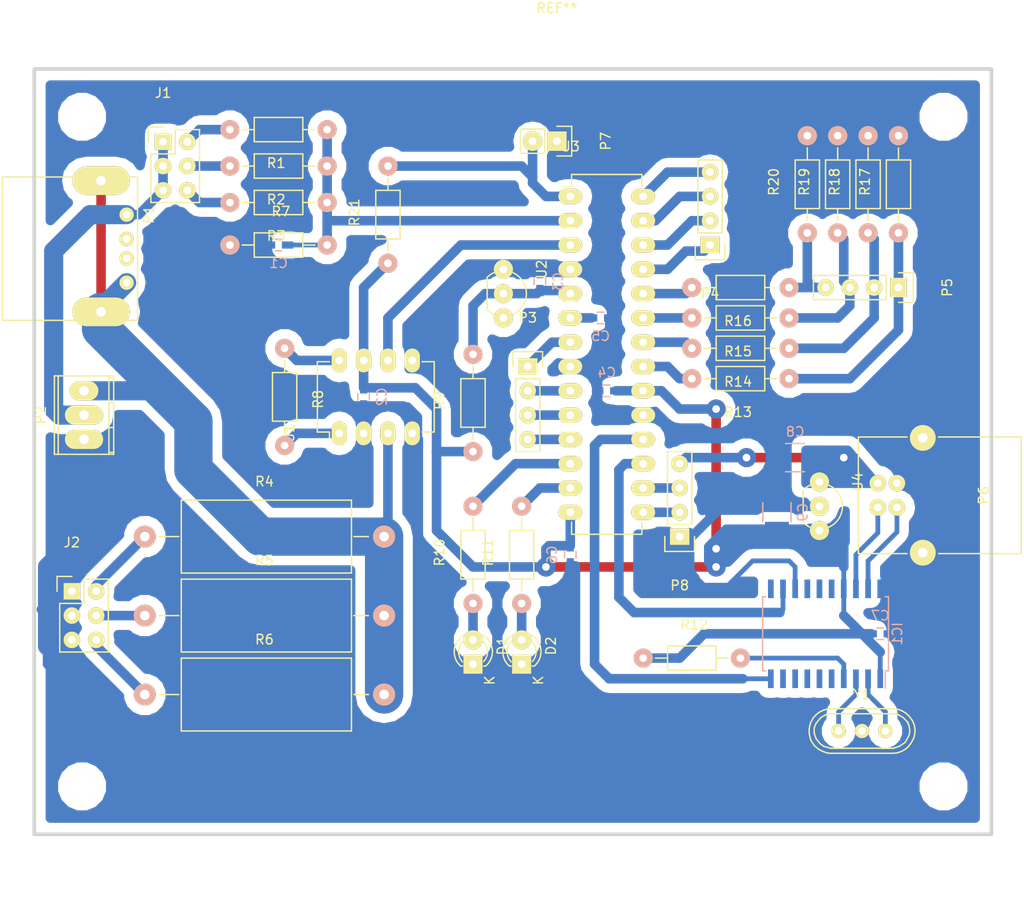
<source format=kicad_pcb>
(kicad_pcb (version 4) (host pcbnew 4.0.1-stable)

  (general
    (links 115)
    (no_connects 0)
    (area 103.884999 53.32 212.871001 151)
    (thickness 1.6)
    (drawings 0)
    (tracks 308)
    (zones 0)
    (modules 49)
    (nets 48)
  )

  (page A4)
  (layers
    (0 F.Cu signal)
    (31 B.Cu signal)
    (32 B.Adhes user)
    (33 F.Adhes user)
    (34 B.Paste user)
    (35 F.Paste user)
    (36 B.SilkS user)
    (37 F.SilkS user)
    (38 B.Mask user)
    (39 F.Mask user)
    (40 Dwgs.User user)
    (41 Cmts.User user)
    (42 Eco1.User user)
    (43 Eco2.User user)
    (44 Edge.Cuts user)
    (45 Margin user)
    (46 B.CrtYd user)
    (47 F.CrtYd user)
    (48 B.Fab user)
    (49 F.Fab user)
  )

  (setup
    (last_trace_width 0.5)
    (user_trace_width 0.9)
    (user_trace_width 1)
    (user_trace_width 2)
    (user_trace_width 4)
    (trace_clearance 0.5)
    (zone_clearance 1)
    (zone_45_only no)
    (trace_min 0.5)
    (segment_width 0.2)
    (edge_width 0.15)
    (via_size 1)
    (via_drill 0.8)
    (via_min_size 0.8)
    (via_min_drill 0.5)
    (user_via 0.8 0.5)
    (user_via 1 0.6)
    (user_via 1.7 0.8)
    (user_via 2 0.8)
    (user_via 2 1)
    (uvia_size 0.3)
    (uvia_drill 0.1)
    (uvias_allowed no)
    (uvia_min_size 0.2)
    (uvia_min_drill 0.1)
    (pcb_text_width 0.3)
    (pcb_text_size 1.5 1.5)
    (mod_edge_width 0.15)
    (mod_text_size 1 1)
    (mod_text_width 0.15)
    (pad_size 2 3)
    (pad_drill 1)
    (pad_to_mask_clearance 0.2)
    (aux_axis_origin 0 0)
    (visible_elements FFFFFF7F)
    (pcbplotparams
      (layerselection 0x01000_80000000)
      (usegerberextensions true)
      (excludeedgelayer true)
      (linewidth 0.200000)
      (plotframeref false)
      (viasonmask false)
      (mode 1)
      (useauxorigin false)
      (hpglpennumber 1)
      (hpglpenspeed 20)
      (hpglpendiameter 15)
      (hpglpenoverlay 2)
      (psnegative false)
      (psa4output false)
      (plotreference true)
      (plotvalue true)
      (plotinvisibletext false)
      (padsonsilk false)
      (subtractmaskfromsilk false)
      (outputformat 1)
      (mirror false)
      (drillshape 0)
      (scaleselection 1)
      (outputdirectory ""))
  )

  (net 0 "")
  (net 1 GND)
  (net 2 "Net-(C1-Pad2)")
  (net 3 +3V3)
  (net 4 "Net-(C3-Pad1)")
  (net 5 "Net-(C5-Pad1)")
  (net 6 +5V)
  (net 7 "Net-(D1-Pad2)")
  (net 8 "Net-(D2-Pad2)")
  (net 9 "Net-(IC1-Pad2)")
  (net 10 "Net-(IC1-Pad3)")
  (net 11 "Net-(IC1-Pad4)")
  (net 12 "Net-(IC1-Pad10)")
  (net 13 "Net-(IC1-Pad12)")
  (net 14 "Net-(IC1-Pad18)")
  (net 15 "Net-(IC1-Pad19)")
  (net 16 "Net-(J1-Pad1)")
  (net 17 "Net-(J1-Pad2)")
  (net 18 "Net-(J1-Pad4)")
  (net 19 "Net-(J1-Pad6)")
  (net 20 "Net-(J2-Pad2)")
  (net 21 "Net-(J2-Pad4)")
  (net 22 "Net-(J2-Pad6)")
  (net 23 "Net-(P1-Pad4)")
  (net 24 "Net-(P3-Pad1)")
  (net 25 "Net-(P3-Pad2)")
  (net 26 "Net-(P3-Pad3)")
  (net 27 "Net-(P3-Pad4)")
  (net 28 "Net-(P4-Pad1)")
  (net 29 "Net-(P4-Pad2)")
  (net 30 "Net-(P4-Pad3)")
  (net 31 "Net-(P4-Pad4)")
  (net 32 "Net-(P5-Pad1)")
  (net 33 "Net-(P5-Pad2)")
  (net 34 "Net-(P5-Pad3)")
  (net 35 "Net-(P5-Pad4)")
  (net 36 "Net-(R8-Pad1)")
  (net 37 "Net-(R8-Pad2)")
  (net 38 "Net-(R10-Pad2)")
  (net 39 "Net-(R11-Pad2)")
  (net 40 "Net-(R13-Pad2)")
  (net 41 "Net-(R14-Pad2)")
  (net 42 "Net-(R15-Pad2)")
  (net 43 "Net-(R16-Pad2)")
  (net 44 "Net-(U1-Pad6)")
  (net 45 "Net-(P7-Pad2)")
  (net 46 "Net-(P8-Pad2)")
  (net 47 "Net-(P8-Pad3)")

  (net_class Default "Ceci est la Netclass par défaut"
    (clearance 0.5)
    (trace_width 0.5)
    (via_dia 1)
    (via_drill 0.8)
    (uvia_dia 0.3)
    (uvia_drill 0.1)
    (add_net +3V3)
    (add_net +5V)
    (add_net GND)
    (add_net "Net-(C1-Pad2)")
    (add_net "Net-(C3-Pad1)")
    (add_net "Net-(C5-Pad1)")
    (add_net "Net-(D1-Pad2)")
    (add_net "Net-(D2-Pad2)")
    (add_net "Net-(IC1-Pad10)")
    (add_net "Net-(IC1-Pad12)")
    (add_net "Net-(IC1-Pad18)")
    (add_net "Net-(IC1-Pad19)")
    (add_net "Net-(IC1-Pad2)")
    (add_net "Net-(IC1-Pad3)")
    (add_net "Net-(IC1-Pad4)")
    (add_net "Net-(J1-Pad1)")
    (add_net "Net-(J1-Pad2)")
    (add_net "Net-(J1-Pad4)")
    (add_net "Net-(J1-Pad6)")
    (add_net "Net-(P1-Pad4)")
    (add_net "Net-(P3-Pad1)")
    (add_net "Net-(P3-Pad2)")
    (add_net "Net-(P3-Pad3)")
    (add_net "Net-(P3-Pad4)")
    (add_net "Net-(P4-Pad1)")
    (add_net "Net-(P4-Pad2)")
    (add_net "Net-(P4-Pad3)")
    (add_net "Net-(P4-Pad4)")
    (add_net "Net-(P5-Pad1)")
    (add_net "Net-(P5-Pad2)")
    (add_net "Net-(P5-Pad3)")
    (add_net "Net-(P5-Pad4)")
    (add_net "Net-(P7-Pad2)")
    (add_net "Net-(P8-Pad2)")
    (add_net "Net-(P8-Pad3)")
    (add_net "Net-(R10-Pad2)")
    (add_net "Net-(R11-Pad2)")
    (add_net "Net-(R13-Pad2)")
    (add_net "Net-(R14-Pad2)")
    (add_net "Net-(R15-Pad2)")
    (add_net "Net-(R16-Pad2)")
    (add_net "Net-(R8-Pad1)")
    (add_net "Net-(R8-Pad2)")
    (add_net "Net-(U1-Pad6)")
  )

  (net_class power ""
    (clearance 1)
    (trace_width 1)
    (via_dia 1)
    (via_drill 0.8)
    (uvia_dia 0.3)
    (uvia_drill 0.1)
  )

  (net_class power2 ""
    (clearance 1)
    (trace_width 4)
    (via_dia 1)
    (via_drill 0.8)
    (uvia_dia 0.3)
    (uvia_drill 0.1)
    (add_net "Net-(J2-Pad2)")
    (add_net "Net-(J2-Pad4)")
    (add_net "Net-(J2-Pad6)")
  )

  (net_class powermedium ""
    (clearance 1)
    (trace_width 0.5)
    (via_dia 1)
    (via_drill 0.8)
    (uvia_dia 0.3)
    (uvia_drill 0.1)
  )

  (net_class powersmall ""
    (clearance 0.9)
    (trace_width 0.5)
    (via_dia 1)
    (via_drill 0.8)
    (uvia_dia 0.3)
    (uvia_drill 0.1)
  )

  (module Capacitors_SMD:C_0603_HandSoldering (layer B.Cu) (tedit 541A9B4D) (tstamp 58988E02)
    (at 133.985 80.01)
    (descr "Capacitor SMD 0603, hand soldering")
    (tags "capacitor 0603")
    (path /585DE645)
    (attr smd)
    (fp_text reference C1 (at 0 1.9) (layer B.SilkS)
      (effects (font (size 1 1) (thickness 0.15)) (justify mirror))
    )
    (fp_text value 100nF (at 0 -1.9) (layer B.Fab)
      (effects (font (size 1 1) (thickness 0.15)) (justify mirror))
    )
    (fp_line (start -1.85 0.75) (end 1.85 0.75) (layer B.CrtYd) (width 0.05))
    (fp_line (start -1.85 -0.75) (end 1.85 -0.75) (layer B.CrtYd) (width 0.05))
    (fp_line (start -1.85 0.75) (end -1.85 -0.75) (layer B.CrtYd) (width 0.05))
    (fp_line (start 1.85 0.75) (end 1.85 -0.75) (layer B.CrtYd) (width 0.05))
    (fp_line (start -0.35 0.6) (end 0.35 0.6) (layer B.SilkS) (width 0.15))
    (fp_line (start 0.35 -0.6) (end -0.35 -0.6) (layer B.SilkS) (width 0.15))
    (pad 1 smd rect (at -0.95 0) (size 1.2 0.75) (layers B.Cu B.Paste B.Mask)
      (net 1 GND))
    (pad 2 smd rect (at 0.95 0) (size 1.2 0.75) (layers B.Cu B.Paste B.Mask)
      (net 2 "Net-(C1-Pad2)"))
    (model Capacitors_SMD.3dshapes/C_0603_HandSoldering.wrl
      (at (xyz 0 0 0))
      (scale (xyz 1 1 1))
      (rotate (xyz 0 0 0))
    )
  )

  (module Capacitors_SMD:C_0603_HandSoldering (layer B.Cu) (tedit 541A9B4D) (tstamp 58988E08)
    (at 142.875 95.885 90)
    (descr "Capacitor SMD 0603, hand soldering")
    (tags "capacitor 0603")
    (path /585D6D9C)
    (attr smd)
    (fp_text reference C2 (at 0 1.9 90) (layer B.SilkS)
      (effects (font (size 1 1) (thickness 0.15)) (justify mirror))
    )
    (fp_text value 100nF (at 0 -1.9 90) (layer B.Fab)
      (effects (font (size 1 1) (thickness 0.15)) (justify mirror))
    )
    (fp_line (start -1.85 0.75) (end 1.85 0.75) (layer B.CrtYd) (width 0.05))
    (fp_line (start -1.85 -0.75) (end 1.85 -0.75) (layer B.CrtYd) (width 0.05))
    (fp_line (start -1.85 0.75) (end -1.85 -0.75) (layer B.CrtYd) (width 0.05))
    (fp_line (start 1.85 0.75) (end 1.85 -0.75) (layer B.CrtYd) (width 0.05))
    (fp_line (start -0.35 0.6) (end 0.35 0.6) (layer B.SilkS) (width 0.15))
    (fp_line (start 0.35 -0.6) (end -0.35 -0.6) (layer B.SilkS) (width 0.15))
    (pad 1 smd rect (at -0.95 0 90) (size 1.2 0.75) (layers B.Cu B.Paste B.Mask)
      (net 1 GND))
    (pad 2 smd rect (at 0.95 0 90) (size 1.2 0.75) (layers B.Cu B.Paste B.Mask)
      (net 3 +3V3))
    (model Capacitors_SMD.3dshapes/C_0603_HandSoldering.wrl
      (at (xyz 0 0 0))
      (scale (xyz 1 1 1))
      (rotate (xyz 0 0 0))
    )
  )

  (module Capacitors_SMD:C_0603_HandSoldering (layer B.Cu) (tedit 541A9B4D) (tstamp 58988E0E)
    (at 161.29 83.82 90)
    (descr "Capacitor SMD 0603, hand soldering")
    (tags "capacitor 0603")
    (path /585DA2C8)
    (attr smd)
    (fp_text reference C3 (at 0 1.9 90) (layer B.SilkS)
      (effects (font (size 1 1) (thickness 0.15)) (justify mirror))
    )
    (fp_text value 100nF (at 0 -1.9 90) (layer B.Fab)
      (effects (font (size 1 1) (thickness 0.15)) (justify mirror))
    )
    (fp_line (start -1.85 0.75) (end 1.85 0.75) (layer B.CrtYd) (width 0.05))
    (fp_line (start -1.85 -0.75) (end 1.85 -0.75) (layer B.CrtYd) (width 0.05))
    (fp_line (start -1.85 0.75) (end -1.85 -0.75) (layer B.CrtYd) (width 0.05))
    (fp_line (start 1.85 0.75) (end 1.85 -0.75) (layer B.CrtYd) (width 0.05))
    (fp_line (start -0.35 0.6) (end 0.35 0.6) (layer B.SilkS) (width 0.15))
    (fp_line (start 0.35 -0.6) (end -0.35 -0.6) (layer B.SilkS) (width 0.15))
    (pad 1 smd rect (at -0.95 0 90) (size 1.2 0.75) (layers B.Cu B.Paste B.Mask)
      (net 4 "Net-(C3-Pad1)"))
    (pad 2 smd rect (at 0.95 0 90) (size 1.2 0.75) (layers B.Cu B.Paste B.Mask)
      (net 1 GND))
    (model Capacitors_SMD.3dshapes/C_0603_HandSoldering.wrl
      (at (xyz 0 0 0))
      (scale (xyz 1 1 1))
      (rotate (xyz 0 0 0))
    )
  )

  (module Capacitors_SMD:C_0603_HandSoldering (layer B.Cu) (tedit 541A9B4D) (tstamp 58988E14)
    (at 168.275 95.25 180)
    (descr "Capacitor SMD 0603, hand soldering")
    (tags "capacitor 0603")
    (path /585D3852)
    (attr smd)
    (fp_text reference C4 (at 0 1.9 180) (layer B.SilkS)
      (effects (font (size 1 1) (thickness 0.15)) (justify mirror))
    )
    (fp_text value 100nF (at 0 -1.9 180) (layer B.Fab)
      (effects (font (size 1 1) (thickness 0.15)) (justify mirror))
    )
    (fp_line (start -1.85 0.75) (end 1.85 0.75) (layer B.CrtYd) (width 0.05))
    (fp_line (start -1.85 -0.75) (end 1.85 -0.75) (layer B.CrtYd) (width 0.05))
    (fp_line (start -1.85 0.75) (end -1.85 -0.75) (layer B.CrtYd) (width 0.05))
    (fp_line (start 1.85 0.75) (end 1.85 -0.75) (layer B.CrtYd) (width 0.05))
    (fp_line (start -0.35 0.6) (end 0.35 0.6) (layer B.SilkS) (width 0.15))
    (fp_line (start 0.35 -0.6) (end -0.35 -0.6) (layer B.SilkS) (width 0.15))
    (pad 1 smd rect (at -0.95 0 180) (size 1.2 0.75) (layers B.Cu B.Paste B.Mask)
      (net 3 +3V3))
    (pad 2 smd rect (at 0.95 0 180) (size 1.2 0.75) (layers B.Cu B.Paste B.Mask)
      (net 1 GND))
    (model Capacitors_SMD.3dshapes/C_0603_HandSoldering.wrl
      (at (xyz 0 0 0))
      (scale (xyz 1 1 1))
      (rotate (xyz 0 0 0))
    )
  )

  (module Capacitors_SMD:C_0603_HandSoldering (layer B.Cu) (tedit 541A9B4D) (tstamp 58988E1A)
    (at 167.64 87.63)
    (descr "Capacitor SMD 0603, hand soldering")
    (tags "capacitor 0603")
    (path /585D388D)
    (attr smd)
    (fp_text reference C5 (at 0 1.9) (layer B.SilkS)
      (effects (font (size 1 1) (thickness 0.15)) (justify mirror))
    )
    (fp_text value 100nF (at 0 -1.9) (layer B.Fab)
      (effects (font (size 1 1) (thickness 0.15)) (justify mirror))
    )
    (fp_line (start -1.85 0.75) (end 1.85 0.75) (layer B.CrtYd) (width 0.05))
    (fp_line (start -1.85 -0.75) (end 1.85 -0.75) (layer B.CrtYd) (width 0.05))
    (fp_line (start -1.85 0.75) (end -1.85 -0.75) (layer B.CrtYd) (width 0.05))
    (fp_line (start 1.85 0.75) (end 1.85 -0.75) (layer B.CrtYd) (width 0.05))
    (fp_line (start -0.35 0.6) (end 0.35 0.6) (layer B.SilkS) (width 0.15))
    (fp_line (start 0.35 -0.6) (end -0.35 -0.6) (layer B.SilkS) (width 0.15))
    (pad 1 smd rect (at -0.95 0) (size 1.2 0.75) (layers B.Cu B.Paste B.Mask)
      (net 5 "Net-(C5-Pad1)"))
    (pad 2 smd rect (at 0.95 0) (size 1.2 0.75) (layers B.Cu B.Paste B.Mask)
      (net 1 GND))
    (model Capacitors_SMD.3dshapes/C_0603_HandSoldering.wrl
      (at (xyz 0 0 0))
      (scale (xyz 1 1 1))
      (rotate (xyz 0 0 0))
    )
  )

  (module Capacitors_SMD:C_0603_HandSoldering (layer B.Cu) (tedit 541A9B4D) (tstamp 58988E20)
    (at 164.465 112.395 270)
    (descr "Capacitor SMD 0603, hand soldering")
    (tags "capacitor 0603")
    (path /585D38C0)
    (attr smd)
    (fp_text reference C6 (at 0 1.9 270) (layer B.SilkS)
      (effects (font (size 1 1) (thickness 0.15)) (justify mirror))
    )
    (fp_text value 100nF (at 0 -1.9 270) (layer B.Fab)
      (effects (font (size 1 1) (thickness 0.15)) (justify mirror))
    )
    (fp_line (start -1.85 0.75) (end 1.85 0.75) (layer B.CrtYd) (width 0.05))
    (fp_line (start -1.85 -0.75) (end 1.85 -0.75) (layer B.CrtYd) (width 0.05))
    (fp_line (start -1.85 0.75) (end -1.85 -0.75) (layer B.CrtYd) (width 0.05))
    (fp_line (start 1.85 0.75) (end 1.85 -0.75) (layer B.CrtYd) (width 0.05))
    (fp_line (start -0.35 0.6) (end 0.35 0.6) (layer B.SilkS) (width 0.15))
    (fp_line (start 0.35 -0.6) (end -0.35 -0.6) (layer B.SilkS) (width 0.15))
    (pad 1 smd rect (at -0.95 0 270) (size 1.2 0.75) (layers B.Cu B.Paste B.Mask)
      (net 3 +3V3))
    (pad 2 smd rect (at 0.95 0 270) (size 1.2 0.75) (layers B.Cu B.Paste B.Mask)
      (net 1 GND))
    (model Capacitors_SMD.3dshapes/C_0603_HandSoldering.wrl
      (at (xyz 0 0 0))
      (scale (xyz 1 1 1))
      (rotate (xyz 0 0 0))
    )
  )

  (module Capacitors_SMD:C_0603_HandSoldering (layer B.Cu) (tedit 541A9B4D) (tstamp 58988E26)
    (at 196.85 120.65 180)
    (descr "Capacitor SMD 0603, hand soldering")
    (tags "capacitor 0603")
    (path /5890C279)
    (attr smd)
    (fp_text reference C7 (at 0 1.9 180) (layer B.SilkS)
      (effects (font (size 1 1) (thickness 0.15)) (justify mirror))
    )
    (fp_text value 100nF (at 0 -1.9 180) (layer B.Fab)
      (effects (font (size 1 1) (thickness 0.15)) (justify mirror))
    )
    (fp_line (start -1.85 0.75) (end 1.85 0.75) (layer B.CrtYd) (width 0.05))
    (fp_line (start -1.85 -0.75) (end 1.85 -0.75) (layer B.CrtYd) (width 0.05))
    (fp_line (start -1.85 0.75) (end -1.85 -0.75) (layer B.CrtYd) (width 0.05))
    (fp_line (start 1.85 0.75) (end 1.85 -0.75) (layer B.CrtYd) (width 0.05))
    (fp_line (start -0.35 0.6) (end 0.35 0.6) (layer B.SilkS) (width 0.15))
    (fp_line (start 0.35 -0.6) (end -0.35 -0.6) (layer B.SilkS) (width 0.15))
    (pad 1 smd rect (at -0.95 0 180) (size 1.2 0.75) (layers B.Cu B.Paste B.Mask)
      (net 1 GND))
    (pad 2 smd rect (at 0.95 0 180) (size 1.2 0.75) (layers B.Cu B.Paste B.Mask)
      (net 3 +3V3))
    (model Capacitors_SMD.3dshapes/C_0603_HandSoldering.wrl
      (at (xyz 0 0 0))
      (scale (xyz 1 1 1))
      (rotate (xyz 0 0 0))
    )
  )

  (module Capacitors_SMD:C_1210_HandSoldering (layer B.Cu) (tedit 541A9C39) (tstamp 58988E2C)
    (at 187.96 102.235 180)
    (descr "Capacitor SMD 1210, hand soldering")
    (tags "capacitor 1210")
    (path /585D46D4)
    (attr smd)
    (fp_text reference C8 (at 0 2.7 180) (layer B.SilkS)
      (effects (font (size 1 1) (thickness 0.15)) (justify mirror))
    )
    (fp_text value 10µF (at 0 -2.7 180) (layer B.Fab)
      (effects (font (size 1 1) (thickness 0.15)) (justify mirror))
    )
    (fp_line (start -3.3 1.6) (end 3.3 1.6) (layer B.CrtYd) (width 0.05))
    (fp_line (start -3.3 -1.6) (end 3.3 -1.6) (layer B.CrtYd) (width 0.05))
    (fp_line (start -3.3 1.6) (end -3.3 -1.6) (layer B.CrtYd) (width 0.05))
    (fp_line (start 3.3 1.6) (end 3.3 -1.6) (layer B.CrtYd) (width 0.05))
    (fp_line (start 1 1.475) (end -1 1.475) (layer B.SilkS) (width 0.15))
    (fp_line (start -1 -1.475) (end 1 -1.475) (layer B.SilkS) (width 0.15))
    (pad 1 smd rect (at -2 0 180) (size 2 2.5) (layers B.Cu B.Paste B.Mask)
      (net 6 +5V))
    (pad 2 smd rect (at 2 0 180) (size 2 2.5) (layers B.Cu B.Paste B.Mask)
      (net 1 GND))
    (model Capacitors_SMD.3dshapes/C_1210_HandSoldering.wrl
      (at (xyz 0 0 0))
      (scale (xyz 1 1 1))
      (rotate (xyz 0 0 0))
    )
  )

  (module Capacitors_SMD:C_1210_HandSoldering (layer B.Cu) (tedit 541A9C39) (tstamp 58988E32)
    (at 186.055 107.95 90)
    (descr "Capacitor SMD 1210, hand soldering")
    (tags "capacitor 1210")
    (path /585D474A)
    (attr smd)
    (fp_text reference C9 (at 0 2.7 90) (layer B.SilkS)
      (effects (font (size 1 1) (thickness 0.15)) (justify mirror))
    )
    (fp_text value 10µF (at 0 -2.7 90) (layer B.Fab)
      (effects (font (size 1 1) (thickness 0.15)) (justify mirror))
    )
    (fp_line (start -3.3 1.6) (end 3.3 1.6) (layer B.CrtYd) (width 0.05))
    (fp_line (start -3.3 -1.6) (end 3.3 -1.6) (layer B.CrtYd) (width 0.05))
    (fp_line (start -3.3 1.6) (end -3.3 -1.6) (layer B.CrtYd) (width 0.05))
    (fp_line (start 3.3 1.6) (end 3.3 -1.6) (layer B.CrtYd) (width 0.05))
    (fp_line (start 1 1.475) (end -1 1.475) (layer B.SilkS) (width 0.15))
    (fp_line (start -1 -1.475) (end 1 -1.475) (layer B.SilkS) (width 0.15))
    (pad 1 smd rect (at -2 0 90) (size 2 2.5) (layers B.Cu B.Paste B.Mask)
      (net 3 +3V3))
    (pad 2 smd rect (at 2 0 90) (size 2 2.5) (layers B.Cu B.Paste B.Mask)
      (net 1 GND))
    (model Capacitors_SMD.3dshapes/C_1210_HandSoldering.wrl
      (at (xyz 0 0 0))
      (scale (xyz 1 1 1))
      (rotate (xyz 0 0 0))
    )
  )

  (module LEDs:LED-3MM (layer F.Cu) (tedit 589A0138) (tstamp 58988E38)
    (at 154.305 123.825 90)
    (descr "LED 3mm round vertical")
    (tags "LED  3mm round vertical")
    (path /586EB7F1)
    (fp_text reference D1 (at 1.91 3.06 90) (layer F.SilkS)
      (effects (font (size 1 1) (thickness 0.15)))
    )
    (fp_text value LED (at 1.3 -2.9 90) (layer F.Fab)
      (effects (font (size 1 1) (thickness 0.15)))
    )
    (fp_line (start -1.2 2.3) (end 3.8 2.3) (layer F.CrtYd) (width 0.05))
    (fp_line (start 3.8 2.3) (end 3.8 -2.2) (layer F.CrtYd) (width 0.05))
    (fp_line (start 3.8 -2.2) (end -1.2 -2.2) (layer F.CrtYd) (width 0.05))
    (fp_line (start -1.2 -2.2) (end -1.2 2.3) (layer F.CrtYd) (width 0.05))
    (fp_line (start -0.199 1.314) (end -0.199 1.114) (layer F.SilkS) (width 0.15))
    (fp_line (start -0.199 -1.28) (end -0.199 -1.1) (layer F.SilkS) (width 0.15))
    (fp_arc (start 1.301 0.034) (end -0.199 -1.286) (angle 108.5) (layer F.SilkS) (width 0.15))
    (fp_arc (start 1.301 0.034) (end 0.25 -1.1) (angle 85.7) (layer F.SilkS) (width 0.15))
    (fp_arc (start 1.311 0.034) (end 3.051 0.994) (angle 110) (layer F.SilkS) (width 0.15))
    (fp_arc (start 1.301 0.034) (end 2.335 1.094) (angle 87.5) (layer F.SilkS) (width 0.15))
    (fp_text user K (at -1.69 1.74 90) (layer F.SilkS)
      (effects (font (size 1 1) (thickness 0.15)))
    )
    (pad 1 thru_hole rect (at 0 0 180) (size 2 2) (drill 0.8) (layers *.Cu *.Mask F.SilkS)
      (net 1 GND))
    (pad 2 thru_hole circle (at 2.54 0 90) (size 2 2) (drill 0.8) (layers *.Cu *.Mask F.SilkS)
      (net 7 "Net-(D1-Pad2)"))
    (model LEDs.3dshapes/LED-3MM.wrl
      (at (xyz 0.05 0 0))
      (scale (xyz 1 1 1))
      (rotate (xyz 0 0 90))
    )
  )

  (module LEDs:LED-3MM (layer F.Cu) (tedit 559B82F6) (tstamp 58988E3E)
    (at 159.385 123.825 90)
    (descr "LED 3mm round vertical")
    (tags "LED  3mm round vertical")
    (path /586E7BD7)
    (fp_text reference D2 (at 1.91 3.06 90) (layer F.SilkS)
      (effects (font (size 1 1) (thickness 0.15)))
    )
    (fp_text value LED (at 1.3 -2.9 90) (layer F.Fab)
      (effects (font (size 1 1) (thickness 0.15)))
    )
    (fp_line (start -1.2 2.3) (end 3.8 2.3) (layer F.CrtYd) (width 0.05))
    (fp_line (start 3.8 2.3) (end 3.8 -2.2) (layer F.CrtYd) (width 0.05))
    (fp_line (start 3.8 -2.2) (end -1.2 -2.2) (layer F.CrtYd) (width 0.05))
    (fp_line (start -1.2 -2.2) (end -1.2 2.3) (layer F.CrtYd) (width 0.05))
    (fp_line (start -0.199 1.314) (end -0.199 1.114) (layer F.SilkS) (width 0.15))
    (fp_line (start -0.199 -1.28) (end -0.199 -1.1) (layer F.SilkS) (width 0.15))
    (fp_arc (start 1.301 0.034) (end -0.199 -1.286) (angle 108.5) (layer F.SilkS) (width 0.15))
    (fp_arc (start 1.301 0.034) (end 0.25 -1.1) (angle 85.7) (layer F.SilkS) (width 0.15))
    (fp_arc (start 1.311 0.034) (end 3.051 0.994) (angle 110) (layer F.SilkS) (width 0.15))
    (fp_arc (start 1.301 0.034) (end 2.335 1.094) (angle 87.5) (layer F.SilkS) (width 0.15))
    (fp_text user K (at -1.69 1.74 90) (layer F.SilkS)
      (effects (font (size 1 1) (thickness 0.15)))
    )
    (pad 1 thru_hole rect (at 0 0 180) (size 2 2) (drill 0.8) (layers *.Cu *.Mask F.SilkS)
      (net 1 GND))
    (pad 2 thru_hole circle (at 2.54 0 90) (size 2 2) (drill 0.8) (layers *.Cu *.Mask F.SilkS)
      (net 8 "Net-(D2-Pad2)"))
    (model LEDs.3dshapes/LED-3MM.wrl
      (at (xyz 0.05 0 0))
      (scale (xyz 1 1 1))
      (rotate (xyz 0 0 90))
    )
  )

  (module Housings_SOIC:SOIC-20_7.5x12.8mm_Pitch1.27mm (layer B.Cu) (tedit 54130A77) (tstamp 58988E56)
    (at 191.135 120.65 90)
    (descr "20-Lead Plastic Small Outline (SO) - Wide, 7.50 mm Body [SOIC] (see Microchip Packaging Specification 00000049BS.pdf)")
    (tags "SOIC 1.27")
    (path /58909768)
    (attr smd)
    (fp_text reference IC1 (at 0 7.5 90) (layer B.SilkS)
      (effects (font (size 1 1) (thickness 0.15)) (justify mirror))
    )
    (fp_text value MCP2200 (at 0 -7.5 90) (layer B.Fab)
      (effects (font (size 1 1) (thickness 0.15)) (justify mirror))
    )
    (fp_line (start -5.95 6.75) (end -5.95 -6.75) (layer B.CrtYd) (width 0.05))
    (fp_line (start 5.95 6.75) (end 5.95 -6.75) (layer B.CrtYd) (width 0.05))
    (fp_line (start -5.95 6.75) (end 5.95 6.75) (layer B.CrtYd) (width 0.05))
    (fp_line (start -5.95 -6.75) (end 5.95 -6.75) (layer B.CrtYd) (width 0.05))
    (fp_line (start -3.875 6.575) (end -3.875 6.24) (layer B.SilkS) (width 0.15))
    (fp_line (start 3.875 6.575) (end 3.875 6.24) (layer B.SilkS) (width 0.15))
    (fp_line (start 3.875 -6.575) (end 3.875 -6.24) (layer B.SilkS) (width 0.15))
    (fp_line (start -3.875 -6.575) (end -3.875 -6.24) (layer B.SilkS) (width 0.15))
    (fp_line (start -3.875 6.575) (end 3.875 6.575) (layer B.SilkS) (width 0.15))
    (fp_line (start -3.875 -6.575) (end 3.875 -6.575) (layer B.SilkS) (width 0.15))
    (fp_line (start -3.875 6.24) (end -5.675 6.24) (layer B.SilkS) (width 0.15))
    (pad 1 smd rect (at -4.7 5.715 90) (size 1.95 0.6) (layers B.Cu B.Paste B.Mask)
      (net 3 +3V3))
    (pad 2 smd rect (at -4.7 4.445 90) (size 1.95 0.6) (layers B.Cu B.Paste B.Mask)
      (net 9 "Net-(IC1-Pad2)"))
    (pad 3 smd rect (at -4.7 3.175 90) (size 1.95 0.6) (layers B.Cu B.Paste B.Mask)
      (net 10 "Net-(IC1-Pad3)"))
    (pad 4 smd rect (at -4.7 1.905 90) (size 1.95 0.6) (layers B.Cu B.Paste B.Mask)
      (net 11 "Net-(IC1-Pad4)"))
    (pad 5 smd rect (at -4.7 0.635 90) (size 1.95 0.6) (layers B.Cu B.Paste B.Mask))
    (pad 6 smd rect (at -4.7 -0.635 90) (size 1.95 0.6) (layers B.Cu B.Paste B.Mask))
    (pad 7 smd rect (at -4.7 -1.905 90) (size 1.95 0.6) (layers B.Cu B.Paste B.Mask))
    (pad 8 smd rect (at -4.7 -3.175 90) (size 1.95 0.6) (layers B.Cu B.Paste B.Mask))
    (pad 9 smd rect (at -4.7 -4.445 90) (size 1.95 0.6) (layers B.Cu B.Paste B.Mask))
    (pad 10 smd rect (at -4.7 -5.715 90) (size 1.95 0.6) (layers B.Cu B.Paste B.Mask)
      (net 12 "Net-(IC1-Pad10)"))
    (pad 11 smd rect (at 4.7 -5.715 90) (size 1.95 0.6) (layers B.Cu B.Paste B.Mask))
    (pad 12 smd rect (at 4.7 -4.445 90) (size 1.95 0.6) (layers B.Cu B.Paste B.Mask)
      (net 13 "Net-(IC1-Pad12)"))
    (pad 13 smd rect (at 4.7 -3.175 90) (size 1.95 0.6) (layers B.Cu B.Paste B.Mask)
      (net 1 GND))
    (pad 14 smd rect (at 4.7 -1.905 90) (size 1.95 0.6) (layers B.Cu B.Paste B.Mask))
    (pad 15 smd rect (at 4.7 -0.635 90) (size 1.95 0.6) (layers B.Cu B.Paste B.Mask))
    (pad 16 smd rect (at 4.7 0.635 90) (size 1.95 0.6) (layers B.Cu B.Paste B.Mask))
    (pad 17 smd rect (at 4.7 1.905 90) (size 1.95 0.6) (layers B.Cu B.Paste B.Mask)
      (net 3 +3V3))
    (pad 18 smd rect (at 4.7 3.175 90) (size 1.95 0.6) (layers B.Cu B.Paste B.Mask)
      (net 14 "Net-(IC1-Pad18)"))
    (pad 19 smd rect (at 4.7 4.445 90) (size 1.95 0.6) (layers B.Cu B.Paste B.Mask)
      (net 15 "Net-(IC1-Pad19)"))
    (pad 20 smd rect (at 4.7 5.715 90) (size 1.95 0.6) (layers B.Cu B.Paste B.Mask)
      (net 1 GND))
    (model Housings_SOIC.3dshapes/SOIC-20_7.5x12.8mm_Pitch1.27mm.wrl
      (at (xyz 0 0 0))
      (scale (xyz 1 1 1))
      (rotate (xyz 0 0 0))
    )
  )

  (module Pin_Headers:Pin_Header_Straight_2x03 (layer F.Cu) (tedit 54EA0A4B) (tstamp 58988E60)
    (at 121.92 69.215)
    (descr "Through hole pin header")
    (tags "pin header")
    (path /585DCD3D)
    (fp_text reference J1 (at 0 -5.1) (layer F.SilkS)
      (effects (font (size 1 1) (thickness 0.15)))
    )
    (fp_text value CONN_02X03 (at 0 -3.1) (layer F.Fab)
      (effects (font (size 1 1) (thickness 0.15)))
    )
    (fp_line (start -1.27 1.27) (end -1.27 6.35) (layer F.SilkS) (width 0.15))
    (fp_line (start -1.55 -1.55) (end 0 -1.55) (layer F.SilkS) (width 0.15))
    (fp_line (start -1.75 -1.75) (end -1.75 6.85) (layer F.CrtYd) (width 0.05))
    (fp_line (start 4.3 -1.75) (end 4.3 6.85) (layer F.CrtYd) (width 0.05))
    (fp_line (start -1.75 -1.75) (end 4.3 -1.75) (layer F.CrtYd) (width 0.05))
    (fp_line (start -1.75 6.85) (end 4.3 6.85) (layer F.CrtYd) (width 0.05))
    (fp_line (start 1.27 -1.27) (end 1.27 1.27) (layer F.SilkS) (width 0.15))
    (fp_line (start 1.27 1.27) (end -1.27 1.27) (layer F.SilkS) (width 0.15))
    (fp_line (start -1.27 6.35) (end 3.81 6.35) (layer F.SilkS) (width 0.15))
    (fp_line (start 3.81 6.35) (end 3.81 1.27) (layer F.SilkS) (width 0.15))
    (fp_line (start -1.55 -1.55) (end -1.55 0) (layer F.SilkS) (width 0.15))
    (fp_line (start 3.81 -1.27) (end 1.27 -1.27) (layer F.SilkS) (width 0.15))
    (fp_line (start 3.81 1.27) (end 3.81 -1.27) (layer F.SilkS) (width 0.15))
    (pad 1 thru_hole rect (at 0 0) (size 1.7272 1.7272) (drill 0.8) (layers *.Cu *.Mask F.SilkS)
      (net 16 "Net-(J1-Pad1)"))
    (pad 2 thru_hole oval (at 2.54 0) (size 1.7272 1.7272) (drill 0.8) (layers *.Cu *.Mask F.SilkS)
      (net 17 "Net-(J1-Pad2)"))
    (pad 3 thru_hole oval (at 0 2.54) (size 1.7272 1.7272) (drill 0.8) (layers *.Cu *.Mask F.SilkS)
      (net 16 "Net-(J1-Pad1)"))
    (pad 4 thru_hole oval (at 2.54 2.54) (size 1.7272 1.7272) (drill 0.8) (layers *.Cu *.Mask F.SilkS)
      (net 18 "Net-(J1-Pad4)"))
    (pad 5 thru_hole oval (at 0 5.08) (size 1.7272 1.7272) (drill 0.8) (layers *.Cu *.Mask F.SilkS)
      (net 16 "Net-(J1-Pad1)"))
    (pad 6 thru_hole oval (at 2.54 5.08) (size 1.7272 1.7272) (drill 0.8) (layers *.Cu *.Mask F.SilkS)
      (net 19 "Net-(J1-Pad6)"))
    (model Pin_Headers.3dshapes/Pin_Header_Straight_2x03.wrl
      (at (xyz 0.05 -0.1 0))
      (scale (xyz 1 1 1))
      (rotate (xyz 0 0 90))
    )
  )

  (module Pin_Headers:Pin_Header_Straight_2x03 (layer F.Cu) (tedit 5899FDB9) (tstamp 58988E6A)
    (at 112.395 116.205)
    (descr "Through hole pin header")
    (tags "pin header")
    (path /585D63A9)
    (fp_text reference J2 (at 0 -5.1) (layer F.SilkS)
      (effects (font (size 1 1) (thickness 0.15)))
    )
    (fp_text value CONN_02X03 (at 0 -3.1) (layer F.Fab)
      (effects (font (size 1 1) (thickness 0.15)))
    )
    (fp_line (start -1.27 1.27) (end -1.27 6.35) (layer F.SilkS) (width 0.15))
    (fp_line (start -1.55 -1.55) (end 0 -1.55) (layer F.SilkS) (width 0.15))
    (fp_line (start -1.75 -1.75) (end -1.75 6.85) (layer F.CrtYd) (width 0.05))
    (fp_line (start 4.3 -1.75) (end 4.3 6.85) (layer F.CrtYd) (width 0.05))
    (fp_line (start -1.75 -1.75) (end 4.3 -1.75) (layer F.CrtYd) (width 0.05))
    (fp_line (start -1.75 6.85) (end 4.3 6.85) (layer F.CrtYd) (width 0.05))
    (fp_line (start 1.27 -1.27) (end 1.27 1.27) (layer F.SilkS) (width 0.15))
    (fp_line (start 1.27 1.27) (end -1.27 1.27) (layer F.SilkS) (width 0.15))
    (fp_line (start -1.27 6.35) (end 3.81 6.35) (layer F.SilkS) (width 0.15))
    (fp_line (start 3.81 6.35) (end 3.81 1.27) (layer F.SilkS) (width 0.15))
    (fp_line (start -1.55 -1.55) (end -1.55 0) (layer F.SilkS) (width 0.15))
    (fp_line (start 3.81 -1.27) (end 1.27 -1.27) (layer F.SilkS) (width 0.15))
    (fp_line (start 3.81 1.27) (end 3.81 -1.27) (layer F.SilkS) (width 0.15))
    (pad 1 thru_hole rect (at 0 0) (size 1.7272 1.7272) (drill 0.8) (layers *.Cu *.Mask F.SilkS)
      (net 1 GND))
    (pad 2 thru_hole oval (at 2.54 0) (size 1.7272 1.7272) (drill 0.8) (layers *.Cu *.Mask F.SilkS)
      (net 20 "Net-(J2-Pad2)"))
    (pad 3 thru_hole oval (at 0 2.54) (size 1.7272 1.7272) (drill 0.8) (layers *.Cu *.Mask F.SilkS)
      (net 1 GND))
    (pad 4 thru_hole oval (at 2.54 2.54) (size 1.7272 1.7272) (drill 0.8) (layers *.Cu *.Mask F.SilkS)
      (net 21 "Net-(J2-Pad4)"))
    (pad 5 thru_hole oval (at 0 5.08) (size 1.7272 1.7272) (drill 0.8) (layers *.Cu *.Mask F.SilkS)
      (net 1 GND))
    (pad 6 thru_hole oval (at 2.54 5.08) (size 1.7272 1.7272) (drill 0.8) (layers *.Cu *.Mask F.SilkS)
      (net 22 "Net-(J2-Pad6)"))
    (model Pin_Headers.3dshapes/Pin_Header_Straight_2x03.wrl
      (at (xyz 0.05 -0.1 0))
      (scale (xyz 1 1 1))
      (rotate (xyz 0 0 90))
    )
  )

  (module Connect:USB_A (layer F.Cu) (tedit 589C4168) (tstamp 58988E74)
    (at 118.11 76.835 270)
    (descr "USB A connector")
    (tags "USB USB_A")
    (path /585D7EE0)
    (fp_text reference P1 (at 0 -2.35 270) (layer F.SilkS)
      (effects (font (size 1 1) (thickness 0.15)))
    )
    (fp_text value USB_A (at 3.83794 7.43458 270) (layer F.Fab)
      (effects (font (size 1 1) (thickness 0.15)))
    )
    (fp_line (start -5.3 13.2) (end -5.3 -1.4) (layer F.CrtYd) (width 0.05))
    (fp_line (start 11.95 -1.4) (end 11.95 13.2) (layer F.CrtYd) (width 0.05))
    (fp_line (start -5.3 13.2) (end 11.95 13.2) (layer F.CrtYd) (width 0.05))
    (fp_line (start -5.3 -1.4) (end 11.95 -1.4) (layer F.CrtYd) (width 0.05))
    (fp_line (start 11.04986 -1.14512) (end 11.04986 12.95188) (layer F.SilkS) (width 0.15))
    (fp_line (start -3.93614 12.95188) (end -3.93614 -1.14512) (layer F.SilkS) (width 0.15))
    (fp_line (start 11.04986 -1.14512) (end -3.93614 -1.14512) (layer F.SilkS) (width 0.15))
    (fp_line (start 11.04986 12.95188) (end -3.93614 12.95188) (layer F.SilkS) (width 0.15))
    (pad 4 thru_hole circle (at 7.11286 -0.00212 180) (size 1.50114 1.50114) (drill 0.8) (layers *.Cu *.Mask F.SilkS)
      (net 23 "Net-(P1-Pad4)"))
    (pad 3 thru_hole circle (at 4.57286 -0.00212 180) (size 1.50114 1.50114) (drill 0.8) (layers *.Cu *.Mask F.SilkS))
    (pad 2 thru_hole circle (at 2.54086 -0.00212 180) (size 1.50114 1.50114) (drill 0.8) (layers *.Cu *.Mask F.SilkS))
    (pad 1 thru_hole circle (at 0.00086 -0.00212 180) (size 1.50114 1.50114) (drill 0.8) (layers *.Cu *.Mask F.SilkS)
      (net 16 "Net-(J1-Pad1)"))
    (pad 5 thru_hole oval (at 10.16086 2.66488 180) (size 6 2.99974) (drill 1) (layers *.Cu *.Mask F.SilkS)
      (net 23 "Net-(P1-Pad4)"))
    (pad 5 thru_hole oval (at -3.55514 2.66488 180) (size 6 2.99974) (drill 1) (layers *.Cu *.Mask F.SilkS)
      (net 23 "Net-(P1-Pad4)"))
    (model Connect.3dshapes/USB_A.wrl
      (at (xyz 0.14 0 0))
      (scale (xyz 1 1 1))
      (rotate (xyz 0 0 90))
    )
  )

  (module Terminal_Blocks:TerminalBlock_Pheonix_MPT-2.54mm_3pol (layer F.Cu) (tedit 589C75F4) (tstamp 58988E7B)
    (at 113.665 100.33 90)
    (descr "3-way 2.54mm pitch terminal block, Phoenix MPT series")
    (path /585D7BFD)
    (fp_text reference P2 (at 2.54 -4.50088 90) (layer F.SilkS)
      (effects (font (size 1 1) (thickness 0.15)))
    )
    (fp_text value CONN_01X03 (at 2.54 4.50088 90) (layer F.Fab)
      (effects (font (size 1 1) (thickness 0.15)))
    )
    (fp_line (start -1.778 3.302) (end 6.858 3.302) (layer F.CrtYd) (width 0.05))
    (fp_line (start -1.778 -3.302) (end -1.778 3.302) (layer F.CrtYd) (width 0.05))
    (fp_line (start 6.858 -3.302) (end -1.778 -3.302) (layer F.CrtYd) (width 0.05))
    (fp_line (start 6.858 3.302) (end 6.858 -3.302) (layer F.CrtYd) (width 0.05))
    (fp_line (start 6.63956 -3.0988) (end -1.55956 -3.0988) (layer F.SilkS) (width 0.15))
    (fp_line (start 6.63956 -2.70002) (end -1.55956 -2.70002) (layer F.SilkS) (width 0.15))
    (fp_line (start 6.63956 2.60096) (end -1.55956 2.60096) (layer F.SilkS) (width 0.15))
    (fp_line (start -1.55956 3.0988) (end 6.63956 3.0988) (layer F.SilkS) (width 0.15))
    (fp_line (start 3.84048 2.60096) (end 3.84048 3.0988) (layer F.SilkS) (width 0.15))
    (fp_line (start -1.3589 3.0988) (end -1.3589 2.60096) (layer F.SilkS) (width 0.15))
    (fp_line (start 6.44144 2.60096) (end 6.44144 3.0988) (layer F.SilkS) (width 0.15))
    (fp_line (start 1.24206 3.0988) (end 1.24206 2.60096) (layer F.SilkS) (width 0.15))
    (fp_line (start 6.63956 3.0988) (end 6.63956 -3.0988) (layer F.SilkS) (width 0.15))
    (fp_line (start -1.55702 -3.0988) (end -1.55702 3.0988) (layer F.SilkS) (width 0.15))
    (pad 3 thru_hole oval (at 5.08 0 90) (size 2 3) (drill 1) (layers *.Cu *.Mask F.SilkS)
      (net 23 "Net-(P1-Pad4)"))
    (pad 1 thru_hole oval (at 0 0 90) (size 2 4) (drill 1) (layers *.Cu *.Mask F.SilkS)
      (net 1 GND))
    (pad 2 thru_hole oval (at 2.54 0 90) (size 2 4) (drill 1) (layers *.Cu *.Mask F.SilkS)
      (net 16 "Net-(J1-Pad1)"))
    (model Terminal_Blocks.3dshapes/TerminalBlock_Pheonix_MPT-2.54mm_3pol.wrl
      (at (xyz 0.1 0 0))
      (scale (xyz 1 1 1))
      (rotate (xyz 0 0 0))
    )
  )

  (module Pin_Headers:Pin_Header_Straight_1x04 (layer F.Cu) (tedit 5899FED7) (tstamp 58988E83)
    (at 160.02 92.71)
    (descr "Through hole pin header")
    (tags "pin header")
    (path /586E9861)
    (fp_text reference P3 (at 0 -5.1) (layer F.SilkS)
      (effects (font (size 1 1) (thickness 0.15)))
    )
    (fp_text value CONN_01X04 (at 0 -3.1) (layer F.Fab)
      (effects (font (size 1 1) (thickness 0.15)))
    )
    (fp_line (start -1.75 -1.75) (end -1.75 9.4) (layer F.CrtYd) (width 0.05))
    (fp_line (start 1.75 -1.75) (end 1.75 9.4) (layer F.CrtYd) (width 0.05))
    (fp_line (start -1.75 -1.75) (end 1.75 -1.75) (layer F.CrtYd) (width 0.05))
    (fp_line (start -1.75 9.4) (end 1.75 9.4) (layer F.CrtYd) (width 0.05))
    (fp_line (start -1.27 1.27) (end -1.27 8.89) (layer F.SilkS) (width 0.15))
    (fp_line (start 1.27 1.27) (end 1.27 8.89) (layer F.SilkS) (width 0.15))
    (fp_line (start 1.55 -1.55) (end 1.55 0) (layer F.SilkS) (width 0.15))
    (fp_line (start -1.27 8.89) (end 1.27 8.89) (layer F.SilkS) (width 0.15))
    (fp_line (start 1.27 1.27) (end -1.27 1.27) (layer F.SilkS) (width 0.15))
    (fp_line (start -1.55 0) (end -1.55 -1.55) (layer F.SilkS) (width 0.15))
    (fp_line (start -1.55 -1.55) (end 1.55 -1.55) (layer F.SilkS) (width 0.15))
    (pad 1 thru_hole rect (at 0 0) (size 2.032 1.7272) (drill 0.8) (layers *.Cu *.Mask F.SilkS)
      (net 24 "Net-(P3-Pad1)"))
    (pad 2 thru_hole oval (at 0 2.54) (size 1.7272 1.7272) (drill 0.8) (layers *.Cu *.Mask F.SilkS)
      (net 25 "Net-(P3-Pad2)"))
    (pad 3 thru_hole oval (at 0 5.08) (size 1.7272 1.7272) (drill 0.8) (layers *.Cu *.Mask F.SilkS)
      (net 26 "Net-(P3-Pad3)"))
    (pad 4 thru_hole oval (at 0 7.62) (size 1.7272 1.7272) (drill 0.8) (layers *.Cu *.Mask F.SilkS)
      (net 27 "Net-(P3-Pad4)"))
    (model Pin_Headers.3dshapes/Pin_Header_Straight_1x04.wrl
      (at (xyz 0 -0.15 0))
      (scale (xyz 1 1 1))
      (rotate (xyz 0 0 90))
    )
  )

  (module Pin_Headers:Pin_Header_Straight_1x04 (layer F.Cu) (tedit 0) (tstamp 58988E8B)
    (at 179.07 80.01 180)
    (descr "Through hole pin header")
    (tags "pin header")
    (path /586C660C)
    (fp_text reference P4 (at 0 -5.1 180) (layer F.SilkS)
      (effects (font (size 1 1) (thickness 0.15)))
    )
    (fp_text value CONN_01X04 (at 0 -3.1 180) (layer F.Fab)
      (effects (font (size 1 1) (thickness 0.15)))
    )
    (fp_line (start -1.75 -1.75) (end -1.75 9.4) (layer F.CrtYd) (width 0.05))
    (fp_line (start 1.75 -1.75) (end 1.75 9.4) (layer F.CrtYd) (width 0.05))
    (fp_line (start -1.75 -1.75) (end 1.75 -1.75) (layer F.CrtYd) (width 0.05))
    (fp_line (start -1.75 9.4) (end 1.75 9.4) (layer F.CrtYd) (width 0.05))
    (fp_line (start -1.27 1.27) (end -1.27 8.89) (layer F.SilkS) (width 0.15))
    (fp_line (start 1.27 1.27) (end 1.27 8.89) (layer F.SilkS) (width 0.15))
    (fp_line (start 1.55 -1.55) (end 1.55 0) (layer F.SilkS) (width 0.15))
    (fp_line (start -1.27 8.89) (end 1.27 8.89) (layer F.SilkS) (width 0.15))
    (fp_line (start 1.27 1.27) (end -1.27 1.27) (layer F.SilkS) (width 0.15))
    (fp_line (start -1.55 0) (end -1.55 -1.55) (layer F.SilkS) (width 0.15))
    (fp_line (start -1.55 -1.55) (end 1.55 -1.55) (layer F.SilkS) (width 0.15))
    (pad 1 thru_hole rect (at 0 0 180) (size 2.032 1.7272) (drill 0.8) (layers *.Cu *.Mask F.SilkS)
      (net 28 "Net-(P4-Pad1)"))
    (pad 2 thru_hole oval (at 0 2.54 180) (size 1.7272 1.7272) (drill 0.8) (layers *.Cu *.Mask F.SilkS)
      (net 29 "Net-(P4-Pad2)"))
    (pad 3 thru_hole oval (at 0 5.08 180) (size 1.7272 1.7272) (drill 0.8) (layers *.Cu *.Mask F.SilkS)
      (net 30 "Net-(P4-Pad3)"))
    (pad 4 thru_hole oval (at 0 7.62 180) (size 1.7272 1.7272) (drill 0.8) (layers *.Cu *.Mask F.SilkS)
      (net 31 "Net-(P4-Pad4)"))
    (model Pin_Headers.3dshapes/Pin_Header_Straight_1x04.wrl
      (at (xyz 0 -0.15 0))
      (scale (xyz 1 1 1))
      (rotate (xyz 0 0 90))
    )
  )

  (module Pin_Headers:Pin_Header_Straight_1x04 (layer F.Cu) (tedit 0) (tstamp 58988E93)
    (at 198.755 84.455 270)
    (descr "Through hole pin header")
    (tags "pin header")
    (path /585D4B1B)
    (fp_text reference P5 (at 0 -5.1 270) (layer F.SilkS)
      (effects (font (size 1 1) (thickness 0.15)))
    )
    (fp_text value CONN_01X04 (at 0 -3.1 270) (layer F.Fab)
      (effects (font (size 1 1) (thickness 0.15)))
    )
    (fp_line (start -1.75 -1.75) (end -1.75 9.4) (layer F.CrtYd) (width 0.05))
    (fp_line (start 1.75 -1.75) (end 1.75 9.4) (layer F.CrtYd) (width 0.05))
    (fp_line (start -1.75 -1.75) (end 1.75 -1.75) (layer F.CrtYd) (width 0.05))
    (fp_line (start -1.75 9.4) (end 1.75 9.4) (layer F.CrtYd) (width 0.05))
    (fp_line (start -1.27 1.27) (end -1.27 8.89) (layer F.SilkS) (width 0.15))
    (fp_line (start 1.27 1.27) (end 1.27 8.89) (layer F.SilkS) (width 0.15))
    (fp_line (start 1.55 -1.55) (end 1.55 0) (layer F.SilkS) (width 0.15))
    (fp_line (start -1.27 8.89) (end 1.27 8.89) (layer F.SilkS) (width 0.15))
    (fp_line (start 1.27 1.27) (end -1.27 1.27) (layer F.SilkS) (width 0.15))
    (fp_line (start -1.55 0) (end -1.55 -1.55) (layer F.SilkS) (width 0.15))
    (fp_line (start -1.55 -1.55) (end 1.55 -1.55) (layer F.SilkS) (width 0.15))
    (pad 1 thru_hole rect (at 0 0 270) (size 2.032 1.7272) (drill 0.8) (layers *.Cu *.Mask F.SilkS)
      (net 32 "Net-(P5-Pad1)"))
    (pad 2 thru_hole oval (at 0 2.54 270) (size 1.7272 1.7272) (drill 0.8) (layers *.Cu *.Mask F.SilkS)
      (net 33 "Net-(P5-Pad2)"))
    (pad 3 thru_hole oval (at 0 5.08 270) (size 1.7272 1.7272) (drill 0.8) (layers *.Cu *.Mask F.SilkS)
      (net 34 "Net-(P5-Pad3)"))
    (pad 4 thru_hole oval (at 0 7.62 270) (size 1.7272 1.7272) (drill 0.8) (layers *.Cu *.Mask F.SilkS)
      (net 35 "Net-(P5-Pad4)"))
    (model Pin_Headers.3dshapes/Pin_Header_Straight_1x04.wrl
      (at (xyz 0 -0.15 0))
      (scale (xyz 1 1 1))
      (rotate (xyz 0 0 90))
    )
  )

  (module Connect:USB_B (layer F.Cu) (tedit 589C4181) (tstamp 58988E9D)
    (at 196.596 104.902)
    (descr "USB B connector")
    (tags "USB_B USB_DEV")
    (path /585D351B)
    (fp_text reference P6 (at 11.049 1.27 90) (layer F.SilkS)
      (effects (font (size 1 1) (thickness 0.15)))
    )
    (fp_text value USB_B (at 4.699 1.27 90) (layer F.Fab)
      (effects (font (size 1 1) (thickness 0.15)))
    )
    (fp_line (start 15.25 8.9) (end -2.3 8.9) (layer F.CrtYd) (width 0.05))
    (fp_line (start -2.3 8.9) (end -2.3 -6.35) (layer F.CrtYd) (width 0.05))
    (fp_line (start -2.3 -6.35) (end 15.25 -6.35) (layer F.CrtYd) (width 0.05))
    (fp_line (start 15.25 -6.35) (end 15.25 8.9) (layer F.CrtYd) (width 0.05))
    (fp_line (start 6.35 7.366) (end 14.986 7.366) (layer F.SilkS) (width 0.15))
    (fp_line (start -2.032 7.366) (end 3.048 7.366) (layer F.SilkS) (width 0.15))
    (fp_line (start 6.35 -4.826) (end 14.986 -4.826) (layer F.SilkS) (width 0.15))
    (fp_line (start -2.032 -4.826) (end 3.048 -4.826) (layer F.SilkS) (width 0.15))
    (fp_line (start 14.986 -4.826) (end 14.986 7.366) (layer F.SilkS) (width 0.15))
    (fp_line (start -2.032 7.366) (end -2.032 -4.826) (layer F.SilkS) (width 0.15))
    (pad 2 thru_hole oval (at 0 2.54) (size 1.7272 1.7272) (drill 0.8) (layers *.Cu *.Mask F.SilkS)
      (net 14 "Net-(IC1-Pad18)"))
    (pad 1 thru_hole oval (at 0 0) (size 1.7272 1.7272) (drill 0.8) (layers *.Cu *.Mask F.SilkS)
      (net 6 +5V))
    (pad 4 thru_hole oval (at 1.99898 0) (size 1.7272 1.7272) (drill 0.8) (layers *.Cu *.Mask F.SilkS)
      (net 1 GND))
    (pad 3 thru_hole oval (at 1.99898 2.54) (size 1.7272 1.7272) (drill 0.8) (layers *.Cu *.Mask F.SilkS)
      (net 15 "Net-(IC1-Pad19)"))
    (pad 5 thru_hole circle (at 4.699 7.26948 270) (size 2.70002 2.70002) (drill 1) (layers *.Cu *.Mask F.SilkS)
      (net 1 GND))
    (pad 5 thru_hole circle (at 4.699 -4.72948 270) (size 2.70002 2.70002) (drill 1) (layers *.Cu *.Mask F.SilkS)
      (net 1 GND))
    (model Connect.3dshapes/USB_B.wrl
      (at (xyz 0.185 -0.05 0.001))
      (scale (xyz 0.3937 0.3937 0.3937))
      (rotate (xyz 0 0 -90))
    )
  )

  (module Resistors_ThroughHole:Resistor_Horizontal_RM25mm (layer F.Cu) (tedit 589C41EF) (tstamp 58988EB5)
    (at 120.015 110.49)
    (descr "Resistor, Axial, RM 25mm,")
    (tags "Resistor Axial RM 25mm")
    (path /585D787D)
    (fp_text reference R4 (at 12.49934 -5.75056) (layer F.SilkS)
      (effects (font (size 1 1) (thickness 0.15)))
    )
    (fp_text value 0.05 (at 12.49934 6.49986) (layer F.Fab)
      (effects (font (size 1 1) (thickness 0.15)))
    )
    (fp_line (start -1.4 -4.05) (end 26.4 -4.05) (layer F.CrtYd) (width 0.05))
    (fp_line (start -1.4 4.05) (end -1.4 -4.05) (layer F.CrtYd) (width 0.05))
    (fp_line (start 26.4 -4.05) (end 26.4 4.05) (layer F.CrtYd) (width 0.05))
    (fp_line (start -1.4 4.05) (end 26.4 4.05) (layer F.CrtYd) (width 0.05))
    (fp_line (start 3.556 0) (end 1.524 0) (layer F.SilkS) (width 0.15))
    (fp_line (start 21.844 0) (end 23.368 0) (layer F.SilkS) (width 0.15))
    (fp_line (start 3.81 -3.81) (end 3.81 3.81) (layer F.SilkS) (width 0.15))
    (fp_line (start 3.81 3.81) (end 21.59 3.81) (layer F.SilkS) (width 0.15))
    (fp_line (start 21.59 3.81) (end 21.59 -3.81) (layer F.SilkS) (width 0.15))
    (fp_line (start 21.59 -3.81) (end 3.81 -3.81) (layer F.SilkS) (width 0.15))
    (pad 1 thru_hole circle (at 0 0) (size 2.30124 2.30124) (drill 1) (layers *.Cu *.SilkS *.Mask)
      (net 20 "Net-(J2-Pad2)"))
    (pad 2 thru_hole circle (at 24.99868 0) (size 2.30124 2.30124) (drill 1) (layers *.Cu *.SilkS *.Mask)
      (net 23 "Net-(P1-Pad4)"))
  )

  (module Resistors_ThroughHole:Resistor_Horizontal_RM25mm (layer F.Cu) (tedit 5664877E) (tstamp 58988EBB)
    (at 120.015 118.745)
    (descr "Resistor, Axial, RM 25mm,")
    (tags "Resistor Axial RM 25mm")
    (path /585DFB4B)
    (fp_text reference R5 (at 12.49934 -5.75056) (layer F.SilkS)
      (effects (font (size 1 1) (thickness 0.15)))
    )
    (fp_text value 0.1 (at 12.49934 6.49986) (layer F.Fab)
      (effects (font (size 1 1) (thickness 0.15)))
    )
    (fp_line (start -1.4 -4.05) (end 26.4 -4.05) (layer F.CrtYd) (width 0.05))
    (fp_line (start -1.4 4.05) (end -1.4 -4.05) (layer F.CrtYd) (width 0.05))
    (fp_line (start 26.4 -4.05) (end 26.4 4.05) (layer F.CrtYd) (width 0.05))
    (fp_line (start -1.4 4.05) (end 26.4 4.05) (layer F.CrtYd) (width 0.05))
    (fp_line (start 3.556 0) (end 1.524 0) (layer F.SilkS) (width 0.15))
    (fp_line (start 21.844 0) (end 23.368 0) (layer F.SilkS) (width 0.15))
    (fp_line (start 3.81 -3.81) (end 3.81 3.81) (layer F.SilkS) (width 0.15))
    (fp_line (start 3.81 3.81) (end 21.59 3.81) (layer F.SilkS) (width 0.15))
    (fp_line (start 21.59 3.81) (end 21.59 -3.81) (layer F.SilkS) (width 0.15))
    (fp_line (start 21.59 -3.81) (end 3.81 -3.81) (layer F.SilkS) (width 0.15))
    (pad 1 thru_hole circle (at 0 0) (size 2.30124 2.30124) (drill 1) (layers *.Cu *.SilkS *.Mask)
      (net 21 "Net-(J2-Pad4)"))
    (pad 2 thru_hole circle (at 24.99868 0) (size 2.30124 2.30124) (drill 1) (layers *.Cu *.SilkS *.Mask)
      (net 23 "Net-(P1-Pad4)"))
  )

  (module Resistors_ThroughHole:Resistor_Horizontal_RM25mm (layer F.Cu) (tedit 5664877E) (tstamp 58988EC1)
    (at 120.015 127)
    (descr "Resistor, Axial, RM 25mm,")
    (tags "Resistor Axial RM 25mm")
    (path /585DFBC7)
    (fp_text reference R6 (at 12.49934 -5.75056) (layer F.SilkS)
      (effects (font (size 1 1) (thickness 0.15)))
    )
    (fp_text value 0.2 (at 12.49934 6.49986) (layer F.Fab)
      (effects (font (size 1 1) (thickness 0.15)))
    )
    (fp_line (start -1.4 -4.05) (end 26.4 -4.05) (layer F.CrtYd) (width 0.05))
    (fp_line (start -1.4 4.05) (end -1.4 -4.05) (layer F.CrtYd) (width 0.05))
    (fp_line (start 26.4 -4.05) (end 26.4 4.05) (layer F.CrtYd) (width 0.05))
    (fp_line (start -1.4 4.05) (end 26.4 4.05) (layer F.CrtYd) (width 0.05))
    (fp_line (start 3.556 0) (end 1.524 0) (layer F.SilkS) (width 0.15))
    (fp_line (start 21.844 0) (end 23.368 0) (layer F.SilkS) (width 0.15))
    (fp_line (start 3.81 -3.81) (end 3.81 3.81) (layer F.SilkS) (width 0.15))
    (fp_line (start 3.81 3.81) (end 21.59 3.81) (layer F.SilkS) (width 0.15))
    (fp_line (start 21.59 3.81) (end 21.59 -3.81) (layer F.SilkS) (width 0.15))
    (fp_line (start 21.59 -3.81) (end 3.81 -3.81) (layer F.SilkS) (width 0.15))
    (pad 1 thru_hole circle (at 0 0) (size 2.30124 2.30124) (drill 1) (layers *.Cu *.SilkS *.Mask)
      (net 22 "Net-(J2-Pad6)"))
    (pad 2 thru_hole circle (at 24.99868 0) (size 2.30124 2.30124) (drill 1) (layers *.Cu *.SilkS *.Mask)
      (net 23 "Net-(P1-Pad4)"))
  )

  (module Housings_DIP:DIP-8_W7.62mm (layer F.Cu) (tedit 589A006C) (tstamp 58988F21)
    (at 140.335 99.695 90)
    (descr "8-lead dip package, row spacing 7.62 mm (300 mils)")
    (tags "dil dip 2.54 300")
    (path /585D5B75)
    (fp_text reference U1 (at 0 -5.22 90) (layer F.SilkS)
      (effects (font (size 1 1) (thickness 0.15)))
    )
    (fp_text value AD623 (at 0 -3.72 90) (layer F.Fab)
      (effects (font (size 1 1) (thickness 0.15)))
    )
    (fp_line (start -1.05 -2.45) (end -1.05 10.1) (layer F.CrtYd) (width 0.05))
    (fp_line (start 8.65 -2.45) (end 8.65 10.1) (layer F.CrtYd) (width 0.05))
    (fp_line (start -1.05 -2.45) (end 8.65 -2.45) (layer F.CrtYd) (width 0.05))
    (fp_line (start -1.05 10.1) (end 8.65 10.1) (layer F.CrtYd) (width 0.05))
    (fp_line (start 0.135 -2.295) (end 0.135 -1.025) (layer F.SilkS) (width 0.15))
    (fp_line (start 7.485 -2.295) (end 7.485 -1.025) (layer F.SilkS) (width 0.15))
    (fp_line (start 7.485 9.915) (end 7.485 8.645) (layer F.SilkS) (width 0.15))
    (fp_line (start 0.135 9.915) (end 0.135 8.645) (layer F.SilkS) (width 0.15))
    (fp_line (start 0.135 -2.295) (end 7.485 -2.295) (layer F.SilkS) (width 0.15))
    (fp_line (start 0.135 9.915) (end 7.485 9.915) (layer F.SilkS) (width 0.15))
    (fp_line (start 0.135 -1.025) (end -0.8 -1.025) (layer F.SilkS) (width 0.15))
    (pad 1 thru_hole oval (at 0 0 90) (size 2.5 1.6) (drill 0.8) (layers *.Cu *.Mask F.SilkS)
      (net 37 "Net-(R8-Pad2)"))
    (pad 2 thru_hole oval (at 0 2.54 90) (size 2.5 1.6) (drill 0.8) (layers *.Cu *.Mask F.SilkS)
      (net 1 GND))
    (pad 3 thru_hole oval (at 0 5.08 90) (size 2.5 1.6) (drill 0.8) (layers *.Cu *.Mask F.SilkS)
      (net 23 "Net-(P1-Pad4)"))
    (pad 4 thru_hole oval (at 0 7.62 90) (size 2.5 1.6) (drill 0.8) (layers *.Cu *.Mask F.SilkS)
      (net 1 GND))
    (pad 5 thru_hole oval (at 7.62 7.62 90) (size 2.5 1.6) (drill 0.8) (layers *.Cu *.Mask F.SilkS)
      (net 1 GND))
    (pad 6 thru_hole oval (at 7.62 5.08 90) (size 2.5 1.6) (drill 0.8) (layers *.Cu *.Mask F.SilkS)
      (net 44 "Net-(U1-Pad6)"))
    (pad 7 thru_hole oval (at 7.62 2.54 90) (size 2.5 1.6) (drill 0.8) (layers *.Cu *.Mask F.SilkS)
      (net 3 +3V3))
    (pad 8 thru_hole oval (at 7.62 0 90) (size 2.5 1.6) (drill 0.8) (layers *.Cu *.Mask F.SilkS)
      (net 36 "Net-(R8-Pad1)"))
    (model Housings_DIP.3dshapes/DIP-8_W7.62mm.wrl
      (at (xyz 0 0 0))
      (scale (xyz 1 1 1))
      (rotate (xyz 0 0 0))
    )
  )

  (module Housings_DIP:DIP-28_W7.62mm (layer F.Cu) (tedit 589A0098) (tstamp 58988F48)
    (at 164.465 74.93)
    (descr "28-lead dip package, row spacing 7.62 mm (300 mils)")
    (tags "dil dip 2.54 300")
    (path /585C1BBD)
    (fp_text reference U3 (at 0 -5.22) (layer F.SilkS)
      (effects (font (size 1 1) (thickness 0.15)))
    )
    (fp_text value PIC18F27J53 (at 0 -3.72) (layer F.Fab)
      (effects (font (size 1 1) (thickness 0.15)))
    )
    (fp_line (start -1.05 -2.45) (end -1.05 35.5) (layer F.CrtYd) (width 0.05))
    (fp_line (start 8.65 -2.45) (end 8.65 35.5) (layer F.CrtYd) (width 0.05))
    (fp_line (start -1.05 -2.45) (end 8.65 -2.45) (layer F.CrtYd) (width 0.05))
    (fp_line (start -1.05 35.5) (end 8.65 35.5) (layer F.CrtYd) (width 0.05))
    (fp_line (start 0.135 -2.295) (end 0.135 -1.025) (layer F.SilkS) (width 0.15))
    (fp_line (start 7.485 -2.295) (end 7.485 -1.025) (layer F.SilkS) (width 0.15))
    (fp_line (start 7.485 35.315) (end 7.485 34.045) (layer F.SilkS) (width 0.15))
    (fp_line (start 0.135 35.315) (end 0.135 34.045) (layer F.SilkS) (width 0.15))
    (fp_line (start 0.135 -2.295) (end 7.485 -2.295) (layer F.SilkS) (width 0.15))
    (fp_line (start 0.135 35.315) (end 7.485 35.315) (layer F.SilkS) (width 0.15))
    (fp_line (start 0.135 -1.025) (end -0.8 -1.025) (layer F.SilkS) (width 0.15))
    (pad 1 thru_hole oval (at 0 0) (size 2.5 1.6) (drill 0.8) (layers *.Cu *.Mask F.SilkS)
      (net 45 "Net-(P7-Pad2)"))
    (pad 2 thru_hole oval (at 0 2.54) (size 2.5 1.6) (drill 0.8) (layers *.Cu *.Mask F.SilkS)
      (net 2 "Net-(C1-Pad2)"))
    (pad 3 thru_hole oval (at 0 5.08) (size 2.5 1.6) (drill 0.8) (layers *.Cu *.Mask F.SilkS)
      (net 44 "Net-(U1-Pad6)"))
    (pad 4 thru_hole oval (at 0 7.62) (size 2.5 1.6) (drill 0.8) (layers *.Cu *.Mask F.SilkS)
      (net 1 GND))
    (pad 5 thru_hole oval (at 0 10.16) (size 2.5 1.6) (drill 0.8) (layers *.Cu *.Mask F.SilkS)
      (net 4 "Net-(C3-Pad1)"))
    (pad 6 thru_hole oval (at 0 12.7) (size 2.5 1.6) (drill 0.8) (layers *.Cu *.Mask F.SilkS)
      (net 5 "Net-(C5-Pad1)"))
    (pad 7 thru_hole oval (at 0 15.24) (size 2.5 1.6) (drill 0.8) (layers *.Cu *.Mask F.SilkS)
      (net 24 "Net-(P3-Pad1)"))
    (pad 8 thru_hole oval (at 0 17.78) (size 2.5 1.6) (drill 0.8) (layers *.Cu *.Mask F.SilkS)
      (net 1 GND))
    (pad 9 thru_hole oval (at 0 20.32) (size 2.5 1.6) (drill 0.8) (layers *.Cu *.Mask F.SilkS)
      (net 25 "Net-(P3-Pad2)"))
    (pad 10 thru_hole oval (at 0 22.86) (size 2.5 1.6) (drill 0.8) (layers *.Cu *.Mask F.SilkS)
      (net 26 "Net-(P3-Pad3)"))
    (pad 11 thru_hole oval (at 0 25.4) (size 2.5 1.6) (drill 0.8) (layers *.Cu *.Mask F.SilkS)
      (net 27 "Net-(P3-Pad4)"))
    (pad 12 thru_hole oval (at 0 27.94) (size 2.5 1.6) (drill 0.8) (layers *.Cu *.Mask F.SilkS)
      (net 38 "Net-(R10-Pad2)"))
    (pad 13 thru_hole oval (at 0 30.48) (size 2.5 1.6) (drill 0.8) (layers *.Cu *.Mask F.SilkS)
      (net 39 "Net-(R11-Pad2)"))
    (pad 14 thru_hole oval (at 0 33.02) (size 2.5 1.6) (drill 0.8) (layers *.Cu *.Mask F.SilkS)
      (net 3 +3V3))
    (pad 15 thru_hole oval (at 7.62 33.02) (size 2.5 1.6) (drill 0.8) (layers *.Cu *.Mask F.SilkS)
      (net 46 "Net-(P8-Pad2)"))
    (pad 16 thru_hole oval (at 7.62 30.48) (size 2.5 1.6) (drill 0.8) (layers *.Cu *.Mask F.SilkS)
      (net 47 "Net-(P8-Pad3)"))
    (pad 17 thru_hole oval (at 7.62 27.94) (size 2.5 1.6) (drill 0.8) (layers *.Cu *.Mask F.SilkS)
      (net 13 "Net-(IC1-Pad12)"))
    (pad 18 thru_hole oval (at 7.62 25.4) (size 2.5 1.6) (drill 0.8) (layers *.Cu *.Mask F.SilkS)
      (net 12 "Net-(IC1-Pad10)"))
    (pad 19 thru_hole oval (at 7.62 22.86) (size 2.5 1.6) (drill 0.8) (layers *.Cu *.Mask F.SilkS)
      (net 1 GND))
    (pad 20 thru_hole oval (at 7.62 20.32) (size 2.5 1.6) (drill 0.8) (layers *.Cu *.Mask F.SilkS)
      (net 3 +3V3))
    (pad 21 thru_hole oval (at 7.62 17.78) (size 2.5 1.6) (drill 0.8) (layers *.Cu *.Mask F.SilkS)
      (net 40 "Net-(R13-Pad2)"))
    (pad 22 thru_hole oval (at 7.62 15.24) (size 2.5 1.6) (drill 0.8) (layers *.Cu *.Mask F.SilkS)
      (net 41 "Net-(R14-Pad2)"))
    (pad 23 thru_hole oval (at 7.62 12.7) (size 2.5 1.6) (drill 0.8) (layers *.Cu *.Mask F.SilkS)
      (net 42 "Net-(R15-Pad2)"))
    (pad 24 thru_hole oval (at 7.62 10.16) (size 2.5 1.6) (drill 0.8) (layers *.Cu *.Mask F.SilkS)
      (net 43 "Net-(R16-Pad2)"))
    (pad 25 thru_hole oval (at 7.62 7.62) (size 2.5 1.6) (drill 0.8) (layers *.Cu *.Mask F.SilkS)
      (net 28 "Net-(P4-Pad1)"))
    (pad 26 thru_hole oval (at 7.62 5.08) (size 2.5 1.6) (drill 0.8) (layers *.Cu *.Mask F.SilkS)
      (net 29 "Net-(P4-Pad2)"))
    (pad 27 thru_hole oval (at 7.62 2.54) (size 2.5 1.6) (drill 0.8) (layers *.Cu *.Mask F.SilkS)
      (net 30 "Net-(P4-Pad3)"))
    (pad 28 thru_hole oval (at 7.62 0) (size 2.5 1.6) (drill 0.8) (layers *.Cu *.Mask F.SilkS)
      (net 31 "Net-(P4-Pad4)"))
    (model Housings_DIP.3dshapes/DIP-28_W7.62mm.wrl
      (at (xyz 0 0 0))
      (scale (xyz 1 1 1))
      (rotate (xyz 0 0 0))
    )
  )

  (module local:Crystal_HC49-U_Vertical_3Pin_fixed (layer F.Cu) (tedit 589891BA) (tstamp 5898936E)
    (at 194.945 130.81)
    (descr "Crystal Quarz HC49/U vertical stehend 3 Pin")
    (tags "Crystal Quarz HC49/U vertical stehend 3 Pin")
    (path /5890CF9C)
    (fp_text reference Y1 (at 0 -3.81) (layer F.SilkS)
      (effects (font (size 1 1) (thickness 0.15)))
    )
    (fp_text value 12Mhz (at 0 3.81) (layer F.Fab)
      (effects (font (size 1 1) (thickness 0.15)))
    )
    (fp_line (start 4.699 -1.00076) (end 4.89966 -0.59944) (layer F.SilkS) (width 0.15))
    (fp_line (start 4.89966 -0.59944) (end 5.00126 0) (layer F.SilkS) (width 0.15))
    (fp_line (start 5.00126 0) (end 4.89966 0.50038) (layer F.SilkS) (width 0.15))
    (fp_line (start 4.89966 0.50038) (end 4.50088 1.19888) (layer F.SilkS) (width 0.15))
    (fp_line (start 4.50088 1.19888) (end 3.8989 1.6002) (layer F.SilkS) (width 0.15))
    (fp_line (start 3.8989 1.6002) (end 3.29946 1.80086) (layer F.SilkS) (width 0.15))
    (fp_line (start 3.29946 1.80086) (end -3.29946 1.80086) (layer F.SilkS) (width 0.15))
    (fp_line (start -3.29946 1.80086) (end -4.0005 1.6002) (layer F.SilkS) (width 0.15))
    (fp_line (start -4.0005 1.6002) (end -4.39928 1.30048) (layer F.SilkS) (width 0.15))
    (fp_line (start -4.39928 1.30048) (end -4.8006 0.8001) (layer F.SilkS) (width 0.15))
    (fp_line (start -4.8006 0.8001) (end -5.00126 0.20066) (layer F.SilkS) (width 0.15))
    (fp_line (start -5.00126 0.20066) (end -5.00126 -0.29972) (layer F.SilkS) (width 0.15))
    (fp_line (start -5.00126 -0.29972) (end -4.8006 -0.8001) (layer F.SilkS) (width 0.15))
    (fp_line (start -4.8006 -0.8001) (end -4.30022 -1.39954) (layer F.SilkS) (width 0.15))
    (fp_line (start -4.30022 -1.39954) (end -3.79984 -1.69926) (layer F.SilkS) (width 0.15))
    (fp_line (start -3.79984 -1.69926) (end -3.29946 -1.80086) (layer F.SilkS) (width 0.15))
    (fp_line (start -3.2004 -1.80086) (end 3.40106 -1.80086) (layer F.SilkS) (width 0.15))
    (fp_line (start 3.40106 -1.80086) (end 3.79984 -1.69926) (layer F.SilkS) (width 0.15))
    (fp_line (start 3.79984 -1.69926) (end 4.30022 -1.39954) (layer F.SilkS) (width 0.15))
    (fp_line (start 4.30022 -1.39954) (end 4.8006 -0.89916) (layer F.SilkS) (width 0.15))
    (fp_line (start -3.19024 -2.32918) (end -3.64998 -2.28092) (layer F.SilkS) (width 0.15))
    (fp_line (start -3.64998 -2.28092) (end -4.04876 -2.16916) (layer F.SilkS) (width 0.15))
    (fp_line (start -4.04876 -2.16916) (end -4.48056 -1.95072) (layer F.SilkS) (width 0.15))
    (fp_line (start -4.48056 -1.95072) (end -4.77012 -1.71958) (layer F.SilkS) (width 0.15))
    (fp_line (start -4.77012 -1.71958) (end -5.10032 -1.36906) (layer F.SilkS) (width 0.15))
    (fp_line (start -5.10032 -1.36906) (end -5.38988 -0.83058) (layer F.SilkS) (width 0.15))
    (fp_line (start -5.38988 -0.83058) (end -5.51942 -0.23114) (layer F.SilkS) (width 0.15))
    (fp_line (start -5.51942 -0.23114) (end -5.51942 0.2794) (layer F.SilkS) (width 0.15))
    (fp_line (start -5.51942 0.2794) (end -5.34924 0.98044) (layer F.SilkS) (width 0.15))
    (fp_line (start -5.34924 0.98044) (end -4.95046 1.56972) (layer F.SilkS) (width 0.15))
    (fp_line (start -4.95046 1.56972) (end -4.49072 1.94056) (layer F.SilkS) (width 0.15))
    (fp_line (start -4.49072 1.94056) (end -4.06908 2.14884) (layer F.SilkS) (width 0.15))
    (fp_line (start -4.06908 2.14884) (end -3.6195 2.30886) (layer F.SilkS) (width 0.15))
    (fp_line (start -3.6195 2.30886) (end -3.18008 2.33934) (layer F.SilkS) (width 0.15))
    (fp_line (start 4.16052 2.1209) (end 4.53898 1.89992) (layer F.SilkS) (width 0.15))
    (fp_line (start 4.53898 1.89992) (end 4.85902 1.62052) (layer F.SilkS) (width 0.15))
    (fp_line (start 4.85902 1.62052) (end 5.11048 1.29032) (layer F.SilkS) (width 0.15))
    (fp_line (start 5.11048 1.29032) (end 5.4102 0.73914) (layer F.SilkS) (width 0.15))
    (fp_line (start 5.4102 0.73914) (end 5.51942 0.26924) (layer F.SilkS) (width 0.15))
    (fp_line (start 5.51942 0.26924) (end 5.53974 -0.1905) (layer F.SilkS) (width 0.15))
    (fp_line (start 5.53974 -0.1905) (end 5.45084 -0.65024) (layer F.SilkS) (width 0.15))
    (fp_line (start 5.45084 -0.65024) (end 5.26034 -1.09982) (layer F.SilkS) (width 0.15))
    (fp_line (start 5.26034 -1.09982) (end 4.89966 -1.56972) (layer F.SilkS) (width 0.15))
    (fp_line (start 4.89966 -1.56972) (end 4.54914 -1.88976) (layer F.SilkS) (width 0.15))
    (fp_line (start 4.54914 -1.88976) (end 4.16052 -2.1209) (layer F.SilkS) (width 0.15))
    (fp_line (start 4.16052 -2.1209) (end 3.73126 -2.2606) (layer F.SilkS) (width 0.15))
    (fp_line (start 3.73126 -2.2606) (end 3.2893 -2.32918) (layer F.SilkS) (width 0.15))
    (fp_line (start -3.2004 2.32918) (end 3.2512 2.32918) (layer F.SilkS) (width 0.15))
    (fp_line (start 3.2512 2.32918) (end 3.6703 2.29108) (layer F.SilkS) (width 0.15))
    (fp_line (start 3.6703 2.29108) (end 4.16052 2.1209) (layer F.SilkS) (width 0.15))
    (fp_line (start -3.2004 -2.32918) (end 3.2512 -2.32918) (layer F.SilkS) (width 0.15))
    (pad 1 thru_hole circle (at -2.44094 0) (size 1.50114 1.50114) (drill 0.8001) (layers *.Cu *.Mask F.SilkS)
      (net 10 "Net-(IC1-Pad3)"))
    (pad 3 thru_hole circle (at 2.44094 0) (size 1.50114 1.50114) (drill 0.8001) (layers *.Cu *.Mask F.SilkS)
      (net 9 "Net-(IC1-Pad2)"))
    (pad 2 thru_hole circle (at 0 0) (size 1.50114 1.50114) (drill 0.8001) (layers *.Cu *.Mask F.SilkS)
      (net 1 GND))
  )

  (module Resistors_ThroughHole:Resistor_Horizontal_RM10mm (layer F.Cu) (tedit 5899FE37) (tstamp 589899A3)
    (at 139.065 67.945 180)
    (descr "Resistor, Axial,  RM 10mm, 1/3W")
    (tags "Resistor Axial RM 10mm 1/3W")
    (path /585DCA73)
    (fp_text reference R1 (at 5.32892 -3.50012 180) (layer F.SilkS)
      (effects (font (size 1 1) (thickness 0.15)))
    )
    (fp_text value 22k (at 5.08 3.81 180) (layer F.Fab)
      (effects (font (size 1 1) (thickness 0.15)))
    )
    (fp_line (start -1.25 -1.5) (end 11.4 -1.5) (layer F.CrtYd) (width 0.05))
    (fp_line (start -1.25 1.5) (end -1.25 -1.5) (layer F.CrtYd) (width 0.05))
    (fp_line (start 11.4 -1.5) (end 11.4 1.5) (layer F.CrtYd) (width 0.05))
    (fp_line (start -1.25 1.5) (end 11.4 1.5) (layer F.CrtYd) (width 0.05))
    (fp_line (start 2.54 -1.27) (end 7.62 -1.27) (layer F.SilkS) (width 0.15))
    (fp_line (start 7.62 -1.27) (end 7.62 1.27) (layer F.SilkS) (width 0.15))
    (fp_line (start 7.62 1.27) (end 2.54 1.27) (layer F.SilkS) (width 0.15))
    (fp_line (start 2.54 1.27) (end 2.54 -1.27) (layer F.SilkS) (width 0.15))
    (fp_line (start 2.54 0) (end 1.27 0) (layer F.SilkS) (width 0.15))
    (fp_line (start 7.62 0) (end 8.89 0) (layer F.SilkS) (width 0.15))
    (pad 1 thru_hole circle (at 0 0 180) (size 1.99898 1.99898) (drill 0.8) (layers *.Cu *.SilkS *.Mask)
      (net 2 "Net-(C1-Pad2)"))
    (pad 2 thru_hole circle (at 10.16 0 180) (size 1.99898 1.99898) (drill 0.8) (layers *.Cu *.SilkS *.Mask)
      (net 17 "Net-(J1-Pad2)"))
    (model Resistors_ThroughHole.3dshapes/Resistor_Horizontal_RM10mm.wrl
      (at (xyz 0.2 0 0))
      (scale (xyz 0.4 0.4 0.4))
      (rotate (xyz 0 0 0))
    )
  )

  (module Resistors_ThroughHole:Resistor_Horizontal_RM10mm (layer F.Cu) (tedit 56648415) (tstamp 589899A8)
    (at 139.065 71.755 180)
    (descr "Resistor, Axial,  RM 10mm, 1/3W")
    (tags "Resistor Axial RM 10mm 1/3W")
    (path /585DC8E2)
    (fp_text reference R2 (at 5.32892 -3.50012 180) (layer F.SilkS)
      (effects (font (size 1 1) (thickness 0.15)))
    )
    (fp_text value 12k (at 5.08 3.81 180) (layer F.Fab)
      (effects (font (size 1 1) (thickness 0.15)))
    )
    (fp_line (start -1.25 -1.5) (end 11.4 -1.5) (layer F.CrtYd) (width 0.05))
    (fp_line (start -1.25 1.5) (end -1.25 -1.5) (layer F.CrtYd) (width 0.05))
    (fp_line (start 11.4 -1.5) (end 11.4 1.5) (layer F.CrtYd) (width 0.05))
    (fp_line (start -1.25 1.5) (end 11.4 1.5) (layer F.CrtYd) (width 0.05))
    (fp_line (start 2.54 -1.27) (end 7.62 -1.27) (layer F.SilkS) (width 0.15))
    (fp_line (start 7.62 -1.27) (end 7.62 1.27) (layer F.SilkS) (width 0.15))
    (fp_line (start 7.62 1.27) (end 2.54 1.27) (layer F.SilkS) (width 0.15))
    (fp_line (start 2.54 1.27) (end 2.54 -1.27) (layer F.SilkS) (width 0.15))
    (fp_line (start 2.54 0) (end 1.27 0) (layer F.SilkS) (width 0.15))
    (fp_line (start 7.62 0) (end 8.89 0) (layer F.SilkS) (width 0.15))
    (pad 1 thru_hole circle (at 0 0 180) (size 1.99898 1.99898) (drill 0.8) (layers *.Cu *.SilkS *.Mask)
      (net 2 "Net-(C1-Pad2)"))
    (pad 2 thru_hole circle (at 10.16 0 180) (size 1.99898 1.99898) (drill 0.8) (layers *.Cu *.SilkS *.Mask)
      (net 18 "Net-(J1-Pad4)"))
    (model Resistors_ThroughHole.3dshapes/Resistor_Horizontal_RM10mm.wrl
      (at (xyz 0.2 0 0))
      (scale (xyz 0.4 0.4 0.4))
      (rotate (xyz 0 0 0))
    )
  )

  (module Resistors_ThroughHole:Resistor_Horizontal_RM10mm (layer F.Cu) (tedit 56648415) (tstamp 589899AD)
    (at 139.065 75.565 180)
    (descr "Resistor, Axial,  RM 10mm, 1/3W")
    (tags "Resistor Axial RM 10mm 1/3W")
    (path /585DC7E8)
    (fp_text reference R3 (at 5.32892 -3.50012 180) (layer F.SilkS)
      (effects (font (size 1 1) (thickness 0.15)))
    )
    (fp_text value 4.7k (at 5.08 3.81 180) (layer F.Fab)
      (effects (font (size 1 1) (thickness 0.15)))
    )
    (fp_line (start -1.25 -1.5) (end 11.4 -1.5) (layer F.CrtYd) (width 0.05))
    (fp_line (start -1.25 1.5) (end -1.25 -1.5) (layer F.CrtYd) (width 0.05))
    (fp_line (start 11.4 -1.5) (end 11.4 1.5) (layer F.CrtYd) (width 0.05))
    (fp_line (start -1.25 1.5) (end 11.4 1.5) (layer F.CrtYd) (width 0.05))
    (fp_line (start 2.54 -1.27) (end 7.62 -1.27) (layer F.SilkS) (width 0.15))
    (fp_line (start 7.62 -1.27) (end 7.62 1.27) (layer F.SilkS) (width 0.15))
    (fp_line (start 7.62 1.27) (end 2.54 1.27) (layer F.SilkS) (width 0.15))
    (fp_line (start 2.54 1.27) (end 2.54 -1.27) (layer F.SilkS) (width 0.15))
    (fp_line (start 2.54 0) (end 1.27 0) (layer F.SilkS) (width 0.15))
    (fp_line (start 7.62 0) (end 8.89 0) (layer F.SilkS) (width 0.15))
    (pad 1 thru_hole circle (at 0 0 180) (size 1.99898 1.99898) (drill 0.8) (layers *.Cu *.SilkS *.Mask)
      (net 2 "Net-(C1-Pad2)"))
    (pad 2 thru_hole circle (at 10.16 0 180) (size 1.99898 1.99898) (drill 0.8) (layers *.Cu *.SilkS *.Mask)
      (net 19 "Net-(J1-Pad6)"))
    (model Resistors_ThroughHole.3dshapes/Resistor_Horizontal_RM10mm.wrl
      (at (xyz 0.2 0 0))
      (scale (xyz 0.4 0.4 0.4))
      (rotate (xyz 0 0 0))
    )
  )

  (module Resistors_ThroughHole:Resistor_Horizontal_RM10mm (layer F.Cu) (tedit 56648415) (tstamp 589899B2)
    (at 128.905 80.01)
    (descr "Resistor, Axial,  RM 10mm, 1/3W")
    (tags "Resistor Axial RM 10mm 1/3W")
    (path /585DC6C5)
    (fp_text reference R7 (at 5.32892 -3.50012) (layer F.SilkS)
      (effects (font (size 1 1) (thickness 0.15)))
    )
    (fp_text value 1.2k (at 5.08 3.81) (layer F.Fab)
      (effects (font (size 1 1) (thickness 0.15)))
    )
    (fp_line (start -1.25 -1.5) (end 11.4 -1.5) (layer F.CrtYd) (width 0.05))
    (fp_line (start -1.25 1.5) (end -1.25 -1.5) (layer F.CrtYd) (width 0.05))
    (fp_line (start 11.4 -1.5) (end 11.4 1.5) (layer F.CrtYd) (width 0.05))
    (fp_line (start -1.25 1.5) (end 11.4 1.5) (layer F.CrtYd) (width 0.05))
    (fp_line (start 2.54 -1.27) (end 7.62 -1.27) (layer F.SilkS) (width 0.15))
    (fp_line (start 7.62 -1.27) (end 7.62 1.27) (layer F.SilkS) (width 0.15))
    (fp_line (start 7.62 1.27) (end 2.54 1.27) (layer F.SilkS) (width 0.15))
    (fp_line (start 2.54 1.27) (end 2.54 -1.27) (layer F.SilkS) (width 0.15))
    (fp_line (start 2.54 0) (end 1.27 0) (layer F.SilkS) (width 0.15))
    (fp_line (start 7.62 0) (end 8.89 0) (layer F.SilkS) (width 0.15))
    (pad 1 thru_hole circle (at 0 0) (size 1.99898 1.99898) (drill 0.8) (layers *.Cu *.SilkS *.Mask)
      (net 1 GND))
    (pad 2 thru_hole circle (at 10.16 0) (size 1.99898 1.99898) (drill 0.8) (layers *.Cu *.SilkS *.Mask)
      (net 2 "Net-(C1-Pad2)"))
    (model Resistors_ThroughHole.3dshapes/Resistor_Horizontal_RM10mm.wrl
      (at (xyz 0.2 0 0))
      (scale (xyz 0.4 0.4 0.4))
      (rotate (xyz 0 0 0))
    )
  )

  (module Resistors_ThroughHole:Resistor_Horizontal_RM10mm (layer F.Cu) (tedit 56648415) (tstamp 589899B7)
    (at 134.62 90.805 270)
    (descr "Resistor, Axial,  RM 10mm, 1/3W")
    (tags "Resistor Axial RM 10mm 1/3W")
    (path /585D6248)
    (fp_text reference R8 (at 5.32892 -3.50012 270) (layer F.SilkS)
      (effects (font (size 1 1) (thickness 0.15)))
    )
    (fp_text value 11k (at 5.08 3.81 270) (layer F.Fab)
      (effects (font (size 1 1) (thickness 0.15)))
    )
    (fp_line (start -1.25 -1.5) (end 11.4 -1.5) (layer F.CrtYd) (width 0.05))
    (fp_line (start -1.25 1.5) (end -1.25 -1.5) (layer F.CrtYd) (width 0.05))
    (fp_line (start 11.4 -1.5) (end 11.4 1.5) (layer F.CrtYd) (width 0.05))
    (fp_line (start -1.25 1.5) (end 11.4 1.5) (layer F.CrtYd) (width 0.05))
    (fp_line (start 2.54 -1.27) (end 7.62 -1.27) (layer F.SilkS) (width 0.15))
    (fp_line (start 7.62 -1.27) (end 7.62 1.27) (layer F.SilkS) (width 0.15))
    (fp_line (start 7.62 1.27) (end 2.54 1.27) (layer F.SilkS) (width 0.15))
    (fp_line (start 2.54 1.27) (end 2.54 -1.27) (layer F.SilkS) (width 0.15))
    (fp_line (start 2.54 0) (end 1.27 0) (layer F.SilkS) (width 0.15))
    (fp_line (start 7.62 0) (end 8.89 0) (layer F.SilkS) (width 0.15))
    (pad 1 thru_hole circle (at 0 0 270) (size 1.99898 1.99898) (drill 0.8) (layers *.Cu *.SilkS *.Mask)
      (net 36 "Net-(R8-Pad1)"))
    (pad 2 thru_hole circle (at 10.16 0 270) (size 1.99898 1.99898) (drill 0.8) (layers *.Cu *.SilkS *.Mask)
      (net 37 "Net-(R8-Pad2)"))
    (model Resistors_ThroughHole.3dshapes/Resistor_Horizontal_RM10mm.wrl
      (at (xyz 0.2 0 0))
      (scale (xyz 0.4 0.4 0.4))
      (rotate (xyz 0 0 0))
    )
  )

  (module Resistors_ThroughHole:Resistor_Horizontal_RM10mm (layer F.Cu) (tedit 589C4257) (tstamp 589899BC)
    (at 154.305 101.6 90)
    (descr "Resistor, Axial,  RM 10mm, 1/3W")
    (tags "Resistor Axial RM 10mm 1/3W")
    (path /585DA751)
    (fp_text reference R9 (at 5.32892 -3.50012 90) (layer F.SilkS)
      (effects (font (size 1 1) (thickness 0.15)))
    )
    (fp_text value 1.8k (at 5.08 3.81 90) (layer F.Fab)
      (effects (font (size 1 1) (thickness 0.15)))
    )
    (fp_line (start -1.25 -1.5) (end 11.4 -1.5) (layer F.CrtYd) (width 0.05))
    (fp_line (start -1.25 1.5) (end -1.25 -1.5) (layer F.CrtYd) (width 0.05))
    (fp_line (start 11.4 -1.5) (end 11.4 1.5) (layer F.CrtYd) (width 0.05))
    (fp_line (start -1.25 1.5) (end 11.4 1.5) (layer F.CrtYd) (width 0.05))
    (fp_line (start 2.54 -1.27) (end 7.62 -1.27) (layer F.SilkS) (width 0.15))
    (fp_line (start 7.62 -1.27) (end 7.62 1.27) (layer F.SilkS) (width 0.15))
    (fp_line (start 7.62 1.27) (end 2.54 1.27) (layer F.SilkS) (width 0.15))
    (fp_line (start 2.54 1.27) (end 2.54 -1.27) (layer F.SilkS) (width 0.15))
    (fp_line (start 2.54 0) (end 1.27 0) (layer F.SilkS) (width 0.15))
    (fp_line (start 7.62 0) (end 8.89 0) (layer F.SilkS) (width 0.15))
    (pad 1 thru_hole circle (at 0 0 90) (size 1.99898 1.99898) (drill 0.8) (layers *.Cu *.SilkS *.Mask)
      (net 3 +3V3))
    (pad 2 thru_hole circle (at 10.16 0 90) (size 1.99898 1.99898) (drill 0.8) (layers *.Cu *.SilkS *.Mask)
      (net 4 "Net-(C3-Pad1)"))
    (model Resistors_ThroughHole.3dshapes/Resistor_Horizontal_RM10mm.wrl
      (at (xyz 0.2 0 0))
      (scale (xyz 0.4 0.4 0.4))
      (rotate (xyz 0 0 0))
    )
  )

  (module EuroBoard_Outline:EuroBoard_halb_Type-I_100mmX80mm_holes (layer F.Cu) (tedit 589C41A4) (tstamp 589899C8)
    (at 108.458 141.605)
    (descr "Outline, Eurocard 1/2, Type I, 100x80mm, with holes 3,5mm")
    (tags "Outline, Eurocard 1/2, Type I, 100x80mm, with holes 3,5mm")
    (fp_text reference REF** (at 54.61 -86.36) (layer F.SilkS)
      (effects (font (size 1 1) (thickness 0.15)))
    )
    (fp_text value EuroBoard_halb_Type-I_100mmX80mm_holes (at 53.34 7.62) (layer F.Fab)
      (effects (font (size 1 1) (thickness 0.15)))
    )
    (fp_line (start 0 0) (end 0 -79.99984) (layer Edge.Cuts) (width 0.381))
    (fp_line (start 0 -79.99984) (end 99.9998 -79.99984) (layer Edge.Cuts) (width 0.381))
    (fp_line (start 99.9998 -79.99984) (end 99.9998 0) (layer Edge.Cuts) (width 0.381))
    (fp_line (start 99.9998 0) (end 0 0) (layer Edge.Cuts) (width 0.381))
    (pad "" np_thru_hole circle (at 5.00126 -5.00126) (size 3 3) (drill 3) (layers *.Cu *.Mask F.SilkS))
    (pad "" np_thru_hole circle (at 5.00126 -75.00112) (size 3 3) (drill 3) (layers *.Cu *.Mask F.SilkS))
    (pad "" np_thru_hole circle (at 95.00108 -75.00112) (size 3 3) (drill 3) (layers *.Cu *.Mask F.SilkS))
    (pad "" np_thru_hole circle (at 95.00108 -5.00126) (size 3 3) (drill 3) (layers *.Cu *.Mask F.SilkS))
  )

  (module Resistors_ThroughHole:Resistor_Horizontal_RM10mm (layer F.Cu) (tedit 56648415) (tstamp 5898A95E)
    (at 198.755 78.74 90)
    (descr "Resistor, Axial,  RM 10mm, 1/3W")
    (tags "Resistor Axial RM 10mm 1/3W")
    (path /586EE52B)
    (fp_text reference R17 (at 5.32892 -3.50012 90) (layer F.SilkS)
      (effects (font (size 1 1) (thickness 0.15)))
    )
    (fp_text value 10k (at 5.08 3.81 90) (layer F.Fab)
      (effects (font (size 1 1) (thickness 0.15)))
    )
    (fp_line (start -1.25 -1.5) (end 11.4 -1.5) (layer F.CrtYd) (width 0.05))
    (fp_line (start -1.25 1.5) (end -1.25 -1.5) (layer F.CrtYd) (width 0.05))
    (fp_line (start 11.4 -1.5) (end 11.4 1.5) (layer F.CrtYd) (width 0.05))
    (fp_line (start -1.25 1.5) (end 11.4 1.5) (layer F.CrtYd) (width 0.05))
    (fp_line (start 2.54 -1.27) (end 7.62 -1.27) (layer F.SilkS) (width 0.15))
    (fp_line (start 7.62 -1.27) (end 7.62 1.27) (layer F.SilkS) (width 0.15))
    (fp_line (start 7.62 1.27) (end 2.54 1.27) (layer F.SilkS) (width 0.15))
    (fp_line (start 2.54 1.27) (end 2.54 -1.27) (layer F.SilkS) (width 0.15))
    (fp_line (start 2.54 0) (end 1.27 0) (layer F.SilkS) (width 0.15))
    (fp_line (start 7.62 0) (end 8.89 0) (layer F.SilkS) (width 0.15))
    (pad 1 thru_hole circle (at 0 0 90) (size 1.99898 1.99898) (drill 0.8) (layers *.Cu *.SilkS *.Mask)
      (net 32 "Net-(P5-Pad1)"))
    (pad 2 thru_hole circle (at 10.16 0 90) (size 1.99898 1.99898) (drill 0.8) (layers *.Cu *.SilkS *.Mask)
      (net 1 GND))
    (model Resistors_ThroughHole.3dshapes/Resistor_Horizontal_RM10mm.wrl
      (at (xyz 0.2 0 0))
      (scale (xyz 0.4 0.4 0.4))
      (rotate (xyz 0 0 0))
    )
  )

  (module Resistors_ThroughHole:Resistor_Horizontal_RM10mm (layer F.Cu) (tedit 56648415) (tstamp 5898A963)
    (at 195.58 78.74 90)
    (descr "Resistor, Axial,  RM 10mm, 1/3W")
    (tags "Resistor Axial RM 10mm 1/3W")
    (path /586EE5EC)
    (fp_text reference R18 (at 5.32892 -3.50012 90) (layer F.SilkS)
      (effects (font (size 1 1) (thickness 0.15)))
    )
    (fp_text value 10k (at 5.08 3.81 90) (layer F.Fab)
      (effects (font (size 1 1) (thickness 0.15)))
    )
    (fp_line (start -1.25 -1.5) (end 11.4 -1.5) (layer F.CrtYd) (width 0.05))
    (fp_line (start -1.25 1.5) (end -1.25 -1.5) (layer F.CrtYd) (width 0.05))
    (fp_line (start 11.4 -1.5) (end 11.4 1.5) (layer F.CrtYd) (width 0.05))
    (fp_line (start -1.25 1.5) (end 11.4 1.5) (layer F.CrtYd) (width 0.05))
    (fp_line (start 2.54 -1.27) (end 7.62 -1.27) (layer F.SilkS) (width 0.15))
    (fp_line (start 7.62 -1.27) (end 7.62 1.27) (layer F.SilkS) (width 0.15))
    (fp_line (start 7.62 1.27) (end 2.54 1.27) (layer F.SilkS) (width 0.15))
    (fp_line (start 2.54 1.27) (end 2.54 -1.27) (layer F.SilkS) (width 0.15))
    (fp_line (start 2.54 0) (end 1.27 0) (layer F.SilkS) (width 0.15))
    (fp_line (start 7.62 0) (end 8.89 0) (layer F.SilkS) (width 0.15))
    (pad 1 thru_hole circle (at 0 0 90) (size 1.99898 1.99898) (drill 0.8) (layers *.Cu *.SilkS *.Mask)
      (net 33 "Net-(P5-Pad2)"))
    (pad 2 thru_hole circle (at 10.16 0 90) (size 1.99898 1.99898) (drill 0.8) (layers *.Cu *.SilkS *.Mask)
      (net 1 GND))
    (model Resistors_ThroughHole.3dshapes/Resistor_Horizontal_RM10mm.wrl
      (at (xyz 0.2 0 0))
      (scale (xyz 0.4 0.4 0.4))
      (rotate (xyz 0 0 0))
    )
  )

  (module Resistors_ThroughHole:Resistor_Horizontal_RM10mm (layer F.Cu) (tedit 56648415) (tstamp 5898A968)
    (at 192.405 78.74 90)
    (descr "Resistor, Axial,  RM 10mm, 1/3W")
    (tags "Resistor Axial RM 10mm 1/3W")
    (path /586EE688)
    (fp_text reference R19 (at 5.32892 -3.50012 90) (layer F.SilkS)
      (effects (font (size 1 1) (thickness 0.15)))
    )
    (fp_text value 10k (at 5.08 3.81 90) (layer F.Fab)
      (effects (font (size 1 1) (thickness 0.15)))
    )
    (fp_line (start -1.25 -1.5) (end 11.4 -1.5) (layer F.CrtYd) (width 0.05))
    (fp_line (start -1.25 1.5) (end -1.25 -1.5) (layer F.CrtYd) (width 0.05))
    (fp_line (start 11.4 -1.5) (end 11.4 1.5) (layer F.CrtYd) (width 0.05))
    (fp_line (start -1.25 1.5) (end 11.4 1.5) (layer F.CrtYd) (width 0.05))
    (fp_line (start 2.54 -1.27) (end 7.62 -1.27) (layer F.SilkS) (width 0.15))
    (fp_line (start 7.62 -1.27) (end 7.62 1.27) (layer F.SilkS) (width 0.15))
    (fp_line (start 7.62 1.27) (end 2.54 1.27) (layer F.SilkS) (width 0.15))
    (fp_line (start 2.54 1.27) (end 2.54 -1.27) (layer F.SilkS) (width 0.15))
    (fp_line (start 2.54 0) (end 1.27 0) (layer F.SilkS) (width 0.15))
    (fp_line (start 7.62 0) (end 8.89 0) (layer F.SilkS) (width 0.15))
    (pad 1 thru_hole circle (at 0 0 90) (size 1.99898 1.99898) (drill 0.8) (layers *.Cu *.SilkS *.Mask)
      (net 34 "Net-(P5-Pad3)"))
    (pad 2 thru_hole circle (at 10.16 0 90) (size 1.99898 1.99898) (drill 0.8) (layers *.Cu *.SilkS *.Mask)
      (net 1 GND))
    (model Resistors_ThroughHole.3dshapes/Resistor_Horizontal_RM10mm.wrl
      (at (xyz 0.2 0 0))
      (scale (xyz 0.4 0.4 0.4))
      (rotate (xyz 0 0 0))
    )
  )

  (module Resistors_ThroughHole:Resistor_Horizontal_RM10mm (layer F.Cu) (tedit 56648415) (tstamp 5898A96D)
    (at 189.23 78.74 90)
    (descr "Resistor, Axial,  RM 10mm, 1/3W")
    (tags "Resistor Axial RM 10mm 1/3W")
    (path /586EE71F)
    (fp_text reference R20 (at 5.32892 -3.50012 90) (layer F.SilkS)
      (effects (font (size 1 1) (thickness 0.15)))
    )
    (fp_text value 10k (at 5.08 3.81 90) (layer F.Fab)
      (effects (font (size 1 1) (thickness 0.15)))
    )
    (fp_line (start -1.25 -1.5) (end 11.4 -1.5) (layer F.CrtYd) (width 0.05))
    (fp_line (start -1.25 1.5) (end -1.25 -1.5) (layer F.CrtYd) (width 0.05))
    (fp_line (start 11.4 -1.5) (end 11.4 1.5) (layer F.CrtYd) (width 0.05))
    (fp_line (start -1.25 1.5) (end 11.4 1.5) (layer F.CrtYd) (width 0.05))
    (fp_line (start 2.54 -1.27) (end 7.62 -1.27) (layer F.SilkS) (width 0.15))
    (fp_line (start 7.62 -1.27) (end 7.62 1.27) (layer F.SilkS) (width 0.15))
    (fp_line (start 7.62 1.27) (end 2.54 1.27) (layer F.SilkS) (width 0.15))
    (fp_line (start 2.54 1.27) (end 2.54 -1.27) (layer F.SilkS) (width 0.15))
    (fp_line (start 2.54 0) (end 1.27 0) (layer F.SilkS) (width 0.15))
    (fp_line (start 7.62 0) (end 8.89 0) (layer F.SilkS) (width 0.15))
    (pad 1 thru_hole circle (at 0 0 90) (size 1.99898 1.99898) (drill 0.8) (layers *.Cu *.SilkS *.Mask)
      (net 35 "Net-(P5-Pad4)"))
    (pad 2 thru_hole circle (at 10.16 0 90) (size 1.99898 1.99898) (drill 0.8) (layers *.Cu *.SilkS *.Mask)
      (net 1 GND))
    (model Resistors_ThroughHole.3dshapes/Resistor_Horizontal_RM10mm.wrl
      (at (xyz 0.2 0 0))
      (scale (xyz 0.4 0.4 0.4))
      (rotate (xyz 0 0 0))
    )
  )

  (module Resistors_ThroughHole:Resistor_Horizontal_RM10mm (layer F.Cu) (tedit 56648415) (tstamp 5898AC52)
    (at 154.305 117.475 90)
    (descr "Resistor, Axial,  RM 10mm, 1/3W")
    (tags "Resistor Axial RM 10mm 1/3W")
    (path /586EB6C1)
    (fp_text reference R10 (at 5.32892 -3.50012 90) (layer F.SilkS)
      (effects (font (size 1 1) (thickness 0.15)))
    )
    (fp_text value 1k (at 5.08 3.81 90) (layer F.Fab)
      (effects (font (size 1 1) (thickness 0.15)))
    )
    (fp_line (start -1.25 -1.5) (end 11.4 -1.5) (layer F.CrtYd) (width 0.05))
    (fp_line (start -1.25 1.5) (end -1.25 -1.5) (layer F.CrtYd) (width 0.05))
    (fp_line (start 11.4 -1.5) (end 11.4 1.5) (layer F.CrtYd) (width 0.05))
    (fp_line (start -1.25 1.5) (end 11.4 1.5) (layer F.CrtYd) (width 0.05))
    (fp_line (start 2.54 -1.27) (end 7.62 -1.27) (layer F.SilkS) (width 0.15))
    (fp_line (start 7.62 -1.27) (end 7.62 1.27) (layer F.SilkS) (width 0.15))
    (fp_line (start 7.62 1.27) (end 2.54 1.27) (layer F.SilkS) (width 0.15))
    (fp_line (start 2.54 1.27) (end 2.54 -1.27) (layer F.SilkS) (width 0.15))
    (fp_line (start 2.54 0) (end 1.27 0) (layer F.SilkS) (width 0.15))
    (fp_line (start 7.62 0) (end 8.89 0) (layer F.SilkS) (width 0.15))
    (pad 1 thru_hole circle (at 0 0 90) (size 1.99898 1.99898) (drill 0.8) (layers *.Cu *.SilkS *.Mask)
      (net 7 "Net-(D1-Pad2)"))
    (pad 2 thru_hole circle (at 10.16 0 90) (size 1.99898 1.99898) (drill 0.8) (layers *.Cu *.SilkS *.Mask)
      (net 38 "Net-(R10-Pad2)"))
    (model Resistors_ThroughHole.3dshapes/Resistor_Horizontal_RM10mm.wrl
      (at (xyz 0.2 0 0))
      (scale (xyz 0.4 0.4 0.4))
      (rotate (xyz 0 0 0))
    )
  )

  (module Resistors_ThroughHole:Resistor_Horizontal_RM10mm (layer F.Cu) (tedit 56648415) (tstamp 5898AC57)
    (at 159.385 117.475 90)
    (descr "Resistor, Axial,  RM 10mm, 1/3W")
    (tags "Resistor Axial RM 10mm 1/3W")
    (path /586E8192)
    (fp_text reference R11 (at 5.32892 -3.50012 90) (layer F.SilkS)
      (effects (font (size 1 1) (thickness 0.15)))
    )
    (fp_text value 1k (at 5.08 3.81 90) (layer F.Fab)
      (effects (font (size 1 1) (thickness 0.15)))
    )
    (fp_line (start -1.25 -1.5) (end 11.4 -1.5) (layer F.CrtYd) (width 0.05))
    (fp_line (start -1.25 1.5) (end -1.25 -1.5) (layer F.CrtYd) (width 0.05))
    (fp_line (start 11.4 -1.5) (end 11.4 1.5) (layer F.CrtYd) (width 0.05))
    (fp_line (start -1.25 1.5) (end 11.4 1.5) (layer F.CrtYd) (width 0.05))
    (fp_line (start 2.54 -1.27) (end 7.62 -1.27) (layer F.SilkS) (width 0.15))
    (fp_line (start 7.62 -1.27) (end 7.62 1.27) (layer F.SilkS) (width 0.15))
    (fp_line (start 7.62 1.27) (end 2.54 1.27) (layer F.SilkS) (width 0.15))
    (fp_line (start 2.54 1.27) (end 2.54 -1.27) (layer F.SilkS) (width 0.15))
    (fp_line (start 2.54 0) (end 1.27 0) (layer F.SilkS) (width 0.15))
    (fp_line (start 7.62 0) (end 8.89 0) (layer F.SilkS) (width 0.15))
    (pad 1 thru_hole circle (at 0 0 90) (size 1.99898 1.99898) (drill 0.8) (layers *.Cu *.SilkS *.Mask)
      (net 8 "Net-(D2-Pad2)"))
    (pad 2 thru_hole circle (at 10.16 0 90) (size 1.99898 1.99898) (drill 0.8) (layers *.Cu *.SilkS *.Mask)
      (net 39 "Net-(R11-Pad2)"))
    (model Resistors_ThroughHole.3dshapes/Resistor_Horizontal_RM10mm.wrl
      (at (xyz 0.2 0 0))
      (scale (xyz 0.4 0.4 0.4))
      (rotate (xyz 0 0 0))
    )
  )

  (module Pin_Headers:Pin_Header_Straight_1x02 (layer F.Cu) (tedit 589A0171) (tstamp 5898B4B0)
    (at 163.068 69.1515 270)
    (descr "Through hole pin header")
    (tags "pin header")
    (path /589AF34B)
    (fp_text reference P7 (at 0 -5.1 270) (layer F.SilkS)
      (effects (font (size 1 1) (thickness 0.15)))
    )
    (fp_text value CONN_01X02 (at 0 -3.1 270) (layer F.Fab)
      (effects (font (size 1 1) (thickness 0.15)))
    )
    (fp_line (start 1.27 1.27) (end 1.27 3.81) (layer F.SilkS) (width 0.15))
    (fp_line (start 1.55 -1.55) (end 1.55 0) (layer F.SilkS) (width 0.15))
    (fp_line (start -1.75 -1.75) (end -1.75 4.3) (layer F.CrtYd) (width 0.05))
    (fp_line (start 1.75 -1.75) (end 1.75 4.3) (layer F.CrtYd) (width 0.05))
    (fp_line (start -1.75 -1.75) (end 1.75 -1.75) (layer F.CrtYd) (width 0.05))
    (fp_line (start -1.75 4.3) (end 1.75 4.3) (layer F.CrtYd) (width 0.05))
    (fp_line (start 1.27 1.27) (end -1.27 1.27) (layer F.SilkS) (width 0.15))
    (fp_line (start -1.55 0) (end -1.55 -1.55) (layer F.SilkS) (width 0.15))
    (fp_line (start -1.55 -1.55) (end 1.55 -1.55) (layer F.SilkS) (width 0.15))
    (fp_line (start -1.27 1.27) (end -1.27 3.81) (layer F.SilkS) (width 0.15))
    (fp_line (start -1.27 3.81) (end 1.27 3.81) (layer F.SilkS) (width 0.15))
    (pad 1 thru_hole rect (at 0 0 270) (size 2.032 2.032) (drill 0.8) (layers *.Cu *.Mask F.SilkS)
      (net 1 GND))
    (pad 2 thru_hole oval (at 0 2.54 270) (size 2.032 2.032) (drill 0.8) (layers *.Cu *.Mask F.SilkS)
      (net 45 "Net-(P7-Pad2)"))
    (model Pin_Headers.3dshapes/Pin_Header_Straight_1x02.wrl
      (at (xyz 0 -0.05 0))
      (scale (xyz 1 1 1))
      (rotate (xyz 0 0 90))
    )
  )

  (module Resistors_ThroughHole:Resistor_Horizontal_RM10mm (layer F.Cu) (tedit 56648415) (tstamp 5898B4B6)
    (at 145.415 81.915 90)
    (descr "Resistor, Axial,  RM 10mm, 1/3W")
    (tags "Resistor Axial RM 10mm 1/3W")
    (path /589ADC13)
    (fp_text reference R21 (at 5.32892 -3.50012 90) (layer F.SilkS)
      (effects (font (size 1 1) (thickness 0.15)))
    )
    (fp_text value 1k (at 5.08 3.81 90) (layer F.Fab)
      (effects (font (size 1 1) (thickness 0.15)))
    )
    (fp_line (start -1.25 -1.5) (end 11.4 -1.5) (layer F.CrtYd) (width 0.05))
    (fp_line (start -1.25 1.5) (end -1.25 -1.5) (layer F.CrtYd) (width 0.05))
    (fp_line (start 11.4 -1.5) (end 11.4 1.5) (layer F.CrtYd) (width 0.05))
    (fp_line (start -1.25 1.5) (end 11.4 1.5) (layer F.CrtYd) (width 0.05))
    (fp_line (start 2.54 -1.27) (end 7.62 -1.27) (layer F.SilkS) (width 0.15))
    (fp_line (start 7.62 -1.27) (end 7.62 1.27) (layer F.SilkS) (width 0.15))
    (fp_line (start 7.62 1.27) (end 2.54 1.27) (layer F.SilkS) (width 0.15))
    (fp_line (start 2.54 1.27) (end 2.54 -1.27) (layer F.SilkS) (width 0.15))
    (fp_line (start 2.54 0) (end 1.27 0) (layer F.SilkS) (width 0.15))
    (fp_line (start 7.62 0) (end 8.89 0) (layer F.SilkS) (width 0.15))
    (pad 1 thru_hole circle (at 0 0 90) (size 1.99898 1.99898) (drill 0.8) (layers *.Cu *.SilkS *.Mask)
      (net 3 +3V3))
    (pad 2 thru_hole circle (at 10.16 0 90) (size 1.99898 1.99898) (drill 0.8) (layers *.Cu *.SilkS *.Mask)
      (net 45 "Net-(P7-Pad2)"))
    (model Resistors_ThroughHole.3dshapes/Resistor_Horizontal_RM10mm.wrl
      (at (xyz 0.2 0 0))
      (scale (xyz 0.4 0.4 0.4))
      (rotate (xyz 0 0 0))
    )
  )

  (module Pin_Headers:Pin_Header_Straight_1x04 (layer F.Cu) (tedit 0) (tstamp 5898B60E)
    (at 175.895 110.49 180)
    (descr "Through hole pin header")
    (tags "pin header")
    (path /589B0853)
    (fp_text reference P8 (at 0 -5.1 180) (layer F.SilkS)
      (effects (font (size 1 1) (thickness 0.15)))
    )
    (fp_text value CONN_01X04 (at 0 -3.1 180) (layer F.Fab)
      (effects (font (size 1 1) (thickness 0.15)))
    )
    (fp_line (start -1.75 -1.75) (end -1.75 9.4) (layer F.CrtYd) (width 0.05))
    (fp_line (start 1.75 -1.75) (end 1.75 9.4) (layer F.CrtYd) (width 0.05))
    (fp_line (start -1.75 -1.75) (end 1.75 -1.75) (layer F.CrtYd) (width 0.05))
    (fp_line (start -1.75 9.4) (end 1.75 9.4) (layer F.CrtYd) (width 0.05))
    (fp_line (start -1.27 1.27) (end -1.27 8.89) (layer F.SilkS) (width 0.15))
    (fp_line (start 1.27 1.27) (end 1.27 8.89) (layer F.SilkS) (width 0.15))
    (fp_line (start 1.55 -1.55) (end 1.55 0) (layer F.SilkS) (width 0.15))
    (fp_line (start -1.27 8.89) (end 1.27 8.89) (layer F.SilkS) (width 0.15))
    (fp_line (start 1.27 1.27) (end -1.27 1.27) (layer F.SilkS) (width 0.15))
    (fp_line (start -1.55 0) (end -1.55 -1.55) (layer F.SilkS) (width 0.15))
    (fp_line (start -1.55 -1.55) (end 1.55 -1.55) (layer F.SilkS) (width 0.15))
    (pad 1 thru_hole rect (at 0 0 180) (size 2.032 1.7272) (drill 0.8) (layers *.Cu *.Mask F.SilkS)
      (net 1 GND))
    (pad 2 thru_hole oval (at 0 2.54 180) (size 1.7272 1.7272) (drill 0.8) (layers *.Cu *.Mask F.SilkS)
      (net 46 "Net-(P8-Pad2)"))
    (pad 3 thru_hole oval (at 0 5.08 180) (size 1.7272 1.7272) (drill 0.8) (layers *.Cu *.Mask F.SilkS)
      (net 47 "Net-(P8-Pad3)"))
    (pad 4 thru_hole oval (at 0 7.62 180) (size 1.7272 1.7272) (drill 0.8) (layers *.Cu *.Mask F.SilkS)
      (net 6 +5V))
    (model Pin_Headers.3dshapes/Pin_Header_Straight_1x04.wrl
      (at (xyz 0 -0.15 0))
      (scale (xyz 1 1 1))
      (rotate (xyz 0 0 90))
    )
  )

  (module Resistors_ThroughHole:Resistor_Horizontal_RM10mm (layer F.Cu) (tedit 56648415) (tstamp 5899B713)
    (at 187.325 93.98 180)
    (descr "Resistor, Axial,  RM 10mm, 1/3W")
    (tags "Resistor Axial RM 10mm 1/3W")
    (path /585D4E9D)
    (fp_text reference R13 (at 5.32892 -3.50012 180) (layer F.SilkS)
      (effects (font (size 1 1) (thickness 0.15)))
    )
    (fp_text value 1k (at 5.08 3.81 180) (layer F.Fab)
      (effects (font (size 1 1) (thickness 0.15)))
    )
    (fp_line (start -1.25 -1.5) (end 11.4 -1.5) (layer F.CrtYd) (width 0.05))
    (fp_line (start -1.25 1.5) (end -1.25 -1.5) (layer F.CrtYd) (width 0.05))
    (fp_line (start 11.4 -1.5) (end 11.4 1.5) (layer F.CrtYd) (width 0.05))
    (fp_line (start -1.25 1.5) (end 11.4 1.5) (layer F.CrtYd) (width 0.05))
    (fp_line (start 2.54 -1.27) (end 7.62 -1.27) (layer F.SilkS) (width 0.15))
    (fp_line (start 7.62 -1.27) (end 7.62 1.27) (layer F.SilkS) (width 0.15))
    (fp_line (start 7.62 1.27) (end 2.54 1.27) (layer F.SilkS) (width 0.15))
    (fp_line (start 2.54 1.27) (end 2.54 -1.27) (layer F.SilkS) (width 0.15))
    (fp_line (start 2.54 0) (end 1.27 0) (layer F.SilkS) (width 0.15))
    (fp_line (start 7.62 0) (end 8.89 0) (layer F.SilkS) (width 0.15))
    (pad 1 thru_hole circle (at 0 0 180) (size 1.99898 1.99898) (drill 0.8) (layers *.Cu *.SilkS *.Mask)
      (net 32 "Net-(P5-Pad1)"))
    (pad 2 thru_hole circle (at 10.16 0 180) (size 1.99898 1.99898) (drill 0.8) (layers *.Cu *.SilkS *.Mask)
      (net 40 "Net-(R13-Pad2)"))
    (model Resistors_ThroughHole.3dshapes/Resistor_Horizontal_RM10mm.wrl
      (at (xyz 0.2 0 0))
      (scale (xyz 0.4 0.4 0.4))
      (rotate (xyz 0 0 0))
    )
  )

  (module Resistors_ThroughHole:Resistor_Horizontal_RM10mm (layer F.Cu) (tedit 56648415) (tstamp 5899B718)
    (at 187.325 90.805 180)
    (descr "Resistor, Axial,  RM 10mm, 1/3W")
    (tags "Resistor Axial RM 10mm 1/3W")
    (path /585D5133)
    (fp_text reference R14 (at 5.32892 -3.50012 180) (layer F.SilkS)
      (effects (font (size 1 1) (thickness 0.15)))
    )
    (fp_text value 1k (at 5.08 3.81 180) (layer F.Fab)
      (effects (font (size 1 1) (thickness 0.15)))
    )
    (fp_line (start -1.25 -1.5) (end 11.4 -1.5) (layer F.CrtYd) (width 0.05))
    (fp_line (start -1.25 1.5) (end -1.25 -1.5) (layer F.CrtYd) (width 0.05))
    (fp_line (start 11.4 -1.5) (end 11.4 1.5) (layer F.CrtYd) (width 0.05))
    (fp_line (start -1.25 1.5) (end 11.4 1.5) (layer F.CrtYd) (width 0.05))
    (fp_line (start 2.54 -1.27) (end 7.62 -1.27) (layer F.SilkS) (width 0.15))
    (fp_line (start 7.62 -1.27) (end 7.62 1.27) (layer F.SilkS) (width 0.15))
    (fp_line (start 7.62 1.27) (end 2.54 1.27) (layer F.SilkS) (width 0.15))
    (fp_line (start 2.54 1.27) (end 2.54 -1.27) (layer F.SilkS) (width 0.15))
    (fp_line (start 2.54 0) (end 1.27 0) (layer F.SilkS) (width 0.15))
    (fp_line (start 7.62 0) (end 8.89 0) (layer F.SilkS) (width 0.15))
    (pad 1 thru_hole circle (at 0 0 180) (size 1.99898 1.99898) (drill 0.8) (layers *.Cu *.SilkS *.Mask)
      (net 33 "Net-(P5-Pad2)"))
    (pad 2 thru_hole circle (at 10.16 0 180) (size 1.99898 1.99898) (drill 0.8) (layers *.Cu *.SilkS *.Mask)
      (net 41 "Net-(R14-Pad2)"))
    (model Resistors_ThroughHole.3dshapes/Resistor_Horizontal_RM10mm.wrl
      (at (xyz 0.2 0 0))
      (scale (xyz 0.4 0.4 0.4))
      (rotate (xyz 0 0 0))
    )
  )

  (module Resistors_ThroughHole:Resistor_Horizontal_RM10mm (layer F.Cu) (tedit 56648415) (tstamp 5899B71D)
    (at 187.325 87.63 180)
    (descr "Resistor, Axial,  RM 10mm, 1/3W")
    (tags "Resistor Axial RM 10mm 1/3W")
    (path /585D516D)
    (fp_text reference R15 (at 5.32892 -3.50012 180) (layer F.SilkS)
      (effects (font (size 1 1) (thickness 0.15)))
    )
    (fp_text value 1k (at 5.08 3.81 180) (layer F.Fab)
      (effects (font (size 1 1) (thickness 0.15)))
    )
    (fp_line (start -1.25 -1.5) (end 11.4 -1.5) (layer F.CrtYd) (width 0.05))
    (fp_line (start -1.25 1.5) (end -1.25 -1.5) (layer F.CrtYd) (width 0.05))
    (fp_line (start 11.4 -1.5) (end 11.4 1.5) (layer F.CrtYd) (width 0.05))
    (fp_line (start -1.25 1.5) (end 11.4 1.5) (layer F.CrtYd) (width 0.05))
    (fp_line (start 2.54 -1.27) (end 7.62 -1.27) (layer F.SilkS) (width 0.15))
    (fp_line (start 7.62 -1.27) (end 7.62 1.27) (layer F.SilkS) (width 0.15))
    (fp_line (start 7.62 1.27) (end 2.54 1.27) (layer F.SilkS) (width 0.15))
    (fp_line (start 2.54 1.27) (end 2.54 -1.27) (layer F.SilkS) (width 0.15))
    (fp_line (start 2.54 0) (end 1.27 0) (layer F.SilkS) (width 0.15))
    (fp_line (start 7.62 0) (end 8.89 0) (layer F.SilkS) (width 0.15))
    (pad 1 thru_hole circle (at 0 0 180) (size 1.99898 1.99898) (drill 0.8) (layers *.Cu *.SilkS *.Mask)
      (net 34 "Net-(P5-Pad3)"))
    (pad 2 thru_hole circle (at 10.16 0 180) (size 1.99898 1.99898) (drill 0.8) (layers *.Cu *.SilkS *.Mask)
      (net 42 "Net-(R15-Pad2)"))
    (model Resistors_ThroughHole.3dshapes/Resistor_Horizontal_RM10mm.wrl
      (at (xyz 0.2 0 0))
      (scale (xyz 0.4 0.4 0.4))
      (rotate (xyz 0 0 0))
    )
  )

  (module Resistors_ThroughHole:Resistor_Horizontal_RM10mm (layer F.Cu) (tedit 56648415) (tstamp 5899B722)
    (at 187.325 84.455 180)
    (descr "Resistor, Axial,  RM 10mm, 1/3W")
    (tags "Resistor Axial RM 10mm 1/3W")
    (path /585D51AA)
    (fp_text reference R16 (at 5.32892 -3.50012 180) (layer F.SilkS)
      (effects (font (size 1 1) (thickness 0.15)))
    )
    (fp_text value 1k (at 5.08 3.81 180) (layer F.Fab)
      (effects (font (size 1 1) (thickness 0.15)))
    )
    (fp_line (start -1.25 -1.5) (end 11.4 -1.5) (layer F.CrtYd) (width 0.05))
    (fp_line (start -1.25 1.5) (end -1.25 -1.5) (layer F.CrtYd) (width 0.05))
    (fp_line (start 11.4 -1.5) (end 11.4 1.5) (layer F.CrtYd) (width 0.05))
    (fp_line (start -1.25 1.5) (end 11.4 1.5) (layer F.CrtYd) (width 0.05))
    (fp_line (start 2.54 -1.27) (end 7.62 -1.27) (layer F.SilkS) (width 0.15))
    (fp_line (start 7.62 -1.27) (end 7.62 1.27) (layer F.SilkS) (width 0.15))
    (fp_line (start 7.62 1.27) (end 2.54 1.27) (layer F.SilkS) (width 0.15))
    (fp_line (start 2.54 1.27) (end 2.54 -1.27) (layer F.SilkS) (width 0.15))
    (fp_line (start 2.54 0) (end 1.27 0) (layer F.SilkS) (width 0.15))
    (fp_line (start 7.62 0) (end 8.89 0) (layer F.SilkS) (width 0.15))
    (pad 1 thru_hole circle (at 0 0 180) (size 1.99898 1.99898) (drill 0.8) (layers *.Cu *.SilkS *.Mask)
      (net 35 "Net-(P5-Pad4)"))
    (pad 2 thru_hole circle (at 10.16 0 180) (size 1.99898 1.99898) (drill 0.8) (layers *.Cu *.SilkS *.Mask)
      (net 43 "Net-(R16-Pad2)"))
    (model Resistors_ThroughHole.3dshapes/Resistor_Horizontal_RM10mm.wrl
      (at (xyz 0.2 0 0))
      (scale (xyz 0.4 0.4 0.4))
      (rotate (xyz 0 0 0))
    )
  )

  (module Resistors_ThroughHole:Resistor_Horizontal_RM10mm (layer F.Cu) (tedit 56648415) (tstamp 5899B977)
    (at 172.085 123.19)
    (descr "Resistor, Axial,  RM 10mm, 1/3W")
    (tags "Resistor Axial RM 10mm 1/3W")
    (path /5890C815)
    (fp_text reference R12 (at 5.32892 -3.50012) (layer F.SilkS)
      (effects (font (size 1 1) (thickness 0.15)))
    )
    (fp_text value 1k (at 5.08 3.81) (layer F.Fab)
      (effects (font (size 1 1) (thickness 0.15)))
    )
    (fp_line (start -1.25 -1.5) (end 11.4 -1.5) (layer F.CrtYd) (width 0.05))
    (fp_line (start -1.25 1.5) (end -1.25 -1.5) (layer F.CrtYd) (width 0.05))
    (fp_line (start 11.4 -1.5) (end 11.4 1.5) (layer F.CrtYd) (width 0.05))
    (fp_line (start -1.25 1.5) (end 11.4 1.5) (layer F.CrtYd) (width 0.05))
    (fp_line (start 2.54 -1.27) (end 7.62 -1.27) (layer F.SilkS) (width 0.15))
    (fp_line (start 7.62 -1.27) (end 7.62 1.27) (layer F.SilkS) (width 0.15))
    (fp_line (start 7.62 1.27) (end 2.54 1.27) (layer F.SilkS) (width 0.15))
    (fp_line (start 2.54 1.27) (end 2.54 -1.27) (layer F.SilkS) (width 0.15))
    (fp_line (start 2.54 0) (end 1.27 0) (layer F.SilkS) (width 0.15))
    (fp_line (start 7.62 0) (end 8.89 0) (layer F.SilkS) (width 0.15))
    (pad 1 thru_hole circle (at 0 0) (size 1.99898 1.99898) (drill 0.8) (layers *.Cu *.SilkS *.Mask)
      (net 3 +3V3))
    (pad 2 thru_hole circle (at 10.16 0) (size 1.99898 1.99898) (drill 0.8) (layers *.Cu *.SilkS *.Mask)
      (net 11 "Net-(IC1-Pad4)"))
    (model Resistors_ThroughHole.3dshapes/Resistor_Horizontal_RM10mm.wrl
      (at (xyz 0.2 0 0))
      (scale (xyz 0.4 0.4 0.4))
      (rotate (xyz 0 0 0))
    )
  )

  (module TO_SOT_Packages_THT:TO-92_Inline_Wide (layer F.Cu) (tedit 589A0234) (tstamp 589A0325)
    (at 157.48 82.55 270)
    (descr "TO-92 leads in-line, wide, drill 0.8mm (see NXP sot054_po.pdf)")
    (tags "to-92 sc-43 sc-43a sot54 PA33 transistor")
    (path /585D9BF2)
    (fp_text reference U2 (at 0 -4 450) (layer F.SilkS)
      (effects (font (size 1 1) (thickness 0.15)))
    )
    (fp_text value LM285LP (at 0 3 270) (layer F.Fab)
      (effects (font (size 1 1) (thickness 0.15)))
    )
    (fp_arc (start 2.54 0) (end 0.84 1.7) (angle 20.5) (layer F.SilkS) (width 0.15))
    (fp_arc (start 2.54 0) (end 4.24 1.7) (angle -20.5) (layer F.SilkS) (width 0.15))
    (fp_line (start -1 1.95) (end -1 -2.65) (layer F.CrtYd) (width 0.05))
    (fp_line (start -1 1.95) (end 6.1 1.95) (layer F.CrtYd) (width 0.05))
    (fp_line (start 0.84 1.7) (end 4.24 1.7) (layer F.SilkS) (width 0.15))
    (fp_arc (start 2.54 0) (end 2.54 -2.4) (angle -65.55604127) (layer F.SilkS) (width 0.15))
    (fp_arc (start 2.54 0) (end 2.54 -2.4) (angle 65.55604127) (layer F.SilkS) (width 0.15))
    (fp_line (start -1 -2.65) (end 6.1 -2.65) (layer F.CrtYd) (width 0.05))
    (fp_line (start 6.1 1.95) (end 6.1 -2.65) (layer F.CrtYd) (width 0.05))
    (pad 2 thru_hole circle (at 2.54 0) (size 2 2) (drill 0.8) (layers *.Cu *.Mask F.SilkS)
      (net 4 "Net-(C3-Pad1)"))
    (pad 3 thru_hole circle (at 5.08 0) (size 2 2) (drill 0.8) (layers *.Cu *.Mask F.SilkS))
    (pad 1 thru_hole circle (at 0 0) (size 2 2) (drill 0.8) (layers *.Cu *.Mask F.SilkS)
      (net 1 GND))
    (model TO_SOT_Packages_THT.3dshapes/TO-92_Inline_Wide.wrl
      (at (xyz 0.1 0 0))
      (scale (xyz 1 1 1))
      (rotate (xyz 0 0 -90))
    )
  )

  (module TO_SOT_Packages_THT:TO-92_Inline_Wide (layer F.Cu) (tedit 54F242B4) (tstamp 589A032B)
    (at 190.5 104.775 270)
    (descr "TO-92 leads in-line, wide, drill 0.8mm (see NXP sot054_po.pdf)")
    (tags "to-92 sc-43 sc-43a sot54 PA33 transistor")
    (path /585C1D1D)
    (fp_text reference U4 (at 0 -4 450) (layer F.SilkS)
      (effects (font (size 1 1) (thickness 0.15)))
    )
    (fp_text value 7833 (at 0 3 270) (layer F.Fab)
      (effects (font (size 1 1) (thickness 0.15)))
    )
    (fp_arc (start 2.54 0) (end 0.84 1.7) (angle 20.5) (layer F.SilkS) (width 0.15))
    (fp_arc (start 2.54 0) (end 4.24 1.7) (angle -20.5) (layer F.SilkS) (width 0.15))
    (fp_line (start -1 1.95) (end -1 -2.65) (layer F.CrtYd) (width 0.05))
    (fp_line (start -1 1.95) (end 6.1 1.95) (layer F.CrtYd) (width 0.05))
    (fp_line (start 0.84 1.7) (end 4.24 1.7) (layer F.SilkS) (width 0.15))
    (fp_arc (start 2.54 0) (end 2.54 -2.4) (angle -65.55604127) (layer F.SilkS) (width 0.15))
    (fp_arc (start 2.54 0) (end 2.54 -2.4) (angle 65.55604127) (layer F.SilkS) (width 0.15))
    (fp_line (start -1 -2.65) (end 6.1 -2.65) (layer F.CrtYd) (width 0.05))
    (fp_line (start 6.1 1.95) (end 6.1 -2.65) (layer F.CrtYd) (width 0.05))
    (pad 2 thru_hole circle (at 2.54 0) (size 2 2) (drill 0.8) (layers *.Cu *.Mask F.SilkS)
      (net 1 GND))
    (pad 3 thru_hole circle (at 5.08 0) (size 2 2) (drill 0.8) (layers *.Cu *.Mask F.SilkS)
      (net 3 +3V3))
    (pad 1 thru_hole circle (at 0 0) (size 2 2) (drill 0.8) (layers *.Cu *.Mask F.SilkS)
      (net 6 +5V))
    (model TO_SOT_Packages_THT.3dshapes/TO-92_Inline_Wide.wrl
      (at (xyz 0.1 0 0))
      (scale (xyz 1 1 1))
      (rotate (xyz 0 0 -90))
    )
  )

  (segment (start 190.5 107.315) (end 180.34 107.315) (width 1) (layer B.Cu) (net 1) (status 10))
  (segment (start 180.34 107.315) (end 179.07 108.585) (width 1) (layer B.Cu) (net 1) (tstamp 589A035B))
  (segment (start 157.48 82.55) (end 153.67 82.55) (width 1) (layer B.Cu) (net 1) (status 10))
  (segment (start 161.29 82.87) (end 157.8 82.87) (width 1) (layer B.Cu) (net 1) (status 30))
  (segment (start 157.8 82.87) (end 157.48 82.55) (width 1) (layer B.Cu) (net 1) (tstamp 589A034D) (status 30))
  (segment (start 175.895 114.3) (end 177.165 115.57) (width 0.5) (layer B.Cu) (net 1))
  (segment (start 187.96 115.95) (end 187.96 113.665) (width 0.5) (layer B.Cu) (net 1) (status 10))
  (segment (start 187.96 113.665) (end 187.325 113.03) (width 0.5) (layer B.Cu) (net 1) (tstamp 5899FA01))
  (segment (start 187.325 113.03) (end 183.515 113.03) (width 0.5) (layer B.Cu) (net 1) (tstamp 5899FA07))
  (segment (start 183.515 113.03) (end 180.975 115.57) (width 0.5) (layer B.Cu) (net 1) (tstamp 5899FA09))
  (segment (start 180.975 115.57) (end 177.165 115.57) (width 0.5) (layer B.Cu) (net 1) (tstamp 5899FA0E))
  (segment (start 175.895 114.3) (end 175.895 110.49) (width 0.5) (layer B.Cu) (net 1) (tstamp 5899FA18) (status 20))
  (segment (start 159.385 123.825) (end 162.56 123.825) (width 1) (layer B.Cu) (net 1) (status 10))
  (segment (start 162.56 123.825) (end 164.465 121.92) (width 1) (layer B.Cu) (net 1) (tstamp 5899EFE2))
  (segment (start 164.465 121.92) (end 164.465 113.345) (width 1) (layer B.Cu) (net 1) (tstamp 5899EFE3) (status 20))
  (segment (start 186.055 105.95) (end 185.325 106.68) (width 1) (layer B.Cu) (net 1) (status 30))
  (segment (start 185.325 106.68) (end 179.07 106.68) (width 1) (layer B.Cu) (net 1) (tstamp 5899F702) (status 10))
  (segment (start 179.07 106.68) (end 179.07 108.585) (width 1) (layer B.Cu) (net 1) (tstamp 5899F705))
  (segment (start 179.07 108.585) (end 177.165 110.49) (width 1) (layer B.Cu) (net 1) (tstamp 5899F706))
  (segment (start 177.165 110.49) (end 175.895 110.49) (width 1) (layer B.Cu) (net 1) (tstamp 5899F70A) (status 20))
  (segment (start 201.295 100.17252) (end 196.05752 100.17252) (width 1) (layer B.Cu) (net 1) (status 10))
  (segment (start 185.96 99.79) (end 185.96 102.235) (width 1) (layer B.Cu) (net 1) (tstamp 5899F4C4) (status 20))
  (segment (start 186.69 99.06) (end 185.96 99.79) (width 1) (layer B.Cu) (net 1) (tstamp 5899F4C2))
  (segment (start 194.945 99.06) (end 186.69 99.06) (width 1) (layer B.Cu) (net 1) (tstamp 5899F4C0))
  (segment (start 196.05752 100.17252) (end 194.945 99.06) (width 1) (layer B.Cu) (net 1) (tstamp 5899F4BD))
  (segment (start 197.8 120.65) (end 201.295 120.65) (width 1) (layer B.Cu) (net 1) (status 10))
  (segment (start 198.755 68.58) (end 203.835 73.66) (width 1) (layer B.Cu) (net 1) (status 10))
  (segment (start 203.835 97.63252) (end 201.295 100.17252) (width 1) (layer B.Cu) (net 1) (tstamp 5899F198) (status 20))
  (segment (start 203.835 73.66) (end 203.835 97.63252) (width 1) (layer B.Cu) (net 1) (tstamp 5899F191))
  (segment (start 194.945 130.81) (end 194.945 135.255) (width 1) (layer B.Cu) (net 1) (status 10))
  (segment (start 145.415 135.255) (end 194.945 135.255) (width 1) (layer B.Cu) (net 1))
  (segment (start 194.945 135.255) (end 199.39 135.255) (width 1) (layer B.Cu) (net 1) (tstamp 5899F065))
  (segment (start 199.39 135.255) (end 201.295 133.35) (width 1) (layer B.Cu) (net 1) (tstamp 5899F058))
  (segment (start 201.295 133.35) (end 201.295 120.65) (width 1) (layer B.Cu) (net 1) (tstamp 5899F060))
  (segment (start 154.305 123.825) (end 148.59 123.825) (width 1) (layer B.Cu) (net 1) (status 10))
  (segment (start 109.855 121.92) (end 109.855 123.825) (width 1) (layer B.Cu) (net 1))
  (segment (start 109.855 123.825) (end 121.285 135.255) (width 1) (layer B.Cu) (net 1) (tstamp 5899EFBD))
  (segment (start 121.285 135.255) (end 145.415 135.255) (width 1) (layer B.Cu) (net 1) (tstamp 5899EFC0))
  (segment (start 145.415 135.255) (end 148.59 132.08) (width 1) (layer B.Cu) (net 1) (tstamp 5899EFC5))
  (segment (start 148.59 132.08) (end 148.59 123.825) (width 1) (layer B.Cu) (net 1) (tstamp 5899EFC6))
  (segment (start 148.59 100.33) (end 147.955 99.695) (width 1) (layer B.Cu) (net 1) (tstamp 5899EFCE) (status 30))
  (segment (start 148.59 123.825) (end 148.59 100.33) (width 1) (layer B.Cu) (net 1) (tstamp 5899EFE0) (status 20))
  (segment (start 142.875 96.835) (end 132.395 96.835) (width 1) (layer B.Cu) (net 1) (status 10))
  (segment (start 128.905 93.345) (end 128.905 80.01) (width 1) (layer B.Cu) (net 1) (tstamp 5899EFAD) (status 20))
  (segment (start 132.395 96.835) (end 128.905 93.345) (width 1) (layer B.Cu) (net 1) (tstamp 5899EFAB))
  (segment (start 142.875 96.835) (end 147 96.835) (width 1) (layer B.Cu) (net 1) (status 10))
  (segment (start 147 96.835) (end 147.955 97.79) (width 1) (layer B.Cu) (net 1) (tstamp 5899EF8F))
  (segment (start 147.955 97.79) (end 147.955 99.695) (width 1) (layer B.Cu) (net 1) (tstamp 5899EF91) (status 20))
  (segment (start 142.875 96.835) (end 142.875 99.695) (width 1) (layer B.Cu) (net 1) (status 30))
  (segment (start 153.67 82.55) (end 147.955 88.265) (width 1) (layer B.Cu) (net 1))
  (segment (start 147.955 88.265) (end 147.955 92.075) (width 1) (layer B.Cu) (net 1) (tstamp 5899EF17) (status 20))
  (segment (start 112.395 121.285) (end 112.395 116.205) (width 1) (layer B.Cu) (net 1) (status 30))
  (segment (start 112.395 121.285) (end 109.855 121.285) (width 1) (layer B.Cu) (net 1) (status 10))
  (segment (start 109.855 121.285) (end 109.855 121.92) (width 1) (layer B.Cu) (net 1) (tstamp 5899EDC8))
  (segment (start 112.395 118.745) (end 109.855 118.745) (width 1) (layer B.Cu) (net 1) (status 10))
  (segment (start 109.22 118.11) (end 109.855 118.11) (width 1) (layer B.Cu) (net 1) (tstamp 5899EDC5))
  (segment (start 109.855 118.745) (end 109.22 118.11) (width 1) (layer B.Cu) (net 1) (tstamp 5899EDC3))
  (segment (start 112.395 116.205) (end 109.855 116.205) (width 1) (layer B.Cu) (net 1) (status 10))
  (segment (start 109.855 116.205) (end 110.49 115.57) (width 1) (layer B.Cu) (net 1) (tstamp 5899EDBE))
  (segment (start 110.49 115.57) (end 109.855 115.57) (width 1) (layer B.Cu) (net 1) (tstamp 5899EDC0))
  (segment (start 112.395 111.125) (end 109.855 113.665) (width 2) (layer B.Cu) (net 1))
  (segment (start 109.855 113.665) (end 109.855 115.57) (width 2) (layer B.Cu) (net 1) (tstamp 5899EDA1))
  (segment (start 109.855 115.57) (end 109.855 118.11) (width 2) (layer B.Cu) (net 1) (tstamp 5899EDC1))
  (segment (start 109.855 118.11) (end 109.855 121.92) (width 2) (layer B.Cu) (net 1) (tstamp 5899EDC6))
  (segment (start 109.855 121.92) (end 109.855 121.285) (width 2) (layer B.Cu) (net 1) (tstamp 5899EDCB))
  (segment (start 113.665 100.33) (end 113.665 103.505) (width 2) (layer B.Cu) (net 1) (status 10))
  (segment (start 112.395 111.125) (end 112.395 110.49) (width 1) (layer B.Cu) (net 1) (tstamp 5899EC8D))
  (segment (start 112.395 110.49) (end 113.665 110.49) (width 1) (layer B.Cu) (net 1) (tstamp 5899EC8F))
  (segment (start 113.665 103.505) (end 113.665 110.49) (width 4) (layer B.Cu) (net 1))
  (segment (start 113.665 110.49) (end 113.665 109.855) (width 4) (layer B.Cu) (net 1) (tstamp 5899EC90))
  (segment (start 113.665 109.855) (end 112.395 111.125) (width 4) (layer B.Cu) (net 1) (tstamp 5899EC84))
  (segment (start 201.295 112.17148) (end 201.295 120.65) (width 1) (layer B.Cu) (net 1) (status 10))
  (segment (start 164.465 82.55) (end 168.91 82.55) (width 1) (layer B.Cu) (net 1) (status 10))
  (segment (start 168.91 82.55) (end 168.91 83.185) (width 1) (layer B.Cu) (net 1) (tstamp 5899C42E))
  (segment (start 168.59 87.63) (end 168.91 87.31) (width 1) (layer B.Cu) (net 1) (status 30))
  (segment (start 168.91 87.31) (end 168.91 83.185) (width 1) (layer B.Cu) (net 1) (tstamp 5899C425) (status 10))
  (segment (start 168.91 83.185) (end 168.91 68.58) (width 1) (layer B.Cu) (net 1) (tstamp 5899C431))
  (segment (start 163.068 69.1515) (end 163.6395 68.58) (width 1) (layer B.Cu) (net 1) (status 30))
  (segment (start 163.6395 68.58) (end 168.91 68.58) (width 1) (layer B.Cu) (net 1) (tstamp 5899C400) (status 10))
  (segment (start 168.91 68.58) (end 189.23 68.58) (width 1) (layer B.Cu) (net 1) (tstamp 5899C42C) (status 20))
  (segment (start 189.23 68.58) (end 192.405 68.58) (width 1) (layer B.Cu) (net 1) (tstamp 5899C40A) (status 30))
  (segment (start 192.405 68.58) (end 195.58 68.58) (width 1) (layer B.Cu) (net 1) (tstamp 5899C40B) (status 30))
  (segment (start 195.58 68.58) (end 198.755 68.58) (width 1) (layer B.Cu) (net 1) (tstamp 5899C40C) (status 30))
  (segment (start 196.85 115.95) (end 197.51648 115.95) (width 0.5) (layer B.Cu) (net 1) (status 10))
  (segment (start 197.51648 115.95) (end 201.295 112.17148) (width 0.5) (layer B.Cu) (net 1) (tstamp 5899C1F2) (status 20))
  (segment (start 167.325 95.25) (end 167.325 96.84) (width 1) (layer B.Cu) (net 1) (status 10))
  (segment (start 168.275 97.79) (end 172.085 97.79) (width 1) (layer B.Cu) (net 1) (tstamp 5899C0CB) (status 20))
  (segment (start 167.325 96.84) (end 168.275 97.79) (width 1) (layer B.Cu) (net 1) (tstamp 5899C0CA))
  (segment (start 167.325 95.25) (end 167.325 92.71) (width 1) (layer B.Cu) (net 1) (status 10))
  (segment (start 167.325 92.71) (end 167.64 92.71) (width 1) (layer B.Cu) (net 1) (tstamp 5899C0C7))
  (segment (start 168.59 87.63) (end 168.59 91.76) (width 1) (layer B.Cu) (net 1) (status 10))
  (segment (start 167.64 92.71) (end 164.465 92.71) (width 1) (layer B.Cu) (net 1) (tstamp 5899C0C3) (status 20))
  (segment (start 168.59 91.76) (end 167.64 92.71) (width 1) (layer B.Cu) (net 1) (tstamp 5899C0C0))
  (segment (start 198.59498 104.902) (end 201.295 104.902) (width 1) (layer B.Cu) (net 1) (status 10))
  (segment (start 201.295 104.902) (end 201.295 104.775) (width 1) (layer B.Cu) (net 1) (tstamp 5899BF44))
  (segment (start 201.295 100.17252) (end 201.295 104.775) (width 1) (layer B.Cu) (net 1) (status 10))
  (segment (start 201.295 104.775) (end 201.295 112.17148) (width 1) (layer B.Cu) (net 1) (tstamp 5899BF47) (status 20))
  (segment (start 159.385 123.825) (end 154.305 123.825) (width 1) (layer B.Cu) (net 1) (status 30))
  (segment (start 133.035 80.01) (end 128.905 80.01) (width 0.5) (layer B.Cu) (net 1) (status 30))
  (segment (start 161.29 82.87) (end 164.145 82.87) (width 1) (layer B.Cu) (net 1) (status 30))
  (segment (start 164.145 82.87) (end 164.465 82.55) (width 0.5) (layer B.Cu) (net 1) (tstamp 5899BB48) (status 30))
  (segment (start 157.48 82.55) (end 160.97 82.55) (width 0.5) (layer B.Cu) (net 1) (status 30))
  (segment (start 160.97 82.55) (end 161.29 82.87) (width 0.5) (layer B.Cu) (net 1) (tstamp 5899BB45) (status 30))
  (segment (start 134.935 80.01) (end 139.065 80.01) (width 0.5) (layer B.Cu) (net 2) (status 30))
  (segment (start 164.465 77.47) (end 139.065 77.47) (width 1) (layer B.Cu) (net 2) (status 10))
  (segment (start 139.065 75.565) (end 139.065 77.47) (width 1) (layer B.Cu) (net 2) (status 10))
  (segment (start 139.065 77.47) (end 139.065 80.01) (width 1) (layer B.Cu) (net 2) (tstamp 5899BB0A) (status 20))
  (segment (start 139.065 71.755) (end 139.065 75.565) (width 1) (layer B.Cu) (net 2) (status 30))
  (segment (start 139.065 67.945) (end 139.065 71.755) (width 1) (layer B.Cu) (net 2) (status 30))
  (segment (start 190.5 109.855) (end 191.77 109.855) (width 1) (layer B.Cu) (net 3) (status 10))
  (segment (start 193.04 113.665) (end 193.04 115.95) (width 0.5) (layer B.Cu) (net 3) (status 20))
  (segment (start 193.04 111.125) (end 193.04 113.665) (width 1) (layer B.Cu) (net 3) (tstamp 5899F6EB))
  (segment (start 191.77 109.855) (end 193.04 111.125) (width 1) (layer B.Cu) (net 3) (tstamp 589A0365))
  (segment (start 190.5 109.855) (end 186.15 109.855) (width 1) (layer B.Cu) (net 3) (status 30))
  (segment (start 186.15 109.855) (end 186.055 109.95) (width 1) (layer B.Cu) (net 3) (tstamp 589A0362) (status 30))
  (segment (start 150.495 109.855) (end 154.305 113.665) (width 1) (layer B.Cu) (net 3) (tstamp 5899F8AA))
  (segment (start 164.465 111.445) (end 162.24 111.445) (width 1) (layer B.Cu) (net 3) (status 10))
  (segment (start 162.24 111.445) (end 161.925 111.76) (width 1) (layer B.Cu) (net 3) (tstamp 5899F829))
  (segment (start 161.925 111.76) (end 161.925 113.665) (width 1) (layer B.Cu) (net 3) (tstamp 5899F82C))
  (segment (start 164.465 107.95) (end 164.465 111.445) (width 1) (layer B.Cu) (net 3) (status 30))
  (segment (start 179.705 111.76) (end 179.705 113.665) (width 1) (layer B.Cu) (net 3))
  (via (at 179.705 113.665) (size 2) (drill 0.8) (layers F.Cu B.Cu) (net 3))
  (segment (start 179.705 113.665) (end 161.925 113.665) (width 1) (layer F.Cu) (net 3) (tstamp 5899F80E))
  (via (at 161.925 113.665) (size 2) (drill 0.8) (layers F.Cu B.Cu) (net 3))
  (segment (start 150.495 109.855) (end 150.495 101.6) (width 1) (layer B.Cu) (net 3))
  (segment (start 161.925 113.665) (end 154.305 113.665) (width 1) (layer B.Cu) (net 3) (tstamp 5899F814))
  (segment (start 172.085 95.25) (end 173.99 95.25) (width 1) (layer B.Cu) (net 3) (status 10))
  (segment (start 181.515 109.95) (end 186.055 109.95) (width 1) (layer B.Cu) (net 3) (tstamp 5899F7DD) (status 20))
  (segment (start 179.705 111.76) (end 181.515 109.95) (width 1) (layer B.Cu) (net 3) (tstamp 5899F7DC))
  (via (at 179.705 111.76) (size 2) (drill 0.8) (layers F.Cu B.Cu) (net 3))
  (segment (start 179.705 97.155) (end 179.705 111.76) (width 1) (layer F.Cu) (net 3) (tstamp 5899F7D3))
  (via (at 179.705 97.155) (size 2) (drill 0.8) (layers F.Cu B.Cu) (net 3))
  (segment (start 175.895 97.155) (end 179.705 97.155) (width 1) (layer B.Cu) (net 3) (tstamp 5899F7C9))
  (segment (start 173.99 95.25) (end 175.895 97.155) (width 1) (layer B.Cu) (net 3) (tstamp 5899F7C8))
  (segment (start 154.305 101.6) (end 150.495 101.6) (width 1) (layer B.Cu) (net 3) (status 10))
  (segment (start 150.495 101.6) (end 150.495 97.155) (width 1) (layer B.Cu) (net 3) (tstamp 5899F611))
  (segment (start 142.875 94.935) (end 148.275 94.935) (width 1) (layer B.Cu) (net 3) (status 10))
  (segment (start 150.495 97.155) (end 148.275 94.935) (width 1) (layer B.Cu) (net 3) (tstamp 5899F5FE))
  (segment (start 172.085 123.19) (end 175.895 123.19) (width 1) (layer B.Cu) (net 3) (status 10))
  (segment (start 178.435 120.65) (end 195.9 120.65) (width 1) (layer B.Cu) (net 3) (tstamp 5899F3D4) (status 20))
  (segment (start 175.895 123.19) (end 178.435 120.65) (width 1) (layer B.Cu) (net 3) (tstamp 5899F3D0))
  (segment (start 142.875 92.075) (end 142.875 94.935) (width 1) (layer B.Cu) (net 3) (status 30))
  (segment (start 169.225 95.25) (end 172.085 95.25) (width 1) (layer B.Cu) (net 3) (status 30))
  (segment (start 145.415 81.915) (end 142.875 84.455) (width 1) (layer B.Cu) (net 3) (status 10))
  (segment (start 142.875 84.455) (end 142.875 92.075) (width 1) (layer B.Cu) (net 3) (tstamp 5899C3CF) (status 20))
  (segment (start 195.9 120.65) (end 194.945 120.65) (width 0.5) (layer B.Cu) (net 3) (status 10))
  (segment (start 196.91 125.41) (end 196.85 125.35) (width 0.5) (layer B.Cu) (net 3) (tstamp 5899C24B) (status 30))
  (segment (start 193.04 115.95) (end 193.04 118.745) (width 0.5) (layer B.Cu) (net 3) (status 10))
  (segment (start 193.04 118.745) (end 194.945 120.65) (width 1) (layer B.Cu) (net 3) (tstamp 5899C244))
  (segment (start 196.85 122.555) (end 196.85 125.35) (width 0.5) (layer B.Cu) (net 3) (tstamp 5899C247) (status 20))
  (segment (start 194.945 120.65) (end 196.85 122.555) (width 1) (layer B.Cu) (net 3) (tstamp 5899C325))
  (segment (start 164.785 108.27) (end 164.465 107.95) (width 0.5) (layer B.Cu) (net 3) (tstamp 5899BBB7) (status 30))
  (segment (start 169.1005 95.1255) (end 169.225 95.25) (width 0.5) (layer B.Cu) (net 3) (tstamp 5899BBA3) (status 30))
  (segment (start 157.48 85.09) (end 155.575 85.09) (width 1) (layer B.Cu) (net 4) (status 10))
  (segment (start 155.575 85.09) (end 154.305 86.36) (width 1) (layer B.Cu) (net 4) (tstamp 589A0347))
  (segment (start 161.29 84.77) (end 160.97 85.09) (width 1) (layer B.Cu) (net 4) (status 30))
  (segment (start 160.97 85.09) (end 157.48 85.09) (width 1) (layer B.Cu) (net 4) (tstamp 589A0344) (status 30))
  (segment (start 154.305 86.36) (end 154.305 91.44) (width 1) (layer B.Cu) (net 4) (tstamp 589A034A) (status 20))
  (segment (start 161.29 84.77) (end 164.145 84.77) (width 1) (layer B.Cu) (net 4) (status 30))
  (segment (start 164.145 84.77) (end 164.465 85.09) (width 0.5) (layer B.Cu) (net 4) (tstamp 5899BB53) (status 30))
  (segment (start 166.69 87.63) (end 164.465 87.63) (width 1) (layer B.Cu) (net 5) (status 30))
  (segment (start 190.5 104.775) (end 196.469 104.775) (width 1) (layer B.Cu) (net 6) (status 30))
  (segment (start 196.469 104.775) (end 196.596 104.902) (width 1) (layer B.Cu) (net 6) (tstamp 589A0357) (status 30))
  (segment (start 189.96 102.235) (end 189.96 104.235) (width 1) (layer B.Cu) (net 6) (status 30))
  (segment (start 189.96 104.235) (end 190.5 104.775) (width 1) (layer B.Cu) (net 6) (tstamp 589A0354) (status 30))
  (segment (start 176.53 102.235) (end 182.88 102.235) (width 1) (layer B.Cu) (net 6))
  (via (at 182.88 102.235) (size 2) (drill 0.8) (layers F.Cu B.Cu) (net 6))
  (segment (start 193.04 102.235) (end 182.88 102.235) (width 1) (layer F.Cu) (net 6) (tstamp 5899F481))
  (via (at 193.04 102.235) (size 2) (drill 0.8) (layers F.Cu B.Cu) (net 6))
  (segment (start 193.04 102.235) (end 189.96 102.235) (width 1) (layer B.Cu) (net 6) (status 20))
  (segment (start 176.53 102.235) (end 175.895 102.87) (width 1) (layer B.Cu) (net 6) (tstamp 5899F78D) (status 20))
  (segment (start 189.96 104.235) (end 190.5 104.775) (width 0.5) (layer B.Cu) (net 6) (tstamp 5899BFDE) (status 30))
  (segment (start 154.305 117.475) (end 154.305 121.285) (width 1) (layer B.Cu) (net 7) (status 30))
  (segment (start 159.385 117.475) (end 159.385 121.285) (width 1) (layer B.Cu) (net 8) (status 30))
  (segment (start 195.58 125.35) (end 195.58 127) (width 0.5) (layer B.Cu) (net 9) (status 10))
  (segment (start 197.38594 128.80594) (end 197.38594 130.81) (width 0.5) (layer B.Cu) (net 9) (tstamp 5899EC4B) (status 20))
  (segment (start 195.58 127) (end 197.38594 128.80594) (width 0.5) (layer B.Cu) (net 9) (tstamp 5899EC48))
  (segment (start 194.31 125.35) (end 194.31 127) (width 0.5) (layer B.Cu) (net 10) (status 10))
  (segment (start 192.50406 128.80594) (end 192.50406 130.81) (width 0.5) (layer B.Cu) (net 10) (tstamp 5899EC45) (status 20))
  (segment (start 194.31 127) (end 192.50406 128.80594) (width 0.5) (layer B.Cu) (net 10) (tstamp 5899EC40))
  (segment (start 193.04 125.35) (end 193.04 123.825) (width 0.5) (layer B.Cu) (net 11) (status 10))
  (segment (start 192.405 123.19) (end 182.245 123.19) (width 0.5) (layer B.Cu) (net 11) (tstamp 5899F3C9) (status 20))
  (segment (start 193.04 123.825) (end 192.405 123.19) (width 0.5) (layer B.Cu) (net 11) (tstamp 5899F3C8))
  (segment (start 167.005 100.965) (end 167.005 123.825) (width 1) (layer B.Cu) (net 12))
  (segment (start 167.64 100.33) (end 167.005 100.965) (width 1) (layer B.Cu) (net 12) (tstamp 5899C10D))
  (segment (start 172.085 100.33) (end 167.64 100.33) (width 1) (layer B.Cu) (net 12) (status 10))
  (segment (start 168.53 125.35) (end 182.5 125.35) (width 1) (layer B.Cu) (net 12) (tstamp 5899C1AC))
  (segment (start 167.005 123.825) (end 168.53 125.35) (width 1) (layer B.Cu) (net 12) (tstamp 5899C1A7))
  (segment (start 185.42 125.35) (end 182.5 125.35) (width 0.5) (layer B.Cu) (net 12) (status 10))
  (segment (start 186.3725 118.4275) (end 171.1325 118.4275) (width 1) (layer B.Cu) (net 13))
  (segment (start 171.1325 118.4275) (end 169.545 116.84) (width 1) (layer B.Cu) (net 13) (tstamp 5899C2DC))
  (segment (start 186.69 115.95) (end 186.69 118.11) (width 0.5) (layer B.Cu) (net 13) (status 10))
  (segment (start 186.69 118.11) (end 186.3725 118.4275) (width 0.5) (layer B.Cu) (net 13) (tstamp 5899C2C7))
  (segment (start 169.545 103.505) (end 169.545 116.84) (width 1) (layer B.Cu) (net 13))
  (segment (start 172.085 102.87) (end 170.18 102.87) (width 1) (layer B.Cu) (net 13) (status 10))
  (segment (start 170.18 102.87) (end 169.545 103.505) (width 1) (layer B.Cu) (net 13) (tstamp 5899C117))
  (segment (start 196.596 107.442) (end 196.596 110.109) (width 0.5) (layer B.Cu) (net 14) (status 10))
  (segment (start 194.31 112.395) (end 194.31 115.95) (width 0.5) (layer B.Cu) (net 14) (tstamp 5899C205) (status 20))
  (segment (start 196.596 110.109) (end 194.31 112.395) (width 0.5) (layer B.Cu) (net 14) (tstamp 5899C203))
  (segment (start 195.58 115.95) (end 195.58 113.03) (width 0.5) (layer B.Cu) (net 15) (status 10))
  (segment (start 198.59498 110.01502) (end 198.59498 107.442) (width 0.5) (layer B.Cu) (net 15) (tstamp 5899C1F8) (status 20))
  (segment (start 195.58 113.03) (end 198.59498 110.01502) (width 0.5) (layer B.Cu) (net 15) (tstamp 5899C1F7))
  (segment (start 113.665 97.79) (end 111.125 97.79) (width 2) (layer B.Cu) (net 16))
  (segment (start 118.11212 76.83586) (end 114.29914 76.83586) (width 2) (layer B.Cu) (net 16) (status 10))
  (segment (start 114.29914 76.83586) (end 113.03 78.105) (width 2) (layer B.Cu) (net 16) (tstamp 5899F011))
  (segment (start 113.9825 77.1525) (end 113.03 78.105) (width 2) (layer B.Cu) (net 16))
  (segment (start 113.9825 77.1525) (end 114.29914 76.83586) (width 1) (layer B.Cu) (net 16) (tstamp 5899F008))
  (segment (start 113.03 78.105) (end 110.49 80.645) (width 2) (layer B.Cu) (net 16) (tstamp 5899F016))
  (segment (start 110.49 97.155) (end 110.49 80.645) (width 2) (layer B.Cu) (net 16))
  (segment (start 110.49 97.155) (end 111.125 97.79) (width 2) (layer B.Cu) (net 16) (tstamp 5899ED64))
  (segment (start 111.125 97.79) (end 110.49 97.155) (width 1) (layer B.Cu) (net 16) (tstamp 5899ECF2))
  (segment (start 121.92 71.755) (end 121.92 74.295) (width 1) (layer B.Cu) (net 16) (status 30))
  (segment (start 121.92 74.295) (end 119.37914 76.83586) (width 1) (layer B.Cu) (net 16) (tstamp 5899BAD7) (status 10))
  (segment (start 119.37914 76.83586) (end 118.11212 76.83586) (width 1) (layer B.Cu) (net 16) (tstamp 5899BAD9) (status 20))
  (segment (start 121.92 69.215) (end 121.92 71.755) (width 1) (layer B.Cu) (net 16) (status 30))
  (segment (start 124.46 69.215) (end 125.73 67.945) (width 1) (layer B.Cu) (net 17) (status 10))
  (segment (start 125.73 67.945) (end 128.905 67.945) (width 1) (layer B.Cu) (net 17) (tstamp 5899BADF) (status 20))
  (segment (start 124.46 71.755) (end 128.905 71.755) (width 1) (layer B.Cu) (net 18) (status 30))
  (segment (start 124.46 74.295) (end 125.73 75.565) (width 1) (layer B.Cu) (net 19) (status 10))
  (segment (start 125.73 75.565) (end 128.905 75.565) (width 1) (layer B.Cu) (net 19) (tstamp 5899BAE3) (status 20))
  (segment (start 114.935 116.205) (end 114.935 115.57) (width 1) (layer B.Cu) (net 20) (status 30))
  (segment (start 114.935 115.57) (end 120.015 110.49) (width 1) (layer B.Cu) (net 20) (tstamp 5899EC92) (status 30))
  (segment (start 114.935 118.745) (end 120.015 118.745) (width 1) (layer B.Cu) (net 21) (status 30))
  (segment (start 114.935 121.285) (end 114.935 121.92) (width 1) (layer B.Cu) (net 22) (status 30))
  (segment (start 114.935 121.92) (end 120.015 127) (width 1) (layer B.Cu) (net 22) (tstamp 5899EC96) (status 30))
  (segment (start 121.92 95.25) (end 115.44512 88.77512) (width 4) (layer B.Cu) (net 23))
  (segment (start 115.44512 88.77512) (end 115.44512 86.99586) (width 4) (layer B.Cu) (net 23) (tstamp 589A0448))
  (segment (start 115.44512 73.27986) (end 115.44512 86.99586) (width 1) (layer F.Cu) (net 23) (status 30))
  (segment (start 115.44512 86.99586) (end 114.935 87.50598) (width 2) (layer B.Cu) (net 23) (status 30))
  (segment (start 118.11212 83.94786) (end 115.44512 86.61486) (width 2) (layer B.Cu) (net 23) (status 30))
  (segment (start 115.44512 86.61486) (end 115.44512 86.99586) (width 2) (layer B.Cu) (net 23) (tstamp 5899EE45) (status 30))
  (segment (start 113.665 95.25) (end 114.17512 94.73988) (width 1) (layer B.Cu) (net 23) (status 30))
  (segment (start 115.44512 86.61486) (end 115.44512 86.99586) (width 1) (layer B.Cu) (net 23) (tstamp 5899EDDD) (status 30))
  (segment (start 113.665 95.25) (end 121.92 95.25) (width 2) (layer B.Cu) (net 23) (status 10))
  (segment (start 145.415 99.695) (end 145.415 110.08868) (width 1) (layer B.Cu) (net 23) (status 30))
  (segment (start 145.415 110.08868) (end 145.01368 110.49) (width 1) (layer B.Cu) (net 23) (tstamp 5899ECE2) (status 30))
  (segment (start 121.92 95.25) (end 122.555 95.25) (width 1) (layer B.Cu) (net 23) (tstamp 5899ECDD))
  (segment (start 122.555 95.25) (end 122.555 95.885) (width 1) (layer B.Cu) (net 23) (tstamp 5899ECDF))
  (segment (start 145.01368 110.49) (end 132.08 110.49) (width 4) (layer B.Cu) (net 23) (status 10))
  (segment (start 125.095 98.425) (end 122.555 95.885) (width 4) (layer B.Cu) (net 23) (tstamp 5899ECD1))
  (segment (start 122.555 95.885) (end 121.92 95.25) (width 4) (layer B.Cu) (net 23) (tstamp 5899ECE0))
  (segment (start 125.095 103.505) (end 125.095 98.425) (width 4) (layer B.Cu) (net 23) (tstamp 5899ECCB))
  (segment (start 132.08 110.49) (end 125.095 103.505) (width 4) (layer B.Cu) (net 23) (tstamp 5899ECC8))
  (segment (start 145.01368 118.745) (end 145.01368 110.49) (width 4) (layer B.Cu) (net 23) (status 30))
  (segment (start 145.01368 127) (end 145.01368 118.745) (width 4) (layer B.Cu) (net 23) (status 30))
  (segment (start 164.465 90.17) (end 162.56 90.17) (width 1) (layer B.Cu) (net 24) (status 10))
  (segment (start 162.56 90.17) (end 160.02 92.71) (width 1) (layer B.Cu) (net 24) (tstamp 5899BBC3) (status 20))
  (segment (start 160.02 95.25) (end 164.465 95.25) (width 1) (layer B.Cu) (net 25) (status 30))
  (segment (start 160.02 97.79) (end 164.465 97.79) (width 1) (layer B.Cu) (net 26) (status 30))
  (segment (start 160.02 100.33) (end 164.465 100.33) (width 1) (layer B.Cu) (net 27) (status 30))
  (segment (start 172.085 82.55) (end 174.625 82.55) (width 1) (layer B.Cu) (net 28) (status 10))
  (segment (start 176.53 80.645) (end 178.435 80.645) (width 1) (layer B.Cu) (net 28) (tstamp 5899EAF1) (status 20))
  (segment (start 174.625 82.55) (end 176.53 80.645) (width 1) (layer B.Cu) (net 28) (tstamp 5899EAEE))
  (segment (start 178.435 80.645) (end 179.07 80.01) (width 1) (layer B.Cu) (net 28) (tstamp 5899EAF4) (status 30))
  (segment (start 172.085 80.01) (end 174.625 80.01) (width 1) (layer B.Cu) (net 29) (status 10))
  (segment (start 177.165 77.47) (end 179.07 77.47) (width 1) (layer B.Cu) (net 29) (tstamp 5899EAE7) (status 20))
  (segment (start 174.625 80.01) (end 177.165 77.47) (width 1) (layer B.Cu) (net 29) (tstamp 5899EAE5))
  (segment (start 172.085 77.47) (end 173.355 77.47) (width 1) (layer B.Cu) (net 30) (status 10))
  (segment (start 175.895 74.93) (end 179.07 74.93) (width 1) (layer B.Cu) (net 30) (tstamp 5899EAD3) (status 20))
  (segment (start 173.355 77.47) (end 175.895 74.93) (width 1) (layer B.Cu) (net 30) (tstamp 5899EAD0))
  (segment (start 172.085 74.93) (end 174.625 72.39) (width 1) (layer B.Cu) (net 31) (status 10))
  (segment (start 174.625 72.39) (end 179.07 72.39) (width 1) (layer B.Cu) (net 31) (tstamp 5899EAD7) (status 20))
  (segment (start 198.755 84.455) (end 198.755 78.74) (width 1) (layer B.Cu) (net 32) (status 30))
  (segment (start 187.325 93.98) (end 193.675 93.98) (width 1) (layer B.Cu) (net 32) (status 10))
  (segment (start 198.755 88.9) (end 198.755 84.455) (width 1) (layer B.Cu) (net 32) (tstamp 5899EB2B) (status 20))
  (segment (start 193.675 93.98) (end 198.755 88.9) (width 1) (layer B.Cu) (net 32) (tstamp 5899EB27))
  (segment (start 195.58 78.74) (end 196.215 79.375) (width 1) (layer B.Cu) (net 33) (status 30))
  (segment (start 196.215 79.375) (end 196.215 84.455) (width 1) (layer B.Cu) (net 33) (tstamp 5899EB31) (status 30))
  (segment (start 187.325 90.805) (end 193.04 90.805) (width 1) (layer B.Cu) (net 33) (status 10))
  (segment (start 196.215 87.63) (end 196.215 84.455) (width 1) (layer B.Cu) (net 33) (tstamp 5899EB24) (status 20))
  (segment (start 193.04 90.805) (end 196.215 87.63) (width 1) (layer B.Cu) (net 33) (tstamp 5899EB22))
  (segment (start 192.405 78.74) (end 193.04 79.375) (width 1) (layer B.Cu) (net 34) (status 30))
  (segment (start 193.04 79.375) (end 193.04 83.82) (width 1) (layer B.Cu) (net 34) (tstamp 5899EB36) (status 10))
  (segment (start 193.04 83.82) (end 193.675 84.455) (width 1) (layer B.Cu) (net 34) (tstamp 5899EB3A) (status 20))
  (segment (start 187.325 87.63) (end 192.405 87.63) (width 1) (layer B.Cu) (net 34) (status 10))
  (segment (start 193.675 86.36) (end 193.675 84.455) (width 1) (layer B.Cu) (net 34) (tstamp 5899EB1F) (status 20))
  (segment (start 192.405 87.63) (end 193.675 86.36) (width 1) (layer B.Cu) (net 34) (tstamp 5899EB1D))
  (segment (start 189.23 78.74) (end 189.23 83.82) (width 1) (layer B.Cu) (net 35) (status 10))
  (segment (start 189.23 83.82) (end 189.865 84.455) (width 1) (layer B.Cu) (net 35) (tstamp 5899EB0D))
  (segment (start 191.135 84.455) (end 189.865 84.455) (width 1) (layer B.Cu) (net 35) (status 10))
  (segment (start 189.865 84.455) (end 187.325 84.455) (width 1) (layer B.Cu) (net 35) (tstamp 5899EB17) (status 20))
  (segment (start 140.335 92.075) (end 135.89 92.075) (width 1) (layer B.Cu) (net 36) (status 10))
  (segment (start 135.89 92.075) (end 134.62 90.805) (width 1) (layer B.Cu) (net 36) (tstamp 5899EF43) (status 20))
  (segment (start 140.335 99.695) (end 135.89 99.695) (width 1) (layer B.Cu) (net 37) (status 10))
  (segment (start 135.89 99.695) (end 134.62 100.965) (width 1) (layer B.Cu) (net 37) (tstamp 5899EF47) (status 20))
  (segment (start 164.465 102.87) (end 158.75 102.87) (width 1) (layer B.Cu) (net 38) (status 10))
  (segment (start 158.75 102.87) (end 154.305 107.315) (width 1) (layer B.Cu) (net 38) (tstamp 5899BC2B) (status 20))
  (segment (start 164.465 105.41) (end 161.29 105.41) (width 1) (layer B.Cu) (net 39) (status 10))
  (segment (start 161.29 105.41) (end 159.385 107.315) (width 1) (layer B.Cu) (net 39) (tstamp 5899BC2F) (status 20))
  (segment (start 172.085 92.71) (end 174.625 92.71) (width 1) (layer B.Cu) (net 40) (status 10))
  (segment (start 175.895 93.98) (end 177.165 93.98) (width 1) (layer B.Cu) (net 40) (tstamp 5899EB07) (status 20))
  (segment (start 174.625 92.71) (end 175.895 93.98) (width 1) (layer B.Cu) (net 40) (tstamp 5899EB06))
  (segment (start 172.085 90.17) (end 176.53 90.17) (width 1) (layer B.Cu) (net 41) (status 30))
  (segment (start 176.53 90.17) (end 177.165 90.805) (width 1) (layer B.Cu) (net 41) (tstamp 5899EB02) (status 30))
  (segment (start 172.085 87.63) (end 177.165 87.63) (width 1) (layer B.Cu) (net 42) (status 30))
  (segment (start 172.085 85.09) (end 176.53 85.09) (width 1) (layer B.Cu) (net 43) (status 30))
  (segment (start 176.53 85.09) (end 177.165 84.455) (width 1) (layer B.Cu) (net 43) (tstamp 5899EAFA) (status 30))
  (segment (start 164.465 80.01) (end 153.035 80.01) (width 1) (layer B.Cu) (net 44) (status 10))
  (segment (start 153.035 80.01) (end 145.415 87.63) (width 1) (layer B.Cu) (net 44) (tstamp 5899BB28))
  (segment (start 145.415 87.63) (end 145.415 92.075) (width 1) (layer B.Cu) (net 44) (tstamp 5899BB31) (status 20))
  (segment (start 145.415 71.755) (end 159.385 71.755) (width 1) (layer B.Cu) (net 45) (status 10))
  (segment (start 159.385 71.755) (end 160.528 72.898) (width 1) (layer B.Cu) (net 45) (tstamp 5899C3C7))
  (segment (start 164.465 74.93) (end 161.925 74.93) (width 1) (layer B.Cu) (net 45) (status 10))
  (segment (start 160.528 73.533) (end 160.528 72.898) (width 1) (layer B.Cu) (net 45) (tstamp 5899C3C4))
  (segment (start 160.528 72.898) (end 160.528 69.1515) (width 1) (layer B.Cu) (net 45) (tstamp 5899C3CB) (status 20))
  (segment (start 161.925 74.93) (end 160.528 73.533) (width 1) (layer B.Cu) (net 45) (tstamp 5899C3BF))
  (segment (start 172.085 107.95) (end 175.895 107.95) (width 1) (layer B.Cu) (net 46) (status 30))
  (segment (start 172.085 105.41) (end 175.895 105.41) (width 1) (layer B.Cu) (net 47) (status 30))

  (zone (net 3) (net_name +3V3) (layer B.Cu) (tstamp 5899F929) (hatch edge 0.508)
    (priority 2)
    (connect_pads yes (clearance 1))
    (min_thickness 1)
    (fill yes (arc_segments 16) (thermal_gap 0.508) (thermal_bridge_width 0.508))
    (polygon
      (pts
        (xy 193.675 113.665) (xy 178.435 113.665) (xy 178.435 109.22) (xy 189.23 109.22) (xy 190.5 107.315)
        (xy 193.675 107.315)
      )
    )
    (filled_polygon
      (pts
        (xy 193.175 111.055126) (xy 193.072563 111.157563) (xy 192.693211 111.725304) (xy 192.56 112.395) (xy 192.56 113.165)
        (xy 189.610544 113.165) (xy 189.576789 112.995304) (xy 189.197437 112.427563) (xy 188.562437 111.792563) (xy 187.994696 111.413211)
        (xy 187.325 111.28) (xy 183.515 111.28) (xy 182.845304 111.413211) (xy 182.277563 111.792563) (xy 180.905126 113.165)
        (xy 178.935 113.165) (xy 178.935 111.548428) (xy 180.484211 109.999216) (xy 180.484214 109.999214) (xy 180.763428 109.72)
        (xy 189.23 109.72) (xy 189.424528 109.680607) (xy 189.509208 109.610547) (xy 190.000538 109.814565) (xy 190.995099 109.815433)
        (xy 191.914286 109.435633) (xy 192.618161 108.732985) (xy 192.999342 107.815) (xy 193.175 107.815)
      )
    )
  )
  (zone (net 1) (net_name GND) (layer B.Cu) (tstamp 5899FA77) (hatch edge 0.508)
    (priority 1)
    (connect_pads yes (clearance 1))
    (min_thickness 1)
    (fill yes (arc_segments 16) (thermal_gap 0.508) (thermal_bridge_width 0.508))
    (polygon
      (pts
        (xy 108.585 61.595) (xy 208.28 61.595) (xy 208.28 141.605) (xy 108.585 141.605)
      )
    )
    (filled_polygon
      (pts
        (xy 206.7673 139.9145) (xy 110.1485 139.9145) (xy 110.1485 137.197859) (xy 110.458741 137.197859) (xy 110.914501 138.300883)
        (xy 111.757678 139.145533) (xy 112.859905 139.603218) (xy 114.053379 139.604259) (xy 115.156403 139.148499) (xy 116.001053 138.305322)
        (xy 116.458738 137.203095) (xy 116.458742 137.197859) (xy 200.458561 137.197859) (xy 200.914321 138.300883) (xy 201.757498 139.145533)
        (xy 202.859725 139.603218) (xy 204.053199 139.604259) (xy 205.156223 139.148499) (xy 206.000873 138.305322) (xy 206.458558 137.203095)
        (xy 206.459599 136.009621) (xy 206.003839 134.906597) (xy 205.160662 134.061947) (xy 204.058435 133.604262) (xy 202.864961 133.603221)
        (xy 201.761937 134.058981) (xy 200.917287 134.902158) (xy 200.459602 136.004385) (xy 200.458561 137.197859) (xy 116.458742 137.197859)
        (xy 116.459779 136.009621) (xy 116.004019 134.906597) (xy 115.160842 134.061947) (xy 114.058615 133.604262) (xy 112.865141 133.603221)
        (xy 111.762117 134.058981) (xy 110.917467 134.902158) (xy 110.459782 136.004385) (xy 110.458741 137.197859) (xy 110.1485 137.197859)
        (xy 110.1485 116.205) (xy 112.525094 116.205) (xy 112.705012 117.109511) (xy 112.949224 117.475) (xy 112.705012 117.840489)
        (xy 112.525094 118.745) (xy 112.705012 119.649511) (xy 112.949224 120.015) (xy 112.705012 120.380489) (xy 112.525094 121.285)
        (xy 112.705012 122.189511) (xy 113.217376 122.956318) (xy 113.309345 123.01777) (xy 113.520786 123.334214) (xy 117.364224 127.177651)
        (xy 117.363921 127.524928) (xy 117.766603 128.499494) (xy 118.511584 129.245776) (xy 119.485446 129.650159) (xy 120.539928 129.651079)
        (xy 121.514494 129.248397) (xy 122.260776 128.503416) (xy 122.665159 127.529554) (xy 122.666079 126.475072) (xy 122.263397 125.500506)
        (xy 121.518416 124.754224) (xy 120.544554 124.349841) (xy 120.192961 124.349534) (xy 117.30899 121.465562) (xy 117.344906 121.285)
        (xy 117.237494 120.745) (xy 118.266236 120.745) (xy 118.511584 120.990776) (xy 119.485446 121.395159) (xy 120.539928 121.396079)
        (xy 121.514494 120.993397) (xy 122.260776 120.248416) (xy 122.665159 119.274554) (xy 122.666079 118.220072) (xy 122.263397 117.245506)
        (xy 121.518416 116.499224) (xy 120.544554 116.094841) (xy 119.490072 116.093921) (xy 118.515506 116.496603) (xy 118.266675 116.745)
        (xy 117.237494 116.745) (xy 117.344906 116.205) (xy 117.30899 116.024438) (xy 120.192651 113.140776) (xy 120.539928 113.141079)
        (xy 121.514494 112.738397) (xy 122.260776 111.993416) (xy 122.665159 111.019554) (xy 122.666079 109.965072) (xy 122.263397 108.990506)
        (xy 121.518416 108.244224) (xy 120.544554 107.839841) (xy 119.490072 107.838921) (xy 118.515506 108.241603) (xy 117.769224 108.986584)
        (xy 117.364841 109.960446) (xy 117.364534 110.312039) (xy 113.520786 114.155786) (xy 113.309345 114.47223) (xy 113.217376 114.533682)
        (xy 112.705012 115.300489) (xy 112.525094 116.205) (xy 110.1485 116.205) (xy 110.1485 100.086475) (xy 110.168292 100.0997)
        (xy 111.125 100.29) (xy 114.733569 100.29) (xy 115.690278 100.099699) (xy 116.501336 99.557767) (xy 117.043268 98.746709)
        (xy 117.233569 97.79) (xy 117.225613 97.75) (xy 119.470252 97.75) (xy 120.080124 98.359871) (xy 120.080126 98.359874)
        (xy 121.595 99.874747) (xy 121.595 103.505) (xy 121.861422 104.844392) (xy 122.620126 105.979874) (xy 129.605126 112.964874)
        (xy 130.740608 113.723578) (xy 132.08 113.990001) (xy 132.080005 113.99) (xy 141.51368 113.99) (xy 141.51368 127)
        (xy 141.780102 128.339392) (xy 142.538806 129.474874) (xy 143.674288 130.233578) (xy 145.01368 130.5) (xy 146.353072 130.233578)
        (xy 147.488554 129.474874) (xy 148.247258 128.339392) (xy 148.51368 127) (xy 148.51368 110.49) (xy 148.247258 109.150608)
        (xy 147.488554 108.015126) (xy 147.415 107.965979) (xy 147.415 101.266009) (xy 147.539923 101.079048) (xy 147.715 100.198876)
        (xy 147.715 99.191124) (xy 147.539923 98.310952) (xy 147.041346 97.564778) (xy 146.295172 97.066201) (xy 145.63558 96.935)
        (xy 147.446572 96.935) (xy 148.495 97.983427) (xy 148.495 109.854995) (xy 148.494999 109.855) (xy 148.647241 110.620367)
        (xy 149.080786 111.269214) (xy 152.890784 115.079211) (xy 152.890786 115.079214) (xy 153.145718 115.249554) (xy 152.891002 115.3548)
        (xy 152.187271 116.057304) (xy 151.805945 116.975639) (xy 151.805077 117.969998) (xy 152.1848 118.888998) (xy 152.305 119.009408)
        (xy 152.305 119.74906) (xy 152.186839 119.867015) (xy 151.805435 120.785538) (xy 151.804567 121.780099) (xy 152.184367 122.699286)
        (xy 152.887015 123.403161) (xy 153.805538 123.784565) (xy 154.800099 123.785433) (xy 155.719286 123.405633) (xy 156.423161 122.702985)
        (xy 156.804565 121.784462) (xy 156.805433 120.789901) (xy 156.425633 119.870714) (xy 156.305 119.74987) (xy 156.305 119.01022)
        (xy 156.422729 118.892696) (xy 156.804055 117.974361) (xy 156.804923 116.980002) (xy 156.4252 116.061002) (xy 156.029888 115.665)
        (xy 157.66026 115.665) (xy 157.267271 116.057304) (xy 156.885945 116.975639) (xy 156.885077 117.969998) (xy 157.2648 118.888998)
        (xy 157.385 119.009408) (xy 157.385 119.74906) (xy 157.266839 119.867015) (xy 156.885435 120.785538) (xy 156.884567 121.780099)
        (xy 157.264367 122.699286) (xy 157.967015 123.403161) (xy 158.885538 123.784565) (xy 159.880099 123.785433) (xy 160.799286 123.405633)
        (xy 161.503161 122.702985) (xy 161.884565 121.784462) (xy 161.885433 120.789901) (xy 161.505633 119.870714) (xy 161.385 119.74987)
        (xy 161.385 119.01022) (xy 161.502729 118.892696) (xy 161.884055 117.974361) (xy 161.884923 116.980002) (xy 161.548036 116.164672)
        (xy 162.420099 116.165433) (xy 163.339286 115.785633) (xy 164.043161 115.082985) (xy 164.424565 114.164462) (xy 164.42508 113.574386)
        (xy 164.84 113.574386) (xy 165.005 113.543339) (xy 165.005 123.824995) (xy 165.004999 123.825) (xy 165.157241 124.590367)
        (xy 165.590786 125.239214) (xy 167.115784 126.764211) (xy 167.115786 126.764214) (xy 167.764633 127.197759) (xy 167.891616 127.223018)
        (xy 168.53 127.350001) (xy 168.530005 127.35) (xy 182.5 127.35) (xy 183.265367 127.197759) (xy 183.411674 127.1)
        (xy 183.836215 127.1) (xy 184.023724 127.391396) (xy 184.524983 127.733892) (xy 185.12 127.854386) (xy 185.72 127.854386)
        (xy 186.067299 127.789037) (xy 186.39 127.854386) (xy 186.99 127.854386) (xy 187.337299 127.789037) (xy 187.66 127.854386)
        (xy 188.26 127.854386) (xy 188.607299 127.789037) (xy 188.93 127.854386) (xy 189.53 127.854386) (xy 189.877299 127.789037)
        (xy 190.2 127.854386) (xy 190.8 127.854386) (xy 191.115235 127.795071) (xy 190.887271 128.136244) (xy 190.75406 128.80594)
        (xy 190.75406 129.376935) (xy 190.597232 129.53349) (xy 190.253882 130.36037) (xy 190.2531 131.255702) (xy 190.595007 132.08318)
        (xy 191.22755 132.716828) (xy 192.05443 133.060178) (xy 192.949762 133.06096) (xy 193.77724 132.719053) (xy 194.410888 132.08651)
        (xy 194.754238 131.25963) (xy 194.75502 130.364298) (xy 194.413113 129.53682) (xy 194.330656 129.454218) (xy 194.945 128.839874)
        (xy 195.558934 129.453808) (xy 195.479112 129.53349) (xy 195.135762 130.36037) (xy 195.13498 131.255702) (xy 195.476887 132.08318)
        (xy 196.10943 132.716828) (xy 196.93631 133.060178) (xy 197.831642 133.06096) (xy 198.65912 132.719053) (xy 199.292768 132.08651)
        (xy 199.636118 131.25963) (xy 199.6369 130.364298) (xy 199.294993 129.53682) (xy 199.13594 129.377489) (xy 199.13594 128.80594)
        (xy 199.002729 128.136244) (xy 198.623377 127.568503) (xy 198.321835 127.266961) (xy 198.558892 126.920017) (xy 198.679386 126.325)
        (xy 198.679386 124.375) (xy 198.6 123.953097) (xy 198.6 123.466674) (xy 198.697759 123.320367) (xy 198.850001 122.555)
        (xy 198.697759 121.789633) (xy 198.264214 121.140787) (xy 198.029386 120.905959) (xy 198.029386 120.275) (xy 197.924793 119.719133)
        (xy 197.596276 119.208604) (xy 197.095017 118.866108) (xy 196.5 118.745614) (xy 196.380684 118.745614) (xy 195.9 118.65)
        (xy 195.773427 118.65) (xy 195.577813 118.454386) (xy 195.88 118.454386) (xy 196.435867 118.349793) (xy 196.946396 118.021276)
        (xy 197.288892 117.520017) (xy 197.409386 116.925) (xy 197.409386 114.975) (xy 197.33 114.553097) (xy 197.33 113.754874)
        (xy 199.832417 111.252457) (xy 200.211769 110.684716) (xy 200.34498 110.01502) (xy 200.34498 109.064864) (xy 200.824968 108.346511)
        (xy 201.004886 107.442) (xy 200.824968 106.537489) (xy 200.312604 105.770682) (xy 199.545797 105.258318) (xy 198.958276 105.141453)
        (xy 199.005906 104.902) (xy 198.825988 103.997489) (xy 198.313624 103.230682) (xy 197.546817 102.718318) (xy 197.07261 102.623993)
        (xy 194.813885 99.988813) (xy 194.258584 99.583179) (xy 193.675 99.465) (xy 191.006349 99.465) (xy 190.96 99.455614)
        (xy 188.96 99.455614) (xy 188.910117 99.465) (xy 188.595 99.465) (xy 188.049814 99.567584) (xy 187.549094 99.889788)
        (xy 187.213179 100.381416) (xy 187.095 100.965) (xy 187.095 105.41) (xy 187.197584 105.955186) (xy 187.519788 106.455906)
        (xy 188.011416 106.791821) (xy 188.595 106.91) (xy 188.967225 106.91) (xy 188.427225 107.72) (xy 188.161834 107.72)
        (xy 187.900017 107.541108) (xy 187.305 107.420614) (xy 184.805 107.420614) (xy 184.249133 107.525207) (xy 183.946417 107.72)
        (xy 178.435 107.72) (xy 178.2655 107.751894) (xy 178.124988 107.045489) (xy 177.880776 106.68) (xy 178.124988 106.314511)
        (xy 178.304906 105.41) (xy 178.124988 104.505489) (xy 177.944253 104.235) (xy 181.34406 104.235) (xy 181.462015 104.353161)
        (xy 182.380538 104.734565) (xy 183.375099 104.735433) (xy 184.294286 104.355633) (xy 184.998161 103.652985) (xy 185.379565 102.734462)
        (xy 185.380433 101.739901) (xy 185.000633 100.820714) (xy 184.297985 100.116839) (xy 183.379462 99.735435) (xy 182.384901 99.734567)
        (xy 181.465714 100.114367) (xy 181.34487 100.235) (xy 176.530005 100.235) (xy 176.53 100.234999) (xy 175.891616 100.361982)
        (xy 175.764633 100.387241) (xy 175.475075 100.580717) (xy 174.944183 100.686318) (xy 174.798658 100.783554) (xy 174.888876 100.33)
        (xy 174.713799 99.449828) (xy 174.215222 98.703654) (xy 173.469048 98.205077) (xy 172.588876 98.03) (xy 171.581124 98.03)
        (xy 170.700952 98.205077) (xy 170.513991 98.33) (xy 167.640005 98.33) (xy 167.64 98.329999) (xy 167.14175 98.429108)
        (xy 167.268876 97.79) (xy 167.093799 96.909828) (xy 166.833325 96.52) (xy 167.093799 96.130172) (xy 167.143579 95.879912)
        (xy 167.200207 96.180867) (xy 167.528724 96.691396) (xy 168.029983 97.033892) (xy 168.625 97.154386) (xy 168.744316 97.154386)
        (xy 169.225 97.25) (xy 170.513991 97.25) (xy 170.700952 97.374923) (xy 171.581124 97.55) (xy 172.588876 97.55)
        (xy 173.316783 97.40521) (xy 174.480784 98.569211) (xy 174.480786 98.569214) (xy 175.020192 98.929633) (xy 175.129633 99.002759)
        (xy 175.895 99.155001) (xy 175.895005 99.155) (xy 178.16906 99.155) (xy 178.287015 99.273161) (xy 179.205538 99.654565)
        (xy 180.200099 99.655433) (xy 181.119286 99.275633) (xy 181.823161 98.572985) (xy 182.204565 97.654462) (xy 182.205433 96.659901)
        (xy 181.825633 95.740714) (xy 181.122985 95.036839) (xy 180.204462 94.655435) (xy 179.591165 94.6549) (xy 179.664055 94.479361)
        (xy 179.664923 93.485002) (xy 179.2852 92.566002) (xy 179.112314 92.392814) (xy 179.282729 92.222696) (xy 179.664055 91.304361)
        (xy 179.664923 90.310002) (xy 179.2852 89.391002) (xy 179.112314 89.217814) (xy 179.282729 89.047696) (xy 179.664055 88.129361)
        (xy 179.664923 87.135002) (xy 179.2852 86.216002) (xy 179.112314 86.042814) (xy 179.282729 85.872696) (xy 179.664055 84.954361)
        (xy 179.664058 84.949998) (xy 184.825077 84.949998) (xy 185.2048 85.868998) (xy 185.377686 86.042186) (xy 185.207271 86.212304)
        (xy 184.825945 87.130639) (xy 184.825077 88.124998) (xy 185.2048 89.043998) (xy 185.377686 89.217186) (xy 185.207271 89.387304)
        (xy 184.825945 90.305639) (xy 184.825077 91.299998) (xy 185.2048 92.218998) (xy 185.377686 92.392186) (xy 185.207271 92.562304)
        (xy 184.825945 93.480639) (xy 184.825077 94.474998) (xy 185.2048 95.393998) (xy 185.907304 96.097729) (xy 186.825639 96.479055)
        (xy 187.819998 96.479923) (xy 188.738998 96.1002) (xy 188.859408 95.98) (xy 193.674995 95.98) (xy 193.675 95.980001)
        (xy 194.440367 95.827759) (xy 195.089214 95.394214) (xy 200.169211 90.314216) (xy 200.169214 90.314214) (xy 200.602759 89.665367)
        (xy 200.654622 89.404634) (xy 200.755001 88.9) (xy 200.755 88.899995) (xy 200.755 86.464822) (xy 201.027492 86.066017)
        (xy 201.147986 85.471) (xy 201.147986 83.439) (xy 201.043393 82.883133) (xy 200.755 82.434958) (xy 200.755 80.27522)
        (xy 200.872729 80.157696) (xy 201.254055 79.239361) (xy 201.254923 78.245002) (xy 200.8752 77.326002) (xy 200.172696 76.622271)
        (xy 199.254361 76.240945) (xy 198.260002 76.240077) (xy 197.341002 76.6198) (xy 197.167814 76.792686) (xy 196.997696 76.622271)
        (xy 196.079361 76.240945) (xy 195.085002 76.240077) (xy 194.166002 76.6198) (xy 193.992814 76.792686) (xy 193.822696 76.622271)
        (xy 192.904361 76.240945) (xy 191.910002 76.240077) (xy 190.991002 76.6198) (xy 190.817814 76.792686) (xy 190.647696 76.622271)
        (xy 189.729361 76.240945) (xy 188.735002 76.240077) (xy 187.816002 76.6198) (xy 187.112271 77.322304) (xy 186.730945 78.240639)
        (xy 186.730077 79.234998) (xy 187.1098 80.153998) (xy 187.23 80.274408) (xy 187.23 81.955426) (xy 186.830002 81.955077)
        (xy 185.911002 82.3348) (xy 185.207271 83.037304) (xy 184.825945 83.955639) (xy 184.825077 84.949998) (xy 179.664058 84.949998)
        (xy 179.664923 83.960002) (xy 179.2852 83.041002) (xy 178.814528 82.569508) (xy 179.200367 82.492759) (xy 179.334722 82.402986)
        (xy 180.086 82.402986) (xy 180.641867 82.298393) (xy 181.152396 81.969876) (xy 181.494892 81.468617) (xy 181.615386 80.8736)
        (xy 181.615386 79.1464) (xy 181.510793 78.590533) (xy 181.316942 78.28928) (xy 181.479906 77.47) (xy 181.299988 76.565489)
        (xy 181.055776 76.2) (xy 181.299988 75.834511) (xy 181.479906 74.93) (xy 181.299988 74.025489) (xy 181.055776 73.66)
        (xy 181.299988 73.294511) (xy 181.479906 72.39) (xy 181.299988 71.485489) (xy 180.787624 70.718682) (xy 180.020817 70.206318)
        (xy 179.116306 70.0264) (xy 179.023694 70.0264) (xy 178.119183 70.206318) (xy 177.844283 70.39) (xy 174.625 70.39)
        (xy 173.859633 70.542241) (xy 173.210786 70.975786) (xy 173.210784 70.975789) (xy 171.550476 72.636096) (xy 170.700952 72.805077)
        (xy 169.954778 73.303654) (xy 169.456201 74.049828) (xy 169.281124 74.93) (xy 169.456201 75.810172) (xy 169.716675 76.2)
        (xy 169.456201 76.589828) (xy 169.281124 77.47) (xy 169.456201 78.350172) (xy 169.716675 78.74) (xy 169.456201 79.129828)
        (xy 169.281124 80.01) (xy 169.456201 80.890172) (xy 169.716675 81.28) (xy 169.456201 81.669828) (xy 169.281124 82.55)
        (xy 169.456201 83.430172) (xy 169.716675 83.82) (xy 169.456201 84.209828) (xy 169.281124 85.09) (xy 169.456201 85.970172)
        (xy 169.716675 86.36) (xy 169.456201 86.749828) (xy 169.281124 87.63) (xy 169.456201 88.510172) (xy 169.716675 88.9)
        (xy 169.456201 89.289828) (xy 169.281124 90.17) (xy 169.456201 91.050172) (xy 169.716675 91.44) (xy 169.456201 91.829828)
        (xy 169.281124 92.71) (xy 169.388537 93.25) (xy 169.225 93.25) (xy 168.744316 93.345614) (xy 168.625 93.345614)
        (xy 168.069133 93.450207) (xy 167.558604 93.778724) (xy 167.216108 94.279983) (xy 167.145391 94.629196) (xy 167.093799 94.369828)
        (xy 166.595222 93.623654) (xy 165.849048 93.125077) (xy 164.968876 92.95) (xy 163.961124 92.95) (xy 163.080952 93.125077)
        (xy 162.893991 93.25) (xy 162.565386 93.25) (xy 162.565386 92.993042) (xy 163.233217 92.32521) (xy 163.961124 92.47)
        (xy 164.968876 92.47) (xy 165.849048 92.294923) (xy 166.595222 91.796346) (xy 167.093799 91.050172) (xy 167.268876 90.17)
        (xy 167.143519 89.539789) (xy 167.170684 89.534386) (xy 167.29 89.534386) (xy 167.845867 89.429793) (xy 168.356396 89.101276)
        (xy 168.698892 88.600017) (xy 168.819386 88.005) (xy 168.819386 87.255) (xy 168.714793 86.699133) (xy 168.386276 86.188604)
        (xy 167.885017 85.846108) (xy 167.29 85.725614) (xy 167.170684 85.725614) (xy 167.143519 85.720211) (xy 167.268876 85.09)
        (xy 167.093799 84.209828) (xy 166.595222 83.463654) (xy 165.849048 82.965077) (xy 164.968876 82.79) (xy 164.245547 82.79)
        (xy 164.145 82.77) (xy 162.273031 82.77) (xy 162.260017 82.761108) (xy 161.665 82.640614) (xy 160.915 82.640614)
        (xy 160.359133 82.745207) (xy 159.848604 83.073724) (xy 159.837483 83.09) (xy 159.01594 83.09) (xy 158.897985 82.971839)
        (xy 157.979462 82.590435) (xy 156.984901 82.589567) (xy 156.065714 82.969367) (xy 155.94487 83.09) (xy 155.575 83.09)
        (xy 154.809633 83.242241) (xy 154.160786 83.675786) (xy 154.160784 83.675789) (xy 152.890786 84.945786) (xy 152.457241 85.594633)
        (xy 152.304999 86.36) (xy 152.305 86.360005) (xy 152.305 89.90478) (xy 152.187271 90.022304) (xy 151.805945 90.940639)
        (xy 151.805077 91.934998) (xy 152.1848 92.853998) (xy 152.887304 93.557729) (xy 153.805639 93.939055) (xy 154.799998 93.939923)
        (xy 155.718998 93.5602) (xy 156.422729 92.857696) (xy 156.804055 91.939361) (xy 156.804923 90.945002) (xy 156.4252 90.026002)
        (xy 156.305 89.905592) (xy 156.305 89.849057) (xy 156.980538 90.129565) (xy 157.975099 90.130433) (xy 158.894286 89.750633)
        (xy 159.598161 89.047985) (xy 159.979565 88.129462) (xy 159.980433 87.134901) (xy 159.96188 87.09) (xy 160.969995 87.09)
        (xy 160.97 87.090001) (xy 161.735367 86.937759) (xy 161.808545 86.888863) (xy 161.661124 87.63) (xy 161.79866 88.32144)
        (xy 161.794633 88.322241) (xy 161.145786 88.755786) (xy 161.145784 88.755789) (xy 159.584558 90.317014) (xy 159.004 90.317014)
        (xy 158.448133 90.421607) (xy 157.937604 90.750124) (xy 157.595108 91.251383) (xy 157.474614 91.8464) (xy 157.474614 93.5736)
        (xy 157.579207 94.129467) (xy 157.773058 94.43072) (xy 157.610094 95.25) (xy 157.790012 96.154511) (xy 158.034224 96.52)
        (xy 157.790012 96.885489) (xy 157.610094 97.79) (xy 157.790012 98.694511) (xy 158.034224 99.06) (xy 157.790012 99.425489)
        (xy 157.610094 100.33) (xy 157.775575 101.161929) (xy 157.335786 101.455786) (xy 157.335784 101.455789) (xy 156.804153 101.98742)
        (xy 156.804923 101.105002) (xy 156.4252 100.186002) (xy 155.722696 99.482271) (xy 154.804361 99.100945) (xy 153.810002 99.100077)
        (xy 152.891002 99.4798) (xy 152.770592 99.6) (xy 152.495 99.6) (xy 152.495 97.155005) (xy 152.495001 97.155)
        (xy 152.342759 96.389633) (xy 152.191765 96.163654) (xy 151.909214 95.740786) (xy 151.909211 95.740784) (xy 149.689214 93.520786)
        (xy 149.040367 93.087241) (xy 148.275 92.934999) (xy 148.274995 92.935) (xy 147.644163 92.935) (xy 147.715 92.578876)
        (xy 147.715 91.571124) (xy 147.539923 90.690952) (xy 147.415 90.503991) (xy 147.415 88.458428) (xy 153.863427 82.01)
        (xy 162.893991 82.01) (xy 163.080952 82.134923) (xy 163.961124 82.31) (xy 164.968876 82.31) (xy 165.849048 82.134923)
        (xy 166.595222 81.636346) (xy 167.093799 80.890172) (xy 167.268876 80.01) (xy 167.093799 79.129828) (xy 166.833325 78.74)
        (xy 167.093799 78.350172) (xy 167.268876 77.47) (xy 167.093799 76.589828) (xy 166.833325 76.2) (xy 167.093799 75.810172)
        (xy 167.268876 74.93) (xy 167.093799 74.049828) (xy 166.595222 73.303654) (xy 165.849048 72.805077) (xy 164.968876 72.63)
        (xy 163.961124 72.63) (xy 163.080952 72.805077) (xy 162.893991 72.93) (xy 162.753427 72.93) (xy 162.528 72.704572)
        (xy 162.528 70.649243) (xy 162.852481 70.163623) (xy 163.044 69.200791) (xy 163.044 69.102209) (xy 162.852481 68.139377)
        (xy 162.307081 67.323128) (xy 162.119813 67.197999) (xy 200.458561 67.197999) (xy 200.914321 68.301023) (xy 201.757498 69.145673)
        (xy 202.859725 69.603358) (xy 204.053199 69.604399) (xy 205.156223 69.148639) (xy 206.000873 68.305462) (xy 206.458558 67.203235)
        (xy 206.459599 66.009761) (xy 206.003839 64.906737) (xy 205.160662 64.062087) (xy 204.058435 63.604402) (xy 202.864961 63.603361)
        (xy 201.761937 64.059121) (xy 200.917287 64.902298) (xy 200.459602 66.004525) (xy 200.458561 67.197999) (xy 162.119813 67.197999)
        (xy 161.490832 66.777728) (xy 160.528 66.586209) (xy 159.565168 66.777728) (xy 158.748919 67.323128) (xy 158.203519 68.139377)
        (xy 158.012 69.102209) (xy 158.012 69.200791) (xy 158.122239 69.755) (xy 146.95022 69.755) (xy 146.832696 69.637271)
        (xy 145.914361 69.255945) (xy 144.920002 69.255077) (xy 144.001002 69.6348) (xy 143.297271 70.337304) (xy 142.915945 71.255639)
        (xy 142.915077 72.249998) (xy 143.2948 73.168998) (xy 143.997304 73.872729) (xy 144.915639 74.254055) (xy 145.909998 74.254923)
        (xy 146.828998 73.8752) (xy 146.949408 73.755) (xy 158.556573 73.755) (xy 158.576028 73.774455) (xy 158.680241 74.298367)
        (xy 159.113786 74.947214) (xy 159.636572 75.47) (xy 141.564574 75.47) (xy 141.564923 75.070002) (xy 141.1852 74.151002)
        (xy 141.065 74.030592) (xy 141.065 73.29022) (xy 141.182729 73.172696) (xy 141.564055 72.254361) (xy 141.564923 71.260002)
        (xy 141.1852 70.341002) (xy 141.065 70.220592) (xy 141.065 69.48022) (xy 141.182729 69.362696) (xy 141.564055 68.444361)
        (xy 141.564923 67.450002) (xy 141.1852 66.531002) (xy 140.482696 65.827271) (xy 139.564361 65.445945) (xy 138.570002 65.445077)
        (xy 137.651002 65.8248) (xy 136.947271 66.527304) (xy 136.565945 67.445639) (xy 136.565077 68.439998) (xy 136.9448 69.358998)
        (xy 137.065 69.479408) (xy 137.065 70.21978) (xy 136.947271 70.337304) (xy 136.565945 71.255639) (xy 136.565077 72.249998)
        (xy 136.9448 73.168998) (xy 137.065 73.289408) (xy 137.065 74.02978) (xy 136.947271 74.147304) (xy 136.565945 75.065639)
        (xy 136.565077 76.059998) (xy 136.9448 76.978998) (xy 137.065 77.099408) (xy 137.065 78.26) (xy 136.17962 78.26)
        (xy 136.130017 78.226108) (xy 135.535 78.105614) (xy 134.335 78.105614) (xy 133.779133 78.210207) (xy 133.268604 78.538724)
        (xy 132.926108 79.039983) (xy 132.805614 79.635) (xy 132.805614 80.385) (xy 132.910207 80.940867) (xy 133.238724 81.451396)
        (xy 133.739983 81.793892) (xy 134.335 81.914386) (xy 135.535 81.914386) (xy 136.090867 81.809793) (xy 136.168247 81.76)
        (xy 137.280216 81.76) (xy 137.647304 82.127729) (xy 138.565639 82.509055) (xy 139.559998 82.509923) (xy 140.478998 82.1302)
        (xy 141.182729 81.427696) (xy 141.564055 80.509361) (xy 141.564923 79.515002) (xy 141.546329 79.47) (xy 144.787078 79.47)
        (xy 144.001002 79.7948) (xy 143.297271 80.497304) (xy 142.915945 81.415639) (xy 142.915796 81.585776) (xy 141.460786 83.040786)
        (xy 141.027241 83.689633) (xy 140.874999 84.455) (xy 140.875 84.455005) (xy 140.875 89.378537) (xy 140.335 89.271124)
        (xy 139.454828 89.446201) (xy 138.708654 89.944778) (xy 138.621643 90.075) (xy 137.022822 90.075) (xy 136.7402 89.391002)
        (xy 136.037696 88.687271) (xy 135.119361 88.305945) (xy 134.125002 88.305077) (xy 133.206002 88.6848) (xy 132.502271 89.387304)
        (xy 132.120945 90.305639) (xy 132.120077 91.299998) (xy 132.4998 92.218998) (xy 133.202304 92.922729) (xy 134.120639 93.304055)
        (xy 134.290776 93.304204) (xy 134.475784 93.489211) (xy 134.475786 93.489214) (xy 135.072707 93.888063) (xy 135.124633 93.922759)
        (xy 135.89 94.075) (xy 138.621643 94.075) (xy 138.708654 94.205222) (xy 139.454828 94.703799) (xy 140.335 94.878876)
        (xy 140.875 94.771463) (xy 140.875 94.935) (xy 140.970614 95.415684) (xy 140.970614 95.535) (xy 141.075207 96.090867)
        (xy 141.403724 96.601396) (xy 141.904983 96.943892) (xy 142.5 97.064386) (xy 143.25 97.064386) (xy 143.805867 96.959793)
        (xy 143.844396 96.935) (xy 145.19442 96.935) (xy 144.534828 97.066201) (xy 143.788654 97.564778) (xy 143.290077 98.310952)
        (xy 143.115 99.191124) (xy 143.115 100.198876) (xy 143.290077 101.079048) (xy 143.415 101.266009) (xy 143.415 106.99)
        (xy 133.529748 106.99) (xy 128.595 102.055252) (xy 128.595 101.459998) (xy 132.120077 101.459998) (xy 132.4998 102.378998)
        (xy 133.202304 103.082729) (xy 134.120639 103.464055) (xy 135.114998 103.464923) (xy 136.033998 103.0852) (xy 136.737729 102.382696)
        (xy 137.023285 101.695) (xy 138.621643 101.695) (xy 138.708654 101.825222) (xy 139.454828 102.323799) (xy 140.335 102.498876)
        (xy 141.215172 102.323799) (xy 141.961346 101.825222) (xy 142.459923 101.079048) (xy 142.635 100.198876) (xy 142.635 99.191124)
        (xy 142.459923 98.310952) (xy 141.961346 97.564778) (xy 141.215172 97.066201) (xy 140.335 96.891124) (xy 139.454828 97.066201)
        (xy 138.708654 97.564778) (xy 138.621643 97.695) (xy 135.89 97.695) (xy 135.124633 97.847241) (xy 134.475786 98.280786)
        (xy 134.475784 98.280789) (xy 134.291351 98.465222) (xy 134.125002 98.465077) (xy 133.206002 98.8448) (xy 132.502271 99.547304)
        (xy 132.120945 100.465639) (xy 132.120077 101.459998) (xy 128.595 101.459998) (xy 128.595 98.425) (xy 128.328578 97.085608)
        (xy 127.569874 95.950126) (xy 127.569871 95.950124) (xy 125.029874 93.410126) (xy 125.029871 93.410124) (xy 124.394874 92.775126)
        (xy 119.788378 88.16863) (xy 119.804928 88.143861) (xy 120.03328 86.99586) (xy 119.804928 85.847859) (xy 119.781988 85.813526)
        (xy 119.879887 85.715627) (xy 120.42182 84.904568) (xy 120.61212 83.94786) (xy 120.42182 82.991151) (xy 120.094791 82.501719)
        (xy 120.362298 81.85749) (xy 120.36308 80.962158) (xy 120.12728 80.391478) (xy 120.362298 79.82549) (xy 120.36308 78.930158)
        (xy 120.235963 78.62251) (xy 120.793354 78.250074) (xy 122.488747 76.55468) (xy 122.870817 76.478682) (xy 123.19 76.265411)
        (xy 123.509183 76.478682) (xy 123.891253 76.55468) (xy 124.315784 76.979211) (xy 124.315786 76.979214) (xy 124.834792 77.326002)
        (xy 124.964633 77.412759) (xy 125.73 77.565) (xy 127.36978 77.565) (xy 127.487304 77.682729) (xy 128.405639 78.064055)
        (xy 129.399998 78.064923) (xy 130.318998 77.6852) (xy 131.022729 76.982696) (xy 131.404055 76.064361) (xy 131.404923 75.070002)
        (xy 131.0252 74.151002) (xy 130.534814 73.65976) (xy 131.022729 73.172696) (xy 131.404055 72.254361) (xy 131.404923 71.260002)
        (xy 131.0252 70.341002) (xy 130.534814 69.84976) (xy 131.022729 69.362696) (xy 131.404055 68.444361) (xy 131.404923 67.450002)
        (xy 131.0252 66.531002) (xy 130.322696 65.827271) (xy 129.404361 65.445945) (xy 128.410002 65.445077) (xy 127.491002 65.8248)
        (xy 127.370592 65.945) (xy 125.73 65.945) (xy 124.964633 66.097241) (xy 124.315786 66.530786) (xy 124.315784 66.530789)
        (xy 123.891253 66.95532) (xy 123.509183 67.031318) (xy 123.508886 67.031517) (xy 123.378617 66.942508) (xy 122.7836 66.822014)
        (xy 121.0564 66.822014) (xy 120.500533 66.926607) (xy 119.990004 67.255124) (xy 119.647508 67.756383) (xy 119.527014 68.3514)
        (xy 119.527014 70.0786) (xy 119.631607 70.634467) (xy 119.731072 70.789039) (xy 119.690012 70.850489) (xy 119.519964 71.70538)
        (xy 119.154638 71.158632) (xy 118.181411 70.508342) (xy 117.03341 70.27999) (xy 113.85683 70.27999) (xy 112.708829 70.508342)
        (xy 111.735602 71.158632) (xy 111.085312 72.131859) (xy 110.85696 73.27986) (xy 111.085312 74.427861) (xy 111.735602 75.401088)
        (xy 112.013016 75.58645) (xy 110.1485 77.450966) (xy 110.1485 67.197999) (xy 110.458741 67.197999) (xy 110.914501 68.301023)
        (xy 111.757678 69.145673) (xy 112.859905 69.603358) (xy 114.053379 69.604399) (xy 115.156403 69.148639) (xy 116.001053 68.305462)
        (xy 116.458738 67.203235) (xy 116.459779 66.009761) (xy 116.004019 64.906737) (xy 115.160842 64.062087) (xy 114.058615 63.604402)
        (xy 112.865141 63.603361) (xy 111.762117 64.059121) (xy 110.917467 64.902298) (xy 110.459782 66.004525) (xy 110.458741 67.197999)
        (xy 110.1485 67.197999) (xy 110.1485 63.29566) (xy 206.7673 63.29566)
      )
    )
    (filled_polygon
      (pts
        (xy 174.944183 110.133682) (xy 175.848694 110.3136) (xy 175.941306 110.3136) (xy 176.845817 110.133682) (xy 176.935 110.074092)
        (xy 176.935 113.665) (xy 177.037584 114.210186) (xy 177.359788 114.710906) (xy 177.460624 114.779804) (xy 177.584367 115.079286)
        (xy 178.287015 115.783161) (xy 179.205538 116.164565) (xy 180.200099 116.165433) (xy 181.119286 115.785633) (xy 181.741003 115.165)
        (xy 183.590614 115.165) (xy 183.590614 116.4275) (xy 171.960928 116.4275) (xy 171.545 116.011572) (xy 171.545 110.242814)
        (xy 171.581124 110.25) (xy 172.588876 110.25) (xy 173.469048 110.074923) (xy 173.656009 109.95) (xy 174.669283 109.95)
      )
    )
  )
  (zone (net 6) (net_name +5V) (layer B.Cu) (tstamp 589A09F2) (hatch edge 0.508)
    (priority 2)
    (connect_pads yes (clearance 1))
    (min_thickness 1)
    (fill yes (arc_segments 16) (thermal_gap 0.508) (thermal_bridge_width 0.508))
    (polygon
      (pts
        (xy 188.595 100.965) (xy 193.675 100.965) (xy 197.485 105.41) (xy 188.595 105.41)
      )
    )
    (filled_polygon
      (pts
        (xy 196.223867 104.706973) (xy 196.185074 104.902) (xy 196.186665 104.91) (xy 191.2272 104.91) (xy 190.999462 104.815435)
        (xy 190.004901 104.814567) (xy 189.773935 104.91) (xy 189.095 104.91) (xy 189.095 101.465) (xy 193.445033 101.465)
      )
    )
  )
)

</source>
